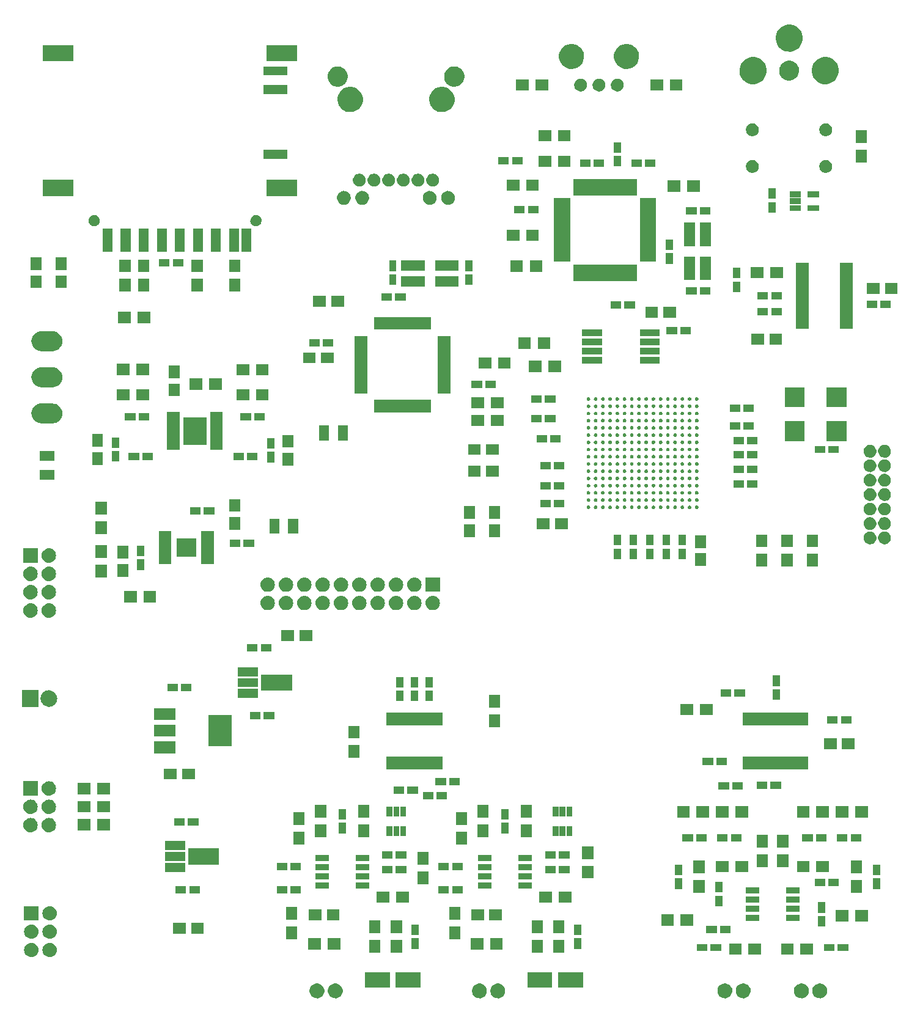
<source format=gts>
G04 #@! TF.FileFunction,Soldermask,Top*
%FSLAX46Y46*%
G04 Gerber Fmt 4.6, Leading zero omitted, Abs format (unit mm)*
G04 Created by KiCad (PCBNEW 4.0.2+dfsg1-stable) date sø. 02. april 2017 kl. 18.17 +0200*
%MOMM*%
G01*
G04 APERTURE LIST*
%ADD10C,0.100000*%
G04 APERTURE END LIST*
D10*
G36*
X82508185Y-160470684D02*
X82706055Y-160511301D01*
X82892263Y-160589575D01*
X83059727Y-160702531D01*
X83202056Y-160845857D01*
X83313841Y-161014106D01*
X83390811Y-161200852D01*
X83429979Y-161398660D01*
X83429979Y-161398674D01*
X83430044Y-161399003D01*
X83426823Y-161629718D01*
X83426747Y-161630052D01*
X83426747Y-161630064D01*
X83382075Y-161826691D01*
X83299916Y-162011223D01*
X83183481Y-162176280D01*
X83037198Y-162315583D01*
X82866653Y-162423813D01*
X82678328Y-162496861D01*
X82479405Y-162531936D01*
X82277456Y-162527706D01*
X82080168Y-162484329D01*
X81895072Y-162403463D01*
X81729205Y-162288182D01*
X81588886Y-162142878D01*
X81479467Y-161973093D01*
X81405108Y-161785283D01*
X81368643Y-161586602D01*
X81371464Y-161384630D01*
X81413460Y-161187053D01*
X81493035Y-161001391D01*
X81607155Y-160834724D01*
X81751475Y-160693394D01*
X81920495Y-160582791D01*
X82107781Y-160507123D01*
X82306193Y-160469273D01*
X82508185Y-160470684D01*
X82508185Y-160470684D01*
G37*
G36*
X85048185Y-160470684D02*
X85246055Y-160511301D01*
X85432263Y-160589575D01*
X85599727Y-160702531D01*
X85742056Y-160845857D01*
X85853841Y-161014106D01*
X85930811Y-161200852D01*
X85969979Y-161398660D01*
X85969979Y-161398674D01*
X85970044Y-161399003D01*
X85966823Y-161629718D01*
X85966747Y-161630052D01*
X85966747Y-161630064D01*
X85922075Y-161826691D01*
X85839916Y-162011223D01*
X85723481Y-162176280D01*
X85577198Y-162315583D01*
X85406653Y-162423813D01*
X85218328Y-162496861D01*
X85019405Y-162531936D01*
X84817456Y-162527706D01*
X84620168Y-162484329D01*
X84435072Y-162403463D01*
X84269205Y-162288182D01*
X84128886Y-162142878D01*
X84019467Y-161973093D01*
X83945108Y-161785283D01*
X83908643Y-161586602D01*
X83911464Y-161384630D01*
X83953460Y-161187053D01*
X84033035Y-161001391D01*
X84147155Y-160834724D01*
X84291475Y-160693394D01*
X84460495Y-160582791D01*
X84647781Y-160507123D01*
X84846193Y-160469273D01*
X85048185Y-160470684D01*
X85048185Y-160470684D01*
G37*
G36*
X139008185Y-160470684D02*
X139206055Y-160511301D01*
X139392263Y-160589575D01*
X139559727Y-160702531D01*
X139702056Y-160845857D01*
X139813841Y-161014106D01*
X139890811Y-161200852D01*
X139929979Y-161398660D01*
X139929979Y-161398674D01*
X139930044Y-161399003D01*
X139926823Y-161629718D01*
X139926747Y-161630052D01*
X139926747Y-161630064D01*
X139882075Y-161826691D01*
X139799916Y-162011223D01*
X139683481Y-162176280D01*
X139537198Y-162315583D01*
X139366653Y-162423813D01*
X139178328Y-162496861D01*
X138979405Y-162531936D01*
X138777456Y-162527706D01*
X138580168Y-162484329D01*
X138395072Y-162403463D01*
X138229205Y-162288182D01*
X138088886Y-162142878D01*
X137979467Y-161973093D01*
X137905108Y-161785283D01*
X137868643Y-161586602D01*
X137871464Y-161384630D01*
X137913460Y-161187053D01*
X137993035Y-161001391D01*
X138107155Y-160834724D01*
X138251475Y-160693394D01*
X138420495Y-160582791D01*
X138607781Y-160507123D01*
X138806193Y-160469273D01*
X139008185Y-160470684D01*
X139008185Y-160470684D01*
G37*
G36*
X105008185Y-160470684D02*
X105206055Y-160511301D01*
X105392263Y-160589575D01*
X105559727Y-160702531D01*
X105702056Y-160845857D01*
X105813841Y-161014106D01*
X105890811Y-161200852D01*
X105929979Y-161398660D01*
X105929979Y-161398674D01*
X105930044Y-161399003D01*
X105926823Y-161629718D01*
X105926747Y-161630052D01*
X105926747Y-161630064D01*
X105882075Y-161826691D01*
X105799916Y-162011223D01*
X105683481Y-162176280D01*
X105537198Y-162315583D01*
X105366653Y-162423813D01*
X105178328Y-162496861D01*
X104979405Y-162531936D01*
X104777456Y-162527706D01*
X104580168Y-162484329D01*
X104395072Y-162403463D01*
X104229205Y-162288182D01*
X104088886Y-162142878D01*
X103979467Y-161973093D01*
X103905108Y-161785283D01*
X103868643Y-161586602D01*
X103871464Y-161384630D01*
X103913460Y-161187053D01*
X103993035Y-161001391D01*
X104107155Y-160834724D01*
X104251475Y-160693394D01*
X104420495Y-160582791D01*
X104607781Y-160507123D01*
X104806193Y-160469273D01*
X105008185Y-160470684D01*
X105008185Y-160470684D01*
G37*
G36*
X107548185Y-160470684D02*
X107746055Y-160511301D01*
X107932263Y-160589575D01*
X108099727Y-160702531D01*
X108242056Y-160845857D01*
X108353841Y-161014106D01*
X108430811Y-161200852D01*
X108469979Y-161398660D01*
X108469979Y-161398674D01*
X108470044Y-161399003D01*
X108466823Y-161629718D01*
X108466747Y-161630052D01*
X108466747Y-161630064D01*
X108422075Y-161826691D01*
X108339916Y-162011223D01*
X108223481Y-162176280D01*
X108077198Y-162315583D01*
X107906653Y-162423813D01*
X107718328Y-162496861D01*
X107519405Y-162531936D01*
X107317456Y-162527706D01*
X107120168Y-162484329D01*
X106935072Y-162403463D01*
X106769205Y-162288182D01*
X106628886Y-162142878D01*
X106519467Y-161973093D01*
X106445108Y-161785283D01*
X106408643Y-161586602D01*
X106411464Y-161384630D01*
X106453460Y-161187053D01*
X106533035Y-161001391D01*
X106647155Y-160834724D01*
X106791475Y-160693394D01*
X106960495Y-160582791D01*
X107147781Y-160507123D01*
X107346193Y-160469273D01*
X107548185Y-160470684D01*
X107548185Y-160470684D01*
G37*
G36*
X149608185Y-160470684D02*
X149806055Y-160511301D01*
X149992263Y-160589575D01*
X150159727Y-160702531D01*
X150302056Y-160845857D01*
X150413841Y-161014106D01*
X150490811Y-161200852D01*
X150529979Y-161398660D01*
X150529979Y-161398674D01*
X150530044Y-161399003D01*
X150526823Y-161629718D01*
X150526747Y-161630052D01*
X150526747Y-161630064D01*
X150482075Y-161826691D01*
X150399916Y-162011223D01*
X150283481Y-162176280D01*
X150137198Y-162315583D01*
X149966653Y-162423813D01*
X149778328Y-162496861D01*
X149579405Y-162531936D01*
X149377456Y-162527706D01*
X149180168Y-162484329D01*
X148995072Y-162403463D01*
X148829205Y-162288182D01*
X148688886Y-162142878D01*
X148579467Y-161973093D01*
X148505108Y-161785283D01*
X148468643Y-161586602D01*
X148471464Y-161384630D01*
X148513460Y-161187053D01*
X148593035Y-161001391D01*
X148707155Y-160834724D01*
X148851475Y-160693394D01*
X149020495Y-160582791D01*
X149207781Y-160507123D01*
X149406193Y-160469273D01*
X149608185Y-160470684D01*
X149608185Y-160470684D01*
G37*
G36*
X141548185Y-160470684D02*
X141746055Y-160511301D01*
X141932263Y-160589575D01*
X142099727Y-160702531D01*
X142242056Y-160845857D01*
X142353841Y-161014106D01*
X142430811Y-161200852D01*
X142469979Y-161398660D01*
X142469979Y-161398674D01*
X142470044Y-161399003D01*
X142466823Y-161629718D01*
X142466747Y-161630052D01*
X142466747Y-161630064D01*
X142422075Y-161826691D01*
X142339916Y-162011223D01*
X142223481Y-162176280D01*
X142077198Y-162315583D01*
X141906653Y-162423813D01*
X141718328Y-162496861D01*
X141519405Y-162531936D01*
X141317456Y-162527706D01*
X141120168Y-162484329D01*
X140935072Y-162403463D01*
X140769205Y-162288182D01*
X140628886Y-162142878D01*
X140519467Y-161973093D01*
X140445108Y-161785283D01*
X140408643Y-161586602D01*
X140411464Y-161384630D01*
X140453460Y-161187053D01*
X140533035Y-161001391D01*
X140647155Y-160834724D01*
X140791475Y-160693394D01*
X140960495Y-160582791D01*
X141147781Y-160507123D01*
X141346193Y-160469273D01*
X141548185Y-160470684D01*
X141548185Y-160470684D01*
G37*
G36*
X152148185Y-160470684D02*
X152346055Y-160511301D01*
X152532263Y-160589575D01*
X152699727Y-160702531D01*
X152842056Y-160845857D01*
X152953841Y-161014106D01*
X153030811Y-161200852D01*
X153069979Y-161398660D01*
X153069979Y-161398674D01*
X153070044Y-161399003D01*
X153066823Y-161629718D01*
X153066747Y-161630052D01*
X153066747Y-161630064D01*
X153022075Y-161826691D01*
X152939916Y-162011223D01*
X152823481Y-162176280D01*
X152677198Y-162315583D01*
X152506653Y-162423813D01*
X152318328Y-162496861D01*
X152119405Y-162531936D01*
X151917456Y-162527706D01*
X151720168Y-162484329D01*
X151535072Y-162403463D01*
X151369205Y-162288182D01*
X151228886Y-162142878D01*
X151119467Y-161973093D01*
X151045108Y-161785283D01*
X151008643Y-161586602D01*
X151011464Y-161384630D01*
X151053460Y-161187053D01*
X151133035Y-161001391D01*
X151247155Y-160834724D01*
X151391475Y-160693394D01*
X151560495Y-160582791D01*
X151747781Y-160507123D01*
X151946193Y-160469273D01*
X152148185Y-160470684D01*
X152148185Y-160470684D01*
G37*
G36*
X92478820Y-161030430D02*
X89069220Y-161030430D01*
X89069220Y-158969570D01*
X92478820Y-158969570D01*
X92478820Y-161030430D01*
X92478820Y-161030430D01*
G37*
G36*
X119230780Y-161030430D02*
X115821180Y-161030430D01*
X115821180Y-158969570D01*
X119230780Y-158969570D01*
X119230780Y-161030430D01*
X119230780Y-161030430D01*
G37*
G36*
X96730780Y-161030430D02*
X93321180Y-161030430D01*
X93321180Y-158969570D01*
X96730780Y-158969570D01*
X96730780Y-161030430D01*
X96730780Y-161030430D01*
G37*
G36*
X114978820Y-161030430D02*
X111569220Y-161030430D01*
X111569220Y-158969570D01*
X114978820Y-158969570D01*
X114978820Y-161030430D01*
X114978820Y-161030430D01*
G37*
G36*
X43029741Y-154861878D02*
X43029754Y-154861882D01*
X43029791Y-154861886D01*
X43215035Y-154919229D01*
X43385614Y-155011460D01*
X43535029Y-155135067D01*
X43657591Y-155285342D01*
X43748629Y-155456560D01*
X43804677Y-155642201D01*
X43823600Y-155835192D01*
X43823600Y-155844808D01*
X43823503Y-155858681D01*
X43801887Y-156051389D01*
X43743253Y-156236229D01*
X43649833Y-156406159D01*
X43525185Y-156554708D01*
X43374059Y-156676217D01*
X43202209Y-156766058D01*
X43016182Y-156820809D01*
X43016148Y-156820812D01*
X43016135Y-156820816D01*
X42823065Y-156838387D01*
X42630259Y-156818122D01*
X42630246Y-156818118D01*
X42630209Y-156818114D01*
X42444965Y-156760771D01*
X42274386Y-156668540D01*
X42124971Y-156544933D01*
X42002409Y-156394658D01*
X41911371Y-156223440D01*
X41855323Y-156037799D01*
X41836400Y-155844808D01*
X41836400Y-155835192D01*
X41836497Y-155821319D01*
X41858113Y-155628611D01*
X41916747Y-155443771D01*
X42010167Y-155273841D01*
X42134815Y-155125292D01*
X42285941Y-155003783D01*
X42457791Y-154913942D01*
X42643818Y-154859191D01*
X42643852Y-154859188D01*
X42643865Y-154859184D01*
X42836935Y-154841613D01*
X43029741Y-154861878D01*
X43029741Y-154861878D01*
G37*
G36*
X45569741Y-154861878D02*
X45569754Y-154861882D01*
X45569791Y-154861886D01*
X45755035Y-154919229D01*
X45925614Y-155011460D01*
X46075029Y-155135067D01*
X46197591Y-155285342D01*
X46288629Y-155456560D01*
X46344677Y-155642201D01*
X46363600Y-155835192D01*
X46363600Y-155844808D01*
X46363503Y-155858681D01*
X46341887Y-156051389D01*
X46283253Y-156236229D01*
X46189833Y-156406159D01*
X46065185Y-156554708D01*
X45914059Y-156676217D01*
X45742209Y-156766058D01*
X45556182Y-156820809D01*
X45556148Y-156820812D01*
X45556135Y-156820816D01*
X45363065Y-156838387D01*
X45170259Y-156818122D01*
X45170246Y-156818118D01*
X45170209Y-156818114D01*
X44984965Y-156760771D01*
X44814386Y-156668540D01*
X44664971Y-156544933D01*
X44542409Y-156394658D01*
X44451371Y-156223440D01*
X44395323Y-156037799D01*
X44376400Y-155844808D01*
X44376400Y-155835192D01*
X44376497Y-155821319D01*
X44398113Y-155628611D01*
X44456747Y-155443771D01*
X44550167Y-155273841D01*
X44674815Y-155125292D01*
X44825941Y-155003783D01*
X44997791Y-154913942D01*
X45183818Y-154859191D01*
X45183852Y-154859188D01*
X45183865Y-154859184D01*
X45376935Y-154841613D01*
X45569741Y-154861878D01*
X45569741Y-154861878D01*
G37*
G36*
X151130000Y-156480000D02*
X149370000Y-156480000D01*
X149370000Y-154920000D01*
X151130000Y-154920000D01*
X151130000Y-156480000D01*
X151130000Y-156480000D01*
G37*
G36*
X148430000Y-156480000D02*
X146670000Y-156480000D01*
X146670000Y-154920000D01*
X148430000Y-154920000D01*
X148430000Y-156480000D01*
X148430000Y-156480000D01*
G37*
G36*
X143930000Y-156480000D02*
X142170000Y-156480000D01*
X142170000Y-154920000D01*
X143930000Y-154920000D01*
X143930000Y-156480000D01*
X143930000Y-156480000D01*
G37*
G36*
X141230000Y-156480000D02*
X139470000Y-156480000D01*
X139470000Y-154920000D01*
X141230000Y-154920000D01*
X141230000Y-156480000D01*
X141230000Y-156480000D01*
G37*
G36*
X113680000Y-156230000D02*
X112120000Y-156230000D01*
X112120000Y-154470000D01*
X113680000Y-154470000D01*
X113680000Y-156230000D01*
X113680000Y-156230000D01*
G37*
G36*
X116680000Y-156230000D02*
X115120000Y-156230000D01*
X115120000Y-154470000D01*
X116680000Y-154470000D01*
X116680000Y-156230000D01*
X116680000Y-156230000D01*
G37*
G36*
X91180000Y-156230000D02*
X89620000Y-156230000D01*
X89620000Y-154470000D01*
X91180000Y-154470000D01*
X91180000Y-156230000D01*
X91180000Y-156230000D01*
G37*
G36*
X94180000Y-156230000D02*
X92620000Y-156230000D01*
X92620000Y-154470000D01*
X94180000Y-154470000D01*
X94180000Y-156230000D01*
X94180000Y-156230000D01*
G37*
G36*
X154080000Y-156005000D02*
X152620000Y-156005000D01*
X152620000Y-154995000D01*
X154080000Y-154995000D01*
X154080000Y-156005000D01*
X154080000Y-156005000D01*
G37*
G36*
X136480000Y-156005000D02*
X135020000Y-156005000D01*
X135020000Y-154995000D01*
X136480000Y-154995000D01*
X136480000Y-156005000D01*
X136480000Y-156005000D01*
G37*
G36*
X138380000Y-156005000D02*
X136920000Y-156005000D01*
X136920000Y-154995000D01*
X138380000Y-154995000D01*
X138380000Y-156005000D01*
X138380000Y-156005000D01*
G37*
G36*
X155980000Y-156005000D02*
X154520000Y-156005000D01*
X154520000Y-154995000D01*
X155980000Y-154995000D01*
X155980000Y-156005000D01*
X155980000Y-156005000D01*
G37*
G36*
X85630000Y-155780000D02*
X83870000Y-155780000D01*
X83870000Y-154220000D01*
X85630000Y-154220000D01*
X85630000Y-155780000D01*
X85630000Y-155780000D01*
G37*
G36*
X105430000Y-155780000D02*
X103670000Y-155780000D01*
X103670000Y-154220000D01*
X105430000Y-154220000D01*
X105430000Y-155780000D01*
X105430000Y-155780000D01*
G37*
G36*
X108130000Y-155780000D02*
X106370000Y-155780000D01*
X106370000Y-154220000D01*
X108130000Y-154220000D01*
X108130000Y-155780000D01*
X108130000Y-155780000D01*
G37*
G36*
X82930000Y-155780000D02*
X81170000Y-155780000D01*
X81170000Y-154220000D01*
X82930000Y-154220000D01*
X82930000Y-155780000D01*
X82930000Y-155780000D01*
G37*
G36*
X96505000Y-155680000D02*
X95495000Y-155680000D01*
X95495000Y-154220000D01*
X96505000Y-154220000D01*
X96505000Y-155680000D01*
X96505000Y-155680000D01*
G37*
G36*
X119005000Y-155680000D02*
X117995000Y-155680000D01*
X117995000Y-154220000D01*
X119005000Y-154220000D01*
X119005000Y-155680000D01*
X119005000Y-155680000D01*
G37*
G36*
X102280000Y-154330000D02*
X100720000Y-154330000D01*
X100720000Y-152570000D01*
X102280000Y-152570000D01*
X102280000Y-154330000D01*
X102280000Y-154330000D01*
G37*
G36*
X79680000Y-154330000D02*
X78120000Y-154330000D01*
X78120000Y-152570000D01*
X79680000Y-152570000D01*
X79680000Y-154330000D01*
X79680000Y-154330000D01*
G37*
G36*
X45569741Y-152321878D02*
X45569754Y-152321882D01*
X45569791Y-152321886D01*
X45755035Y-152379229D01*
X45925614Y-152471460D01*
X46075029Y-152595067D01*
X46197591Y-152745342D01*
X46288629Y-152916560D01*
X46344677Y-153102201D01*
X46363600Y-153295192D01*
X46363600Y-153304808D01*
X46363503Y-153318681D01*
X46341887Y-153511389D01*
X46283253Y-153696229D01*
X46189833Y-153866159D01*
X46065185Y-154014708D01*
X45914059Y-154136217D01*
X45742209Y-154226058D01*
X45556182Y-154280809D01*
X45556148Y-154280812D01*
X45556135Y-154280816D01*
X45363065Y-154298387D01*
X45170259Y-154278122D01*
X45170246Y-154278118D01*
X45170209Y-154278114D01*
X44984965Y-154220771D01*
X44814386Y-154128540D01*
X44664971Y-154004933D01*
X44542409Y-153854658D01*
X44451371Y-153683440D01*
X44395323Y-153497799D01*
X44376400Y-153304808D01*
X44376400Y-153295192D01*
X44376497Y-153281319D01*
X44398113Y-153088611D01*
X44456747Y-152903771D01*
X44550167Y-152733841D01*
X44674815Y-152585292D01*
X44825941Y-152463783D01*
X44997791Y-152373942D01*
X45183818Y-152319191D01*
X45183852Y-152319188D01*
X45183865Y-152319184D01*
X45376935Y-152301613D01*
X45569741Y-152321878D01*
X45569741Y-152321878D01*
G37*
G36*
X43029741Y-152321878D02*
X43029754Y-152321882D01*
X43029791Y-152321886D01*
X43215035Y-152379229D01*
X43385614Y-152471460D01*
X43535029Y-152595067D01*
X43657591Y-152745342D01*
X43748629Y-152916560D01*
X43804677Y-153102201D01*
X43823600Y-153295192D01*
X43823600Y-153304808D01*
X43823503Y-153318681D01*
X43801887Y-153511389D01*
X43743253Y-153696229D01*
X43649833Y-153866159D01*
X43525185Y-154014708D01*
X43374059Y-154136217D01*
X43202209Y-154226058D01*
X43016182Y-154280809D01*
X43016148Y-154280812D01*
X43016135Y-154280816D01*
X42823065Y-154298387D01*
X42630259Y-154278122D01*
X42630246Y-154278118D01*
X42630209Y-154278114D01*
X42444965Y-154220771D01*
X42274386Y-154128540D01*
X42124971Y-154004933D01*
X42002409Y-153854658D01*
X41911371Y-153683440D01*
X41855323Y-153497799D01*
X41836400Y-153304808D01*
X41836400Y-153295192D01*
X41836497Y-153281319D01*
X41858113Y-153088611D01*
X41916747Y-152903771D01*
X42010167Y-152733841D01*
X42134815Y-152585292D01*
X42285941Y-152463783D01*
X42457791Y-152373942D01*
X42643818Y-152319191D01*
X42643852Y-152319188D01*
X42643865Y-152319184D01*
X42836935Y-152301613D01*
X43029741Y-152321878D01*
X43029741Y-152321878D01*
G37*
G36*
X96505000Y-153780000D02*
X95495000Y-153780000D01*
X95495000Y-152320000D01*
X96505000Y-152320000D01*
X96505000Y-153780000D01*
X96505000Y-153780000D01*
G37*
G36*
X119005000Y-153780000D02*
X117995000Y-153780000D01*
X117995000Y-152320000D01*
X119005000Y-152320000D01*
X119005000Y-153780000D01*
X119005000Y-153780000D01*
G37*
G36*
X64230000Y-153555000D02*
X62470000Y-153555000D01*
X62470000Y-152045000D01*
X64230000Y-152045000D01*
X64230000Y-153555000D01*
X64230000Y-153555000D01*
G37*
G36*
X66730000Y-153555000D02*
X64970000Y-153555000D01*
X64970000Y-152045000D01*
X66730000Y-152045000D01*
X66730000Y-153555000D01*
X66730000Y-153555000D01*
G37*
G36*
X91180000Y-153530000D02*
X89620000Y-153530000D01*
X89620000Y-151770000D01*
X91180000Y-151770000D01*
X91180000Y-153530000D01*
X91180000Y-153530000D01*
G37*
G36*
X94180000Y-153530000D02*
X92620000Y-153530000D01*
X92620000Y-151770000D01*
X94180000Y-151770000D01*
X94180000Y-153530000D01*
X94180000Y-153530000D01*
G37*
G36*
X113680000Y-153530000D02*
X112120000Y-153530000D01*
X112120000Y-151770000D01*
X113680000Y-151770000D01*
X113680000Y-153530000D01*
X113680000Y-153530000D01*
G37*
G36*
X116680000Y-153530000D02*
X115120000Y-153530000D01*
X115120000Y-151770000D01*
X116680000Y-151770000D01*
X116680000Y-153530000D01*
X116680000Y-153530000D01*
G37*
G36*
X139680000Y-153505000D02*
X138220000Y-153505000D01*
X138220000Y-152495000D01*
X139680000Y-152495000D01*
X139680000Y-153505000D01*
X139680000Y-153505000D01*
G37*
G36*
X137780000Y-153505000D02*
X136320000Y-153505000D01*
X136320000Y-152495000D01*
X137780000Y-152495000D01*
X137780000Y-153505000D01*
X137780000Y-153505000D01*
G37*
G36*
X152805000Y-152580000D02*
X151795000Y-152580000D01*
X151795000Y-151120000D01*
X152805000Y-151120000D01*
X152805000Y-152580000D01*
X152805000Y-152580000D01*
G37*
G36*
X134530000Y-152480000D02*
X132770000Y-152480000D01*
X132770000Y-150920000D01*
X134530000Y-150920000D01*
X134530000Y-152480000D01*
X134530000Y-152480000D01*
G37*
G36*
X131830000Y-152480000D02*
X130070000Y-152480000D01*
X130070000Y-150920000D01*
X131830000Y-150920000D01*
X131830000Y-152480000D01*
X131830000Y-152480000D01*
G37*
G36*
X156030000Y-151880000D02*
X154270000Y-151880000D01*
X154270000Y-150320000D01*
X156030000Y-150320000D01*
X156030000Y-151880000D01*
X156030000Y-151880000D01*
G37*
G36*
X158730000Y-151880000D02*
X156970000Y-151880000D01*
X156970000Y-150320000D01*
X158730000Y-150320000D01*
X158730000Y-151880000D01*
X158730000Y-151880000D01*
G37*
G36*
X143630000Y-151834720D02*
X141770000Y-151834720D01*
X141770000Y-150975280D01*
X143630000Y-150975280D01*
X143630000Y-151834720D01*
X143630000Y-151834720D01*
G37*
G36*
X149230000Y-151834720D02*
X147370000Y-151834720D01*
X147370000Y-150975280D01*
X149230000Y-150975280D01*
X149230000Y-151834720D01*
X149230000Y-151834720D01*
G37*
G36*
X45569741Y-149781878D02*
X45569754Y-149781882D01*
X45569791Y-149781886D01*
X45755035Y-149839229D01*
X45925614Y-149931460D01*
X46075029Y-150055067D01*
X46197591Y-150205342D01*
X46288629Y-150376560D01*
X46344677Y-150562201D01*
X46363600Y-150755192D01*
X46363600Y-150764808D01*
X46363503Y-150778681D01*
X46341887Y-150971389D01*
X46283253Y-151156229D01*
X46189833Y-151326159D01*
X46065185Y-151474708D01*
X45914059Y-151596217D01*
X45742209Y-151686058D01*
X45556182Y-151740809D01*
X45556148Y-151740812D01*
X45556135Y-151740816D01*
X45363065Y-151758387D01*
X45170259Y-151738122D01*
X45170246Y-151738118D01*
X45170209Y-151738114D01*
X44984965Y-151680771D01*
X44814386Y-151588540D01*
X44664971Y-151464933D01*
X44542409Y-151314658D01*
X44451371Y-151143440D01*
X44395323Y-150957799D01*
X44376400Y-150764808D01*
X44376400Y-150755192D01*
X44376497Y-150741319D01*
X44398113Y-150548611D01*
X44456747Y-150363771D01*
X44550167Y-150193841D01*
X44674815Y-150045292D01*
X44825941Y-149923783D01*
X44997791Y-149833942D01*
X45183818Y-149779191D01*
X45183852Y-149779188D01*
X45183865Y-149779184D01*
X45376935Y-149761613D01*
X45569741Y-149781878D01*
X45569741Y-149781878D01*
G37*
G36*
X85530000Y-151755000D02*
X83770000Y-151755000D01*
X83770000Y-150245000D01*
X85530000Y-150245000D01*
X85530000Y-151755000D01*
X85530000Y-151755000D01*
G37*
G36*
X83030000Y-151755000D02*
X81270000Y-151755000D01*
X81270000Y-150245000D01*
X83030000Y-150245000D01*
X83030000Y-151755000D01*
X83030000Y-151755000D01*
G37*
G36*
X108030000Y-151755000D02*
X106270000Y-151755000D01*
X106270000Y-150245000D01*
X108030000Y-150245000D01*
X108030000Y-151755000D01*
X108030000Y-151755000D01*
G37*
G36*
X105530000Y-151755000D02*
X103770000Y-151755000D01*
X103770000Y-150245000D01*
X105530000Y-150245000D01*
X105530000Y-151755000D01*
X105530000Y-151755000D01*
G37*
G36*
X43823600Y-151753600D02*
X41836400Y-151753600D01*
X41836400Y-149766400D01*
X43823600Y-149766400D01*
X43823600Y-151753600D01*
X43823600Y-151753600D01*
G37*
G36*
X102280000Y-151630000D02*
X100720000Y-151630000D01*
X100720000Y-149870000D01*
X102280000Y-149870000D01*
X102280000Y-151630000D01*
X102280000Y-151630000D01*
G37*
G36*
X79680000Y-151630000D02*
X78120000Y-151630000D01*
X78120000Y-149870000D01*
X79680000Y-149870000D01*
X79680000Y-151630000D01*
X79680000Y-151630000D01*
G37*
G36*
X152805000Y-150680000D02*
X151795000Y-150680000D01*
X151795000Y-149220000D01*
X152805000Y-149220000D01*
X152805000Y-150680000D01*
X152805000Y-150680000D01*
G37*
G36*
X149230000Y-150564720D02*
X147370000Y-150564720D01*
X147370000Y-149705280D01*
X149230000Y-149705280D01*
X149230000Y-150564720D01*
X149230000Y-150564720D01*
G37*
G36*
X143630000Y-150564720D02*
X141770000Y-150564720D01*
X141770000Y-149705280D01*
X143630000Y-149705280D01*
X143630000Y-150564720D01*
X143630000Y-150564720D01*
G37*
G36*
X138605000Y-149780000D02*
X137595000Y-149780000D01*
X137595000Y-148320000D01*
X138605000Y-148320000D01*
X138605000Y-149780000D01*
X138605000Y-149780000D01*
G37*
G36*
X143630000Y-149294720D02*
X141770000Y-149294720D01*
X141770000Y-148435280D01*
X143630000Y-148435280D01*
X143630000Y-149294720D01*
X143630000Y-149294720D01*
G37*
G36*
X149230000Y-149294720D02*
X147370000Y-149294720D01*
X147370000Y-148435280D01*
X149230000Y-148435280D01*
X149230000Y-149294720D01*
X149230000Y-149294720D01*
G37*
G36*
X117630000Y-149280000D02*
X115870000Y-149280000D01*
X115870000Y-147720000D01*
X117630000Y-147720000D01*
X117630000Y-149280000D01*
X117630000Y-149280000D01*
G37*
G36*
X95130000Y-149280000D02*
X93370000Y-149280000D01*
X93370000Y-147720000D01*
X95130000Y-147720000D01*
X95130000Y-149280000D01*
X95130000Y-149280000D01*
G37*
G36*
X92430000Y-149280000D02*
X90670000Y-149280000D01*
X90670000Y-147720000D01*
X92430000Y-147720000D01*
X92430000Y-149280000D01*
X92430000Y-149280000D01*
G37*
G36*
X114930000Y-149280000D02*
X113170000Y-149280000D01*
X113170000Y-147720000D01*
X114930000Y-147720000D01*
X114930000Y-149280000D01*
X114930000Y-149280000D01*
G37*
G36*
X143630000Y-148024720D02*
X141770000Y-148024720D01*
X141770000Y-147165280D01*
X143630000Y-147165280D01*
X143630000Y-148024720D01*
X143630000Y-148024720D01*
G37*
G36*
X149230000Y-148024720D02*
X147370000Y-148024720D01*
X147370000Y-147165280D01*
X149230000Y-147165280D01*
X149230000Y-148024720D01*
X149230000Y-148024720D01*
G37*
G36*
X102580000Y-148005000D02*
X101120000Y-148005000D01*
X101120000Y-146995000D01*
X102580000Y-146995000D01*
X102580000Y-148005000D01*
X102580000Y-148005000D01*
G37*
G36*
X66180000Y-148005000D02*
X64720000Y-148005000D01*
X64720000Y-146995000D01*
X66180000Y-146995000D01*
X66180000Y-148005000D01*
X66180000Y-148005000D01*
G37*
G36*
X78280000Y-148005000D02*
X76820000Y-148005000D01*
X76820000Y-146995000D01*
X78280000Y-146995000D01*
X78280000Y-148005000D01*
X78280000Y-148005000D01*
G37*
G36*
X80180000Y-148005000D02*
X78720000Y-148005000D01*
X78720000Y-146995000D01*
X80180000Y-146995000D01*
X80180000Y-148005000D01*
X80180000Y-148005000D01*
G37*
G36*
X100680000Y-148005000D02*
X99220000Y-148005000D01*
X99220000Y-146995000D01*
X100680000Y-146995000D01*
X100680000Y-148005000D01*
X100680000Y-148005000D01*
G37*
G36*
X64280000Y-148005000D02*
X62820000Y-148005000D01*
X62820000Y-146995000D01*
X64280000Y-146995000D01*
X64280000Y-148005000D01*
X64280000Y-148005000D01*
G37*
G36*
X136080000Y-147930000D02*
X134520000Y-147930000D01*
X134520000Y-146170000D01*
X136080000Y-146170000D01*
X136080000Y-147930000D01*
X136080000Y-147930000D01*
G37*
G36*
X157880000Y-147930000D02*
X156320000Y-147930000D01*
X156320000Y-146170000D01*
X157880000Y-146170000D01*
X157880000Y-147930000D01*
X157880000Y-147930000D01*
G37*
G36*
X138605000Y-147880000D02*
X137595000Y-147880000D01*
X137595000Y-146420000D01*
X138605000Y-146420000D01*
X138605000Y-147880000D01*
X138605000Y-147880000D01*
G37*
G36*
X133005000Y-147380000D02*
X131995000Y-147380000D01*
X131995000Y-145920000D01*
X133005000Y-145920000D01*
X133005000Y-147380000D01*
X133005000Y-147380000D01*
G37*
G36*
X160405000Y-147380000D02*
X159395000Y-147380000D01*
X159395000Y-145920000D01*
X160405000Y-145920000D01*
X160405000Y-147380000D01*
X160405000Y-147380000D01*
G37*
G36*
X112130000Y-147334720D02*
X110270000Y-147334720D01*
X110270000Y-146475280D01*
X112130000Y-146475280D01*
X112130000Y-147334720D01*
X112130000Y-147334720D01*
G37*
G36*
X89630000Y-147334720D02*
X87770000Y-147334720D01*
X87770000Y-146475280D01*
X89630000Y-146475280D01*
X89630000Y-147334720D01*
X89630000Y-147334720D01*
G37*
G36*
X84030000Y-147334720D02*
X82170000Y-147334720D01*
X82170000Y-146475280D01*
X84030000Y-146475280D01*
X84030000Y-147334720D01*
X84030000Y-147334720D01*
G37*
G36*
X106530000Y-147334720D02*
X104670000Y-147334720D01*
X104670000Y-146475280D01*
X106530000Y-146475280D01*
X106530000Y-147334720D01*
X106530000Y-147334720D01*
G37*
G36*
X152780000Y-147005000D02*
X151320000Y-147005000D01*
X151320000Y-145995000D01*
X152780000Y-145995000D01*
X152780000Y-147005000D01*
X152780000Y-147005000D01*
G37*
G36*
X154680000Y-147005000D02*
X153220000Y-147005000D01*
X153220000Y-145995000D01*
X154680000Y-145995000D01*
X154680000Y-147005000D01*
X154680000Y-147005000D01*
G37*
G36*
X97880000Y-146730000D02*
X96320000Y-146730000D01*
X96320000Y-144970000D01*
X97880000Y-144970000D01*
X97880000Y-146730000D01*
X97880000Y-146730000D01*
G37*
G36*
X112130000Y-146064720D02*
X110270000Y-146064720D01*
X110270000Y-145205280D01*
X112130000Y-145205280D01*
X112130000Y-146064720D01*
X112130000Y-146064720D01*
G37*
G36*
X106530000Y-146064720D02*
X104670000Y-146064720D01*
X104670000Y-145205280D01*
X106530000Y-145205280D01*
X106530000Y-146064720D01*
X106530000Y-146064720D01*
G37*
G36*
X89630000Y-146064720D02*
X87770000Y-146064720D01*
X87770000Y-145205280D01*
X89630000Y-145205280D01*
X89630000Y-146064720D01*
X89630000Y-146064720D01*
G37*
G36*
X84030000Y-146064720D02*
X82170000Y-146064720D01*
X82170000Y-145205280D01*
X84030000Y-145205280D01*
X84030000Y-146064720D01*
X84030000Y-146064720D01*
G37*
G36*
X120680000Y-145930000D02*
X119120000Y-145930000D01*
X119120000Y-144170000D01*
X120680000Y-144170000D01*
X120680000Y-145930000D01*
X120680000Y-145930000D01*
G37*
G36*
X160405000Y-145480000D02*
X159395000Y-145480000D01*
X159395000Y-144020000D01*
X160405000Y-144020000D01*
X160405000Y-145480000D01*
X160405000Y-145480000D01*
G37*
G36*
X133005000Y-145480000D02*
X131995000Y-145480000D01*
X131995000Y-144020000D01*
X133005000Y-144020000D01*
X133005000Y-145480000D01*
X133005000Y-145480000D01*
G37*
G36*
X157880000Y-145230000D02*
X156320000Y-145230000D01*
X156320000Y-143470000D01*
X157880000Y-143470000D01*
X157880000Y-145230000D01*
X157880000Y-145230000D01*
G37*
G36*
X136080000Y-145230000D02*
X134520000Y-145230000D01*
X134520000Y-143470000D01*
X136080000Y-143470000D01*
X136080000Y-145230000D01*
X136080000Y-145230000D01*
G37*
G36*
X115480000Y-145205000D02*
X114020000Y-145205000D01*
X114020000Y-144195000D01*
X115480000Y-144195000D01*
X115480000Y-145205000D01*
X115480000Y-145205000D01*
G37*
G36*
X94780000Y-145205000D02*
X93320000Y-145205000D01*
X93320000Y-144195000D01*
X94780000Y-144195000D01*
X94780000Y-145205000D01*
X94780000Y-145205000D01*
G37*
G36*
X117380000Y-145205000D02*
X115920000Y-145205000D01*
X115920000Y-144195000D01*
X117380000Y-144195000D01*
X117380000Y-145205000D01*
X117380000Y-145205000D01*
G37*
G36*
X92880000Y-145205000D02*
X91420000Y-145205000D01*
X91420000Y-144195000D01*
X92880000Y-144195000D01*
X92880000Y-145205000D01*
X92880000Y-145205000D01*
G37*
G36*
X139430000Y-145080000D02*
X137670000Y-145080000D01*
X137670000Y-143520000D01*
X139430000Y-143520000D01*
X139430000Y-145080000D01*
X139430000Y-145080000D01*
G37*
G36*
X153330000Y-145080000D02*
X151570000Y-145080000D01*
X151570000Y-143520000D01*
X153330000Y-143520000D01*
X153330000Y-145080000D01*
X153330000Y-145080000D01*
G37*
G36*
X150630000Y-145080000D02*
X148870000Y-145080000D01*
X148870000Y-143520000D01*
X150630000Y-143520000D01*
X150630000Y-145080000D01*
X150630000Y-145080000D01*
G37*
G36*
X142130000Y-145080000D02*
X140370000Y-145080000D01*
X140370000Y-143520000D01*
X142130000Y-143520000D01*
X142130000Y-145080000D01*
X142130000Y-145080000D01*
G37*
G36*
X64128910Y-145031520D02*
X61367010Y-145031520D01*
X61367010Y-143770760D01*
X64128910Y-143770760D01*
X64128910Y-145031520D01*
X64128910Y-145031520D01*
G37*
G36*
X80180000Y-144805000D02*
X78720000Y-144805000D01*
X78720000Y-143795000D01*
X80180000Y-143795000D01*
X80180000Y-144805000D01*
X80180000Y-144805000D01*
G37*
G36*
X102580000Y-144805000D02*
X101120000Y-144805000D01*
X101120000Y-143795000D01*
X102580000Y-143795000D01*
X102580000Y-144805000D01*
X102580000Y-144805000D01*
G37*
G36*
X78280000Y-144805000D02*
X76820000Y-144805000D01*
X76820000Y-143795000D01*
X78280000Y-143795000D01*
X78280000Y-144805000D01*
X78280000Y-144805000D01*
G37*
G36*
X100680000Y-144805000D02*
X99220000Y-144805000D01*
X99220000Y-143795000D01*
X100680000Y-143795000D01*
X100680000Y-144805000D01*
X100680000Y-144805000D01*
G37*
G36*
X106530000Y-144794720D02*
X104670000Y-144794720D01*
X104670000Y-143935280D01*
X106530000Y-143935280D01*
X106530000Y-144794720D01*
X106530000Y-144794720D01*
G37*
G36*
X89630000Y-144794720D02*
X87770000Y-144794720D01*
X87770000Y-143935280D01*
X89630000Y-143935280D01*
X89630000Y-144794720D01*
X89630000Y-144794720D01*
G37*
G36*
X84030000Y-144794720D02*
X82170000Y-144794720D01*
X82170000Y-143935280D01*
X84030000Y-143935280D01*
X84030000Y-144794720D01*
X84030000Y-144794720D01*
G37*
G36*
X112130000Y-144794720D02*
X110270000Y-144794720D01*
X110270000Y-143935280D01*
X112130000Y-143935280D01*
X112130000Y-144794720D01*
X112130000Y-144794720D01*
G37*
G36*
X144880000Y-144330000D02*
X143320000Y-144330000D01*
X143320000Y-142570000D01*
X144880000Y-142570000D01*
X144880000Y-144330000D01*
X144880000Y-144330000D01*
G37*
G36*
X147680000Y-144330000D02*
X146120000Y-144330000D01*
X146120000Y-142570000D01*
X147680000Y-142570000D01*
X147680000Y-144330000D01*
X147680000Y-144330000D01*
G37*
G36*
X97880000Y-144030000D02*
X96320000Y-144030000D01*
X96320000Y-142270000D01*
X97880000Y-142270000D01*
X97880000Y-144030000D01*
X97880000Y-144030000D01*
G37*
G36*
X68830450Y-144029490D02*
X64569950Y-144029490D01*
X64569950Y-141770510D01*
X68830450Y-141770510D01*
X68830450Y-144029490D01*
X68830450Y-144029490D01*
G37*
G36*
X64128910Y-143530380D02*
X61367010Y-143530380D01*
X61367010Y-142269620D01*
X64128910Y-142269620D01*
X64128910Y-143530380D01*
X64128910Y-143530380D01*
G37*
G36*
X112130000Y-143524720D02*
X110270000Y-143524720D01*
X110270000Y-142665280D01*
X112130000Y-142665280D01*
X112130000Y-143524720D01*
X112130000Y-143524720D01*
G37*
G36*
X106530000Y-143524720D02*
X104670000Y-143524720D01*
X104670000Y-142665280D01*
X106530000Y-142665280D01*
X106530000Y-143524720D01*
X106530000Y-143524720D01*
G37*
G36*
X89630000Y-143524720D02*
X87770000Y-143524720D01*
X87770000Y-142665280D01*
X89630000Y-142665280D01*
X89630000Y-143524720D01*
X89630000Y-143524720D01*
G37*
G36*
X84030000Y-143524720D02*
X82170000Y-143524720D01*
X82170000Y-142665280D01*
X84030000Y-142665280D01*
X84030000Y-143524720D01*
X84030000Y-143524720D01*
G37*
G36*
X120680000Y-143230000D02*
X119120000Y-143230000D01*
X119120000Y-141470000D01*
X120680000Y-141470000D01*
X120680000Y-143230000D01*
X120680000Y-143230000D01*
G37*
G36*
X115480000Y-143205000D02*
X114020000Y-143205000D01*
X114020000Y-142195000D01*
X115480000Y-142195000D01*
X115480000Y-143205000D01*
X115480000Y-143205000D01*
G37*
G36*
X117380000Y-143205000D02*
X115920000Y-143205000D01*
X115920000Y-142195000D01*
X117380000Y-142195000D01*
X117380000Y-143205000D01*
X117380000Y-143205000D01*
G37*
G36*
X94780000Y-143205000D02*
X93320000Y-143205000D01*
X93320000Y-142195000D01*
X94780000Y-142195000D01*
X94780000Y-143205000D01*
X94780000Y-143205000D01*
G37*
G36*
X92880000Y-143205000D02*
X91420000Y-143205000D01*
X91420000Y-142195000D01*
X92880000Y-142195000D01*
X92880000Y-143205000D01*
X92880000Y-143205000D01*
G37*
G36*
X64128910Y-142029240D02*
X61367010Y-142029240D01*
X61367010Y-140768480D01*
X64128910Y-140768480D01*
X64128910Y-142029240D01*
X64128910Y-142029240D01*
G37*
G36*
X144880000Y-141630000D02*
X143320000Y-141630000D01*
X143320000Y-139870000D01*
X144880000Y-139870000D01*
X144880000Y-141630000D01*
X144880000Y-141630000D01*
G37*
G36*
X147680000Y-141630000D02*
X146120000Y-141630000D01*
X146120000Y-139870000D01*
X147680000Y-139870000D01*
X147680000Y-141630000D01*
X147680000Y-141630000D01*
G37*
G36*
X80680000Y-141230000D02*
X79120000Y-141230000D01*
X79120000Y-139470000D01*
X80680000Y-139470000D01*
X80680000Y-141230000D01*
X80680000Y-141230000D01*
G37*
G36*
X103180000Y-141230000D02*
X101620000Y-141230000D01*
X101620000Y-139470000D01*
X103180000Y-139470000D01*
X103180000Y-141230000D01*
X103180000Y-141230000D01*
G37*
G36*
X155880000Y-140805000D02*
X154420000Y-140805000D01*
X154420000Y-139795000D01*
X155880000Y-139795000D01*
X155880000Y-140805000D01*
X155880000Y-140805000D01*
G37*
G36*
X141180000Y-140805000D02*
X139720000Y-140805000D01*
X139720000Y-139795000D01*
X141180000Y-139795000D01*
X141180000Y-140805000D01*
X141180000Y-140805000D01*
G37*
G36*
X157780000Y-140805000D02*
X156320000Y-140805000D01*
X156320000Y-139795000D01*
X157780000Y-139795000D01*
X157780000Y-140805000D01*
X157780000Y-140805000D01*
G37*
G36*
X152980000Y-140805000D02*
X151520000Y-140805000D01*
X151520000Y-139795000D01*
X152980000Y-139795000D01*
X152980000Y-140805000D01*
X152980000Y-140805000D01*
G37*
G36*
X134480000Y-140805000D02*
X133020000Y-140805000D01*
X133020000Y-139795000D01*
X134480000Y-139795000D01*
X134480000Y-140805000D01*
X134480000Y-140805000D01*
G37*
G36*
X136380000Y-140805000D02*
X134920000Y-140805000D01*
X134920000Y-139795000D01*
X136380000Y-139795000D01*
X136380000Y-140805000D01*
X136380000Y-140805000D01*
G37*
G36*
X139280000Y-140805000D02*
X137820000Y-140805000D01*
X137820000Y-139795000D01*
X139280000Y-139795000D01*
X139280000Y-140805000D01*
X139280000Y-140805000D01*
G37*
G36*
X151080000Y-140805000D02*
X149620000Y-140805000D01*
X149620000Y-139795000D01*
X151080000Y-139795000D01*
X151080000Y-140805000D01*
X151080000Y-140805000D01*
G37*
G36*
X83680000Y-140230000D02*
X82120000Y-140230000D01*
X82120000Y-138470000D01*
X83680000Y-138470000D01*
X83680000Y-140230000D01*
X83680000Y-140230000D01*
G37*
G36*
X106180000Y-140230000D02*
X104620000Y-140230000D01*
X104620000Y-138470000D01*
X106180000Y-138470000D01*
X106180000Y-140230000D01*
X106180000Y-140230000D01*
G37*
G36*
X112180000Y-140230000D02*
X110620000Y-140230000D01*
X110620000Y-138470000D01*
X112180000Y-138470000D01*
X112180000Y-140230000D01*
X112180000Y-140230000D01*
G37*
G36*
X89680000Y-140230000D02*
X88120000Y-140230000D01*
X88120000Y-138470000D01*
X89680000Y-138470000D01*
X89680000Y-140230000D01*
X89680000Y-140230000D01*
G37*
G36*
X115855000Y-140030000D02*
X115045000Y-140030000D01*
X115045000Y-138670000D01*
X115855000Y-138670000D01*
X115855000Y-140030000D01*
X115855000Y-140030000D01*
G37*
G36*
X93805000Y-140030000D02*
X92995000Y-140030000D01*
X92995000Y-138670000D01*
X93805000Y-138670000D01*
X93805000Y-140030000D01*
X93805000Y-140030000D01*
G37*
G36*
X94755000Y-140030000D02*
X93945000Y-140030000D01*
X93945000Y-138670000D01*
X94755000Y-138670000D01*
X94755000Y-140030000D01*
X94755000Y-140030000D01*
G37*
G36*
X92855000Y-140030000D02*
X92045000Y-140030000D01*
X92045000Y-138670000D01*
X92855000Y-138670000D01*
X92855000Y-140030000D01*
X92855000Y-140030000D01*
G37*
G36*
X116805000Y-140030000D02*
X115995000Y-140030000D01*
X115995000Y-138670000D01*
X116805000Y-138670000D01*
X116805000Y-140030000D01*
X116805000Y-140030000D01*
G37*
G36*
X117755000Y-140030000D02*
X116945000Y-140030000D01*
X116945000Y-138670000D01*
X117755000Y-138670000D01*
X117755000Y-140030000D01*
X117755000Y-140030000D01*
G37*
G36*
X108905000Y-139680000D02*
X107895000Y-139680000D01*
X107895000Y-138220000D01*
X108905000Y-138220000D01*
X108905000Y-139680000D01*
X108905000Y-139680000D01*
G37*
G36*
X86405000Y-139680000D02*
X85395000Y-139680000D01*
X85395000Y-138220000D01*
X86405000Y-138220000D01*
X86405000Y-139680000D01*
X86405000Y-139680000D01*
G37*
G36*
X45469741Y-137561878D02*
X45469754Y-137561882D01*
X45469791Y-137561886D01*
X45655035Y-137619229D01*
X45825614Y-137711460D01*
X45975029Y-137835067D01*
X46097591Y-137985342D01*
X46188629Y-138156560D01*
X46244677Y-138342201D01*
X46263600Y-138535192D01*
X46263600Y-138544808D01*
X46263503Y-138558681D01*
X46241887Y-138751389D01*
X46183253Y-138936229D01*
X46089833Y-139106159D01*
X45965185Y-139254708D01*
X45814059Y-139376217D01*
X45642209Y-139466058D01*
X45456182Y-139520809D01*
X45456148Y-139520812D01*
X45456135Y-139520816D01*
X45263065Y-139538387D01*
X45070259Y-139518122D01*
X45070246Y-139518118D01*
X45070209Y-139518114D01*
X44884965Y-139460771D01*
X44714386Y-139368540D01*
X44564971Y-139244933D01*
X44442409Y-139094658D01*
X44351371Y-138923440D01*
X44295323Y-138737799D01*
X44276400Y-138544808D01*
X44276400Y-138535192D01*
X44276497Y-138521319D01*
X44298113Y-138328611D01*
X44356747Y-138143771D01*
X44450167Y-137973841D01*
X44574815Y-137825292D01*
X44725941Y-137703783D01*
X44897791Y-137613942D01*
X45083818Y-137559191D01*
X45083852Y-137559188D01*
X45083865Y-137559184D01*
X45276935Y-137541613D01*
X45469741Y-137561878D01*
X45469741Y-137561878D01*
G37*
G36*
X42929741Y-137561878D02*
X42929754Y-137561882D01*
X42929791Y-137561886D01*
X43115035Y-137619229D01*
X43285614Y-137711460D01*
X43435029Y-137835067D01*
X43557591Y-137985342D01*
X43648629Y-138156560D01*
X43704677Y-138342201D01*
X43723600Y-138535192D01*
X43723600Y-138544808D01*
X43723503Y-138558681D01*
X43701887Y-138751389D01*
X43643253Y-138936229D01*
X43549833Y-139106159D01*
X43425185Y-139254708D01*
X43274059Y-139376217D01*
X43102209Y-139466058D01*
X42916182Y-139520809D01*
X42916148Y-139520812D01*
X42916135Y-139520816D01*
X42723065Y-139538387D01*
X42530259Y-139518122D01*
X42530246Y-139518118D01*
X42530209Y-139518114D01*
X42344965Y-139460771D01*
X42174386Y-139368540D01*
X42024971Y-139244933D01*
X41902409Y-139094658D01*
X41811371Y-138923440D01*
X41755323Y-138737799D01*
X41736400Y-138544808D01*
X41736400Y-138535192D01*
X41736497Y-138521319D01*
X41758113Y-138328611D01*
X41816747Y-138143771D01*
X41910167Y-137973841D01*
X42034815Y-137825292D01*
X42185941Y-137703783D01*
X42357791Y-137613942D01*
X42543818Y-137559191D01*
X42543852Y-137559188D01*
X42543865Y-137559184D01*
X42736935Y-137541613D01*
X42929741Y-137561878D01*
X42929741Y-137561878D01*
G37*
G36*
X53730000Y-139280000D02*
X51970000Y-139280000D01*
X51970000Y-137720000D01*
X53730000Y-137720000D01*
X53730000Y-139280000D01*
X53730000Y-139280000D01*
G37*
G36*
X51030000Y-139280000D02*
X49270000Y-139280000D01*
X49270000Y-137720000D01*
X51030000Y-137720000D01*
X51030000Y-139280000D01*
X51030000Y-139280000D01*
G37*
G36*
X65980000Y-138605000D02*
X64520000Y-138605000D01*
X64520000Y-137595000D01*
X65980000Y-137595000D01*
X65980000Y-138605000D01*
X65980000Y-138605000D01*
G37*
G36*
X64080000Y-138605000D02*
X62620000Y-138605000D01*
X62620000Y-137595000D01*
X64080000Y-137595000D01*
X64080000Y-138605000D01*
X64080000Y-138605000D01*
G37*
G36*
X103180000Y-138530000D02*
X101620000Y-138530000D01*
X101620000Y-136770000D01*
X103180000Y-136770000D01*
X103180000Y-138530000D01*
X103180000Y-138530000D01*
G37*
G36*
X80680000Y-138530000D02*
X79120000Y-138530000D01*
X79120000Y-136770000D01*
X80680000Y-136770000D01*
X80680000Y-138530000D01*
X80680000Y-138530000D01*
G37*
G36*
X86405000Y-137780000D02*
X85395000Y-137780000D01*
X85395000Y-136320000D01*
X86405000Y-136320000D01*
X86405000Y-137780000D01*
X86405000Y-137780000D01*
G37*
G36*
X108905000Y-137780000D02*
X107895000Y-137780000D01*
X107895000Y-136320000D01*
X108905000Y-136320000D01*
X108905000Y-137780000D01*
X108905000Y-137780000D01*
G37*
G36*
X83680000Y-137530000D02*
X82120000Y-137530000D01*
X82120000Y-135770000D01*
X83680000Y-135770000D01*
X83680000Y-137530000D01*
X83680000Y-137530000D01*
G37*
G36*
X112180000Y-137530000D02*
X110620000Y-137530000D01*
X110620000Y-135770000D01*
X112180000Y-135770000D01*
X112180000Y-137530000D01*
X112180000Y-137530000D01*
G37*
G36*
X106180000Y-137530000D02*
X104620000Y-137530000D01*
X104620000Y-135770000D01*
X106180000Y-135770000D01*
X106180000Y-137530000D01*
X106180000Y-137530000D01*
G37*
G36*
X89680000Y-137530000D02*
X88120000Y-137530000D01*
X88120000Y-135770000D01*
X89680000Y-135770000D01*
X89680000Y-137530000D01*
X89680000Y-137530000D01*
G37*
G36*
X142130000Y-137480000D02*
X140370000Y-137480000D01*
X140370000Y-135920000D01*
X142130000Y-135920000D01*
X142130000Y-137480000D01*
X142130000Y-137480000D01*
G37*
G36*
X153330000Y-137480000D02*
X151570000Y-137480000D01*
X151570000Y-135920000D01*
X153330000Y-135920000D01*
X153330000Y-137480000D01*
X153330000Y-137480000D01*
G37*
G36*
X150630000Y-137480000D02*
X148870000Y-137480000D01*
X148870000Y-135920000D01*
X150630000Y-135920000D01*
X150630000Y-137480000D01*
X150630000Y-137480000D01*
G37*
G36*
X139430000Y-137480000D02*
X137670000Y-137480000D01*
X137670000Y-135920000D01*
X139430000Y-135920000D01*
X139430000Y-137480000D01*
X139430000Y-137480000D01*
G37*
G36*
X136730000Y-137480000D02*
X134970000Y-137480000D01*
X134970000Y-135920000D01*
X136730000Y-135920000D01*
X136730000Y-137480000D01*
X136730000Y-137480000D01*
G37*
G36*
X134030000Y-137480000D02*
X132270000Y-137480000D01*
X132270000Y-135920000D01*
X134030000Y-135920000D01*
X134030000Y-137480000D01*
X134030000Y-137480000D01*
G37*
G36*
X156030000Y-137480000D02*
X154270000Y-137480000D01*
X154270000Y-135920000D01*
X156030000Y-135920000D01*
X156030000Y-137480000D01*
X156030000Y-137480000D01*
G37*
G36*
X158730000Y-137480000D02*
X156970000Y-137480000D01*
X156970000Y-135920000D01*
X158730000Y-135920000D01*
X158730000Y-137480000D01*
X158730000Y-137480000D01*
G37*
G36*
X93805000Y-137330000D02*
X92995000Y-137330000D01*
X92995000Y-135970000D01*
X93805000Y-135970000D01*
X93805000Y-137330000D01*
X93805000Y-137330000D01*
G37*
G36*
X116805000Y-137330000D02*
X115995000Y-137330000D01*
X115995000Y-135970000D01*
X116805000Y-135970000D01*
X116805000Y-137330000D01*
X116805000Y-137330000D01*
G37*
G36*
X115855000Y-137330000D02*
X115045000Y-137330000D01*
X115045000Y-135970000D01*
X115855000Y-135970000D01*
X115855000Y-137330000D01*
X115855000Y-137330000D01*
G37*
G36*
X94755000Y-137330000D02*
X93945000Y-137330000D01*
X93945000Y-135970000D01*
X94755000Y-135970000D01*
X94755000Y-137330000D01*
X94755000Y-137330000D01*
G37*
G36*
X92855000Y-137330000D02*
X92045000Y-137330000D01*
X92045000Y-135970000D01*
X92855000Y-135970000D01*
X92855000Y-137330000D01*
X92855000Y-137330000D01*
G37*
G36*
X117755000Y-137330000D02*
X116945000Y-137330000D01*
X116945000Y-135970000D01*
X117755000Y-135970000D01*
X117755000Y-137330000D01*
X117755000Y-137330000D01*
G37*
G36*
X45469741Y-135021878D02*
X45469754Y-135021882D01*
X45469791Y-135021886D01*
X45655035Y-135079229D01*
X45825614Y-135171460D01*
X45975029Y-135295067D01*
X46097591Y-135445342D01*
X46188629Y-135616560D01*
X46244677Y-135802201D01*
X46263600Y-135995192D01*
X46263600Y-136004808D01*
X46263503Y-136018681D01*
X46241887Y-136211389D01*
X46183253Y-136396229D01*
X46089833Y-136566159D01*
X45965185Y-136714708D01*
X45814059Y-136836217D01*
X45642209Y-136926058D01*
X45456182Y-136980809D01*
X45456148Y-136980812D01*
X45456135Y-136980816D01*
X45263065Y-136998387D01*
X45070259Y-136978122D01*
X45070246Y-136978118D01*
X45070209Y-136978114D01*
X44884965Y-136920771D01*
X44714386Y-136828540D01*
X44564971Y-136704933D01*
X44442409Y-136554658D01*
X44351371Y-136383440D01*
X44295323Y-136197799D01*
X44276400Y-136004808D01*
X44276400Y-135995192D01*
X44276497Y-135981319D01*
X44298113Y-135788611D01*
X44356747Y-135603771D01*
X44450167Y-135433841D01*
X44574815Y-135285292D01*
X44725941Y-135163783D01*
X44897791Y-135073942D01*
X45083818Y-135019191D01*
X45083852Y-135019188D01*
X45083865Y-135019184D01*
X45276935Y-135001613D01*
X45469741Y-135021878D01*
X45469741Y-135021878D01*
G37*
G36*
X42929741Y-135021878D02*
X42929754Y-135021882D01*
X42929791Y-135021886D01*
X43115035Y-135079229D01*
X43285614Y-135171460D01*
X43435029Y-135295067D01*
X43557591Y-135445342D01*
X43648629Y-135616560D01*
X43704677Y-135802201D01*
X43723600Y-135995192D01*
X43723600Y-136004808D01*
X43723503Y-136018681D01*
X43701887Y-136211389D01*
X43643253Y-136396229D01*
X43549833Y-136566159D01*
X43425185Y-136714708D01*
X43274059Y-136836217D01*
X43102209Y-136926058D01*
X42916182Y-136980809D01*
X42916148Y-136980812D01*
X42916135Y-136980816D01*
X42723065Y-136998387D01*
X42530259Y-136978122D01*
X42530246Y-136978118D01*
X42530209Y-136978114D01*
X42344965Y-136920771D01*
X42174386Y-136828540D01*
X42024971Y-136704933D01*
X41902409Y-136554658D01*
X41811371Y-136383440D01*
X41755323Y-136197799D01*
X41736400Y-136004808D01*
X41736400Y-135995192D01*
X41736497Y-135981319D01*
X41758113Y-135788611D01*
X41816747Y-135603771D01*
X41910167Y-135433841D01*
X42034815Y-135285292D01*
X42185941Y-135163783D01*
X42357791Y-135073942D01*
X42543818Y-135019191D01*
X42543852Y-135019188D01*
X42543865Y-135019184D01*
X42736935Y-135001613D01*
X42929741Y-135021878D01*
X42929741Y-135021878D01*
G37*
G36*
X51030000Y-136780000D02*
X49270000Y-136780000D01*
X49270000Y-135220000D01*
X51030000Y-135220000D01*
X51030000Y-136780000D01*
X51030000Y-136780000D01*
G37*
G36*
X53730000Y-136780000D02*
X51970000Y-136780000D01*
X51970000Y-135220000D01*
X53730000Y-135220000D01*
X53730000Y-136780000D01*
X53730000Y-136780000D01*
G37*
G36*
X100430000Y-135005000D02*
X98970000Y-135005000D01*
X98970000Y-133995000D01*
X100430000Y-133995000D01*
X100430000Y-135005000D01*
X100430000Y-135005000D01*
G37*
G36*
X98530000Y-135005000D02*
X97070000Y-135005000D01*
X97070000Y-133995000D01*
X98530000Y-133995000D01*
X98530000Y-135005000D01*
X98530000Y-135005000D01*
G37*
G36*
X45469741Y-132481878D02*
X45469754Y-132481882D01*
X45469791Y-132481886D01*
X45655035Y-132539229D01*
X45825614Y-132631460D01*
X45975029Y-132755067D01*
X46097591Y-132905342D01*
X46188629Y-133076560D01*
X46244677Y-133262201D01*
X46263600Y-133455192D01*
X46263600Y-133464808D01*
X46263503Y-133478681D01*
X46241887Y-133671389D01*
X46183253Y-133856229D01*
X46089833Y-134026159D01*
X45965185Y-134174708D01*
X45814059Y-134296217D01*
X45642209Y-134386058D01*
X45456182Y-134440809D01*
X45456148Y-134440812D01*
X45456135Y-134440816D01*
X45263065Y-134458387D01*
X45070259Y-134438122D01*
X45070246Y-134438118D01*
X45070209Y-134438114D01*
X44884965Y-134380771D01*
X44714386Y-134288540D01*
X44564971Y-134164933D01*
X44442409Y-134014658D01*
X44351371Y-133843440D01*
X44295323Y-133657799D01*
X44276400Y-133464808D01*
X44276400Y-133455192D01*
X44276497Y-133441319D01*
X44298113Y-133248611D01*
X44356747Y-133063771D01*
X44450167Y-132893841D01*
X44574815Y-132745292D01*
X44725941Y-132623783D01*
X44897791Y-132533942D01*
X45083818Y-132479191D01*
X45083852Y-132479188D01*
X45083865Y-132479184D01*
X45276935Y-132461613D01*
X45469741Y-132481878D01*
X45469741Y-132481878D01*
G37*
G36*
X43723600Y-134453600D02*
X41736400Y-134453600D01*
X41736400Y-132466400D01*
X43723600Y-132466400D01*
X43723600Y-134453600D01*
X43723600Y-134453600D01*
G37*
G36*
X53730000Y-134280000D02*
X51970000Y-134280000D01*
X51970000Y-132720000D01*
X53730000Y-132720000D01*
X53730000Y-134280000D01*
X53730000Y-134280000D01*
G37*
G36*
X51030000Y-134280000D02*
X49270000Y-134280000D01*
X49270000Y-132720000D01*
X51030000Y-132720000D01*
X51030000Y-134280000D01*
X51030000Y-134280000D01*
G37*
G36*
X96380000Y-134205000D02*
X94920000Y-134205000D01*
X94920000Y-133195000D01*
X96380000Y-133195000D01*
X96380000Y-134205000D01*
X96380000Y-134205000D01*
G37*
G36*
X94480000Y-134205000D02*
X93020000Y-134205000D01*
X93020000Y-133195000D01*
X94480000Y-133195000D01*
X94480000Y-134205000D01*
X94480000Y-134205000D01*
G37*
G36*
X141380000Y-133605000D02*
X139920000Y-133605000D01*
X139920000Y-132595000D01*
X141380000Y-132595000D01*
X141380000Y-133605000D01*
X141380000Y-133605000D01*
G37*
G36*
X139480000Y-133605000D02*
X138020000Y-133605000D01*
X138020000Y-132595000D01*
X139480000Y-132595000D01*
X139480000Y-133605000D01*
X139480000Y-133605000D01*
G37*
G36*
X144780000Y-133505000D02*
X143320000Y-133505000D01*
X143320000Y-132495000D01*
X144780000Y-132495000D01*
X144780000Y-133505000D01*
X144780000Y-133505000D01*
G37*
G36*
X146680000Y-133505000D02*
X145220000Y-133505000D01*
X145220000Y-132495000D01*
X146680000Y-132495000D01*
X146680000Y-133505000D01*
X146680000Y-133505000D01*
G37*
G36*
X100280000Y-133005000D02*
X98820000Y-133005000D01*
X98820000Y-131995000D01*
X100280000Y-131995000D01*
X100280000Y-133005000D01*
X100280000Y-133005000D01*
G37*
G36*
X102180000Y-133005000D02*
X100720000Y-133005000D01*
X100720000Y-131995000D01*
X102180000Y-131995000D01*
X102180000Y-133005000D01*
X102180000Y-133005000D01*
G37*
G36*
X65480000Y-132205000D02*
X63720000Y-132205000D01*
X63720000Y-130695000D01*
X65480000Y-130695000D01*
X65480000Y-132205000D01*
X65480000Y-132205000D01*
G37*
G36*
X62980000Y-132205000D02*
X61220000Y-132205000D01*
X61220000Y-130695000D01*
X62980000Y-130695000D01*
X62980000Y-132205000D01*
X62980000Y-132205000D01*
G37*
G36*
X150455000Y-130830000D02*
X141345000Y-130830000D01*
X141345000Y-129070000D01*
X150455000Y-129070000D01*
X150455000Y-130830000D01*
X150455000Y-130830000D01*
G37*
G36*
X99805000Y-130830000D02*
X91995000Y-130830000D01*
X91995000Y-129070000D01*
X99805000Y-129070000D01*
X99805000Y-130830000D01*
X99805000Y-130830000D01*
G37*
G36*
X139180000Y-130255000D02*
X137720000Y-130255000D01*
X137720000Y-129245000D01*
X139180000Y-129245000D01*
X139180000Y-130255000D01*
X139180000Y-130255000D01*
G37*
G36*
X137280000Y-130255000D02*
X135820000Y-130255000D01*
X135820000Y-129245000D01*
X137280000Y-129245000D01*
X137280000Y-130255000D01*
X137280000Y-130255000D01*
G37*
G36*
X88280000Y-129230000D02*
X86720000Y-129230000D01*
X86720000Y-127470000D01*
X88280000Y-127470000D01*
X88280000Y-129230000D01*
X88280000Y-129230000D01*
G37*
G36*
X62830000Y-128580000D02*
X59870000Y-128580000D01*
X59870000Y-126920000D01*
X62830000Y-126920000D01*
X62830000Y-128580000D01*
X62830000Y-128580000D01*
G37*
G36*
X154380000Y-128005000D02*
X152620000Y-128005000D01*
X152620000Y-126495000D01*
X154380000Y-126495000D01*
X154380000Y-128005000D01*
X154380000Y-128005000D01*
G37*
G36*
X156880000Y-128005000D02*
X155120000Y-128005000D01*
X155120000Y-126495000D01*
X156880000Y-126495000D01*
X156880000Y-128005000D01*
X156880000Y-128005000D01*
G37*
G36*
X70630000Y-127580000D02*
X67370000Y-127580000D01*
X67370000Y-123320000D01*
X70630000Y-123320000D01*
X70630000Y-127580000D01*
X70630000Y-127580000D01*
G37*
G36*
X88280000Y-126530000D02*
X86720000Y-126530000D01*
X86720000Y-124770000D01*
X88280000Y-124770000D01*
X88280000Y-126530000D01*
X88280000Y-126530000D01*
G37*
G36*
X62830000Y-126280000D02*
X59870000Y-126280000D01*
X59870000Y-124620000D01*
X62830000Y-124620000D01*
X62830000Y-126280000D01*
X62830000Y-126280000D01*
G37*
G36*
X107780000Y-124980000D02*
X106220000Y-124980000D01*
X106220000Y-123220000D01*
X107780000Y-123220000D01*
X107780000Y-124980000D01*
X107780000Y-124980000D01*
G37*
G36*
X99805000Y-124730000D02*
X91995000Y-124730000D01*
X91995000Y-122970000D01*
X99805000Y-122970000D01*
X99805000Y-124730000D01*
X99805000Y-124730000D01*
G37*
G36*
X150455000Y-124730000D02*
X141345000Y-124730000D01*
X141345000Y-122970000D01*
X150455000Y-122970000D01*
X150455000Y-124730000D01*
X150455000Y-124730000D01*
G37*
G36*
X156430000Y-124505000D02*
X154970000Y-124505000D01*
X154970000Y-123495000D01*
X156430000Y-123495000D01*
X156430000Y-124505000D01*
X156430000Y-124505000D01*
G37*
G36*
X154530000Y-124505000D02*
X153070000Y-124505000D01*
X153070000Y-123495000D01*
X154530000Y-123495000D01*
X154530000Y-124505000D01*
X154530000Y-124505000D01*
G37*
G36*
X62830000Y-123980000D02*
X59870000Y-123980000D01*
X59870000Y-122320000D01*
X62830000Y-122320000D01*
X62830000Y-123980000D01*
X62830000Y-123980000D01*
G37*
G36*
X76480000Y-123905000D02*
X75020000Y-123905000D01*
X75020000Y-122895000D01*
X76480000Y-122895000D01*
X76480000Y-123905000D01*
X76480000Y-123905000D01*
G37*
G36*
X74580000Y-123905000D02*
X73120000Y-123905000D01*
X73120000Y-122895000D01*
X74580000Y-122895000D01*
X74580000Y-123905000D01*
X74580000Y-123905000D01*
G37*
G36*
X134530000Y-123280000D02*
X132770000Y-123280000D01*
X132770000Y-121720000D01*
X134530000Y-121720000D01*
X134530000Y-123280000D01*
X134530000Y-123280000D01*
G37*
G36*
X137230000Y-123280000D02*
X135470000Y-123280000D01*
X135470000Y-121720000D01*
X137230000Y-121720000D01*
X137230000Y-123280000D01*
X137230000Y-123280000D01*
G37*
G36*
X107780000Y-122280000D02*
X106220000Y-122280000D01*
X106220000Y-120520000D01*
X107780000Y-120520000D01*
X107780000Y-122280000D01*
X107780000Y-122280000D01*
G37*
G36*
X45283868Y-119854058D02*
X45291546Y-119854112D01*
X45513812Y-119879043D01*
X45727002Y-119946671D01*
X45922997Y-120054420D01*
X46094331Y-120198186D01*
X46234477Y-120372493D01*
X46338098Y-120570701D01*
X46401246Y-120785261D01*
X46401249Y-120785295D01*
X46401253Y-120785308D01*
X46421520Y-121007999D01*
X46398146Y-121230386D01*
X46398142Y-121230400D01*
X46398138Y-121230435D01*
X46332000Y-121444093D01*
X46225622Y-121640835D01*
X46083056Y-121813168D01*
X45909732Y-121954528D01*
X45712252Y-122059530D01*
X45498138Y-122124175D01*
X45275545Y-122146000D01*
X45264420Y-122146000D01*
X45256132Y-122145942D01*
X45248454Y-122145888D01*
X45026188Y-122120957D01*
X44812998Y-122053329D01*
X44617003Y-121945580D01*
X44445669Y-121801814D01*
X44305523Y-121627507D01*
X44201902Y-121429299D01*
X44138754Y-121214739D01*
X44138751Y-121214705D01*
X44138747Y-121214692D01*
X44118480Y-120992001D01*
X44141854Y-120769614D01*
X44141858Y-120769600D01*
X44141862Y-120769565D01*
X44208000Y-120555907D01*
X44314378Y-120359165D01*
X44456944Y-120186832D01*
X44630268Y-120045472D01*
X44827748Y-119940470D01*
X45041862Y-119875825D01*
X45264455Y-119854000D01*
X45275580Y-119854000D01*
X45283868Y-119854058D01*
X45283868Y-119854058D01*
G37*
G36*
X43876000Y-122146000D02*
X41584000Y-122146000D01*
X41584000Y-119854000D01*
X43876000Y-119854000D01*
X43876000Y-122146000D01*
X43876000Y-122146000D01*
G37*
G36*
X98405000Y-121380000D02*
X97395000Y-121380000D01*
X97395000Y-119920000D01*
X98405000Y-119920000D01*
X98405000Y-121380000D01*
X98405000Y-121380000D01*
G37*
G36*
X94405000Y-121380000D02*
X93395000Y-121380000D01*
X93395000Y-119920000D01*
X94405000Y-119920000D01*
X94405000Y-121380000D01*
X94405000Y-121380000D01*
G37*
G36*
X96405000Y-121380000D02*
X95395000Y-121380000D01*
X95395000Y-119920000D01*
X96405000Y-119920000D01*
X96405000Y-121380000D01*
X96405000Y-121380000D01*
G37*
G36*
X146505000Y-121180000D02*
X145495000Y-121180000D01*
X145495000Y-119720000D01*
X146505000Y-119720000D01*
X146505000Y-121180000D01*
X146505000Y-121180000D01*
G37*
G36*
X74228910Y-120931520D02*
X71467010Y-120931520D01*
X71467010Y-119670760D01*
X74228910Y-119670760D01*
X74228910Y-120931520D01*
X74228910Y-120931520D01*
G37*
G36*
X139780000Y-120755000D02*
X138320000Y-120755000D01*
X138320000Y-119745000D01*
X139780000Y-119745000D01*
X139780000Y-120755000D01*
X139780000Y-120755000D01*
G37*
G36*
X141680000Y-120755000D02*
X140220000Y-120755000D01*
X140220000Y-119745000D01*
X141680000Y-119745000D01*
X141680000Y-120755000D01*
X141680000Y-120755000D01*
G37*
G36*
X63130000Y-119955000D02*
X61670000Y-119955000D01*
X61670000Y-118945000D01*
X63130000Y-118945000D01*
X63130000Y-119955000D01*
X63130000Y-119955000D01*
G37*
G36*
X65030000Y-119955000D02*
X63570000Y-119955000D01*
X63570000Y-118945000D01*
X65030000Y-118945000D01*
X65030000Y-119955000D01*
X65030000Y-119955000D01*
G37*
G36*
X78930450Y-119929490D02*
X74669950Y-119929490D01*
X74669950Y-117670510D01*
X78930450Y-117670510D01*
X78930450Y-119929490D01*
X78930450Y-119929490D01*
G37*
G36*
X98405000Y-119480000D02*
X97395000Y-119480000D01*
X97395000Y-118020000D01*
X98405000Y-118020000D01*
X98405000Y-119480000D01*
X98405000Y-119480000D01*
G37*
G36*
X96405000Y-119480000D02*
X95395000Y-119480000D01*
X95395000Y-118020000D01*
X96405000Y-118020000D01*
X96405000Y-119480000D01*
X96405000Y-119480000D01*
G37*
G36*
X94405000Y-119480000D02*
X93395000Y-119480000D01*
X93395000Y-118020000D01*
X94405000Y-118020000D01*
X94405000Y-119480000D01*
X94405000Y-119480000D01*
G37*
G36*
X74228910Y-119430380D02*
X71467010Y-119430380D01*
X71467010Y-118169620D01*
X74228910Y-118169620D01*
X74228910Y-119430380D01*
X74228910Y-119430380D01*
G37*
G36*
X146505000Y-119280000D02*
X145495000Y-119280000D01*
X145495000Y-117820000D01*
X146505000Y-117820000D01*
X146505000Y-119280000D01*
X146505000Y-119280000D01*
G37*
G36*
X74228910Y-117929240D02*
X71467010Y-117929240D01*
X71467010Y-116668480D01*
X74228910Y-116668480D01*
X74228910Y-117929240D01*
X74228910Y-117929240D01*
G37*
G36*
X74180000Y-114505000D02*
X72720000Y-114505000D01*
X72720000Y-113495000D01*
X74180000Y-113495000D01*
X74180000Y-114505000D01*
X74180000Y-114505000D01*
G37*
G36*
X76080000Y-114505000D02*
X74620000Y-114505000D01*
X74620000Y-113495000D01*
X76080000Y-113495000D01*
X76080000Y-114505000D01*
X76080000Y-114505000D01*
G37*
G36*
X79230000Y-113055000D02*
X77470000Y-113055000D01*
X77470000Y-111545000D01*
X79230000Y-111545000D01*
X79230000Y-113055000D01*
X79230000Y-113055000D01*
G37*
G36*
X81730000Y-113055000D02*
X79970000Y-113055000D01*
X79970000Y-111545000D01*
X81730000Y-111545000D01*
X81730000Y-113055000D01*
X81730000Y-113055000D01*
G37*
G36*
X42929741Y-107831878D02*
X42929754Y-107831882D01*
X42929791Y-107831886D01*
X43115035Y-107889229D01*
X43285614Y-107981460D01*
X43435029Y-108105067D01*
X43557591Y-108255342D01*
X43648629Y-108426560D01*
X43704677Y-108612201D01*
X43723600Y-108805192D01*
X43723600Y-108814808D01*
X43723503Y-108828681D01*
X43701887Y-109021389D01*
X43643253Y-109206229D01*
X43549833Y-109376159D01*
X43425185Y-109524708D01*
X43274059Y-109646217D01*
X43102209Y-109736058D01*
X42916182Y-109790809D01*
X42916148Y-109790812D01*
X42916135Y-109790816D01*
X42723065Y-109808387D01*
X42530259Y-109788122D01*
X42530246Y-109788118D01*
X42530209Y-109788114D01*
X42344965Y-109730771D01*
X42174386Y-109638540D01*
X42024971Y-109514933D01*
X41902409Y-109364658D01*
X41811371Y-109193440D01*
X41755323Y-109007799D01*
X41736400Y-108814808D01*
X41736400Y-108805192D01*
X41736497Y-108791319D01*
X41758113Y-108598611D01*
X41816747Y-108413771D01*
X41910167Y-108243841D01*
X42034815Y-108095292D01*
X42185941Y-107973783D01*
X42357791Y-107883942D01*
X42543818Y-107829191D01*
X42543852Y-107829188D01*
X42543865Y-107829184D01*
X42736935Y-107811613D01*
X42929741Y-107831878D01*
X42929741Y-107831878D01*
G37*
G36*
X45469741Y-107831878D02*
X45469754Y-107831882D01*
X45469791Y-107831886D01*
X45655035Y-107889229D01*
X45825614Y-107981460D01*
X45975029Y-108105067D01*
X46097591Y-108255342D01*
X46188629Y-108426560D01*
X46244677Y-108612201D01*
X46263600Y-108805192D01*
X46263600Y-108814808D01*
X46263503Y-108828681D01*
X46241887Y-109021389D01*
X46183253Y-109206229D01*
X46089833Y-109376159D01*
X45965185Y-109524708D01*
X45814059Y-109646217D01*
X45642209Y-109736058D01*
X45456182Y-109790809D01*
X45456148Y-109790812D01*
X45456135Y-109790816D01*
X45263065Y-109808387D01*
X45070259Y-109788122D01*
X45070246Y-109788118D01*
X45070209Y-109788114D01*
X44884965Y-109730771D01*
X44714386Y-109638540D01*
X44564971Y-109514933D01*
X44442409Y-109364658D01*
X44351371Y-109193440D01*
X44295323Y-109007799D01*
X44276400Y-108814808D01*
X44276400Y-108805192D01*
X44276497Y-108791319D01*
X44298113Y-108598611D01*
X44356747Y-108413771D01*
X44450167Y-108243841D01*
X44574815Y-108095292D01*
X44725941Y-107973783D01*
X44897791Y-107883942D01*
X45083818Y-107829191D01*
X45083852Y-107829188D01*
X45083865Y-107829184D01*
X45276935Y-107811613D01*
X45469741Y-107831878D01*
X45469741Y-107831878D01*
G37*
G36*
X83202266Y-106776452D02*
X83208681Y-106776497D01*
X83401389Y-106798113D01*
X83586229Y-106856747D01*
X83756159Y-106950167D01*
X83904708Y-107074815D01*
X84026217Y-107225941D01*
X84116058Y-107397791D01*
X84170809Y-107583818D01*
X84170812Y-107583852D01*
X84170816Y-107583865D01*
X84188387Y-107776935D01*
X84168122Y-107969741D01*
X84168118Y-107969754D01*
X84168114Y-107969791D01*
X84110771Y-108155035D01*
X84018540Y-108325614D01*
X83894933Y-108475029D01*
X83744658Y-108597591D01*
X83573440Y-108688629D01*
X83387799Y-108744677D01*
X83194808Y-108763600D01*
X83185157Y-108763600D01*
X83177734Y-108763548D01*
X83171319Y-108763503D01*
X82978611Y-108741887D01*
X82793771Y-108683253D01*
X82623841Y-108589833D01*
X82475292Y-108465185D01*
X82353783Y-108314059D01*
X82263942Y-108142209D01*
X82209191Y-107956182D01*
X82209188Y-107956148D01*
X82209184Y-107956135D01*
X82191613Y-107763065D01*
X82211878Y-107570259D01*
X82211882Y-107570246D01*
X82211886Y-107570209D01*
X82269229Y-107384965D01*
X82361460Y-107214386D01*
X82485067Y-107064971D01*
X82635342Y-106942409D01*
X82806560Y-106851371D01*
X82992201Y-106795323D01*
X83185192Y-106776400D01*
X83194843Y-106776400D01*
X83202266Y-106776452D01*
X83202266Y-106776452D01*
G37*
G36*
X95902266Y-106776452D02*
X95908681Y-106776497D01*
X96101389Y-106798113D01*
X96286229Y-106856747D01*
X96456159Y-106950167D01*
X96604708Y-107074815D01*
X96726217Y-107225941D01*
X96816058Y-107397791D01*
X96870809Y-107583818D01*
X96870812Y-107583852D01*
X96870816Y-107583865D01*
X96888387Y-107776935D01*
X96868122Y-107969741D01*
X96868118Y-107969754D01*
X96868114Y-107969791D01*
X96810771Y-108155035D01*
X96718540Y-108325614D01*
X96594933Y-108475029D01*
X96444658Y-108597591D01*
X96273440Y-108688629D01*
X96087799Y-108744677D01*
X95894808Y-108763600D01*
X95885157Y-108763600D01*
X95877734Y-108763548D01*
X95871319Y-108763503D01*
X95678611Y-108741887D01*
X95493771Y-108683253D01*
X95323841Y-108589833D01*
X95175292Y-108465185D01*
X95053783Y-108314059D01*
X94963942Y-108142209D01*
X94909191Y-107956182D01*
X94909188Y-107956148D01*
X94909184Y-107956135D01*
X94891613Y-107763065D01*
X94911878Y-107570259D01*
X94911882Y-107570246D01*
X94911886Y-107570209D01*
X94969229Y-107384965D01*
X95061460Y-107214386D01*
X95185067Y-107064971D01*
X95335342Y-106942409D01*
X95506560Y-106851371D01*
X95692201Y-106795323D01*
X95885192Y-106776400D01*
X95894843Y-106776400D01*
X95902266Y-106776452D01*
X95902266Y-106776452D01*
G37*
G36*
X90822266Y-106776452D02*
X90828681Y-106776497D01*
X91021389Y-106798113D01*
X91206229Y-106856747D01*
X91376159Y-106950167D01*
X91524708Y-107074815D01*
X91646217Y-107225941D01*
X91736058Y-107397791D01*
X91790809Y-107583818D01*
X91790812Y-107583852D01*
X91790816Y-107583865D01*
X91808387Y-107776935D01*
X91788122Y-107969741D01*
X91788118Y-107969754D01*
X91788114Y-107969791D01*
X91730771Y-108155035D01*
X91638540Y-108325614D01*
X91514933Y-108475029D01*
X91364658Y-108597591D01*
X91193440Y-108688629D01*
X91007799Y-108744677D01*
X90814808Y-108763600D01*
X90805157Y-108763600D01*
X90797734Y-108763548D01*
X90791319Y-108763503D01*
X90598611Y-108741887D01*
X90413771Y-108683253D01*
X90243841Y-108589833D01*
X90095292Y-108465185D01*
X89973783Y-108314059D01*
X89883942Y-108142209D01*
X89829191Y-107956182D01*
X89829188Y-107956148D01*
X89829184Y-107956135D01*
X89811613Y-107763065D01*
X89831878Y-107570259D01*
X89831882Y-107570246D01*
X89831886Y-107570209D01*
X89889229Y-107384965D01*
X89981460Y-107214386D01*
X90105067Y-107064971D01*
X90255342Y-106942409D01*
X90426560Y-106851371D01*
X90612201Y-106795323D01*
X90805192Y-106776400D01*
X90814843Y-106776400D01*
X90822266Y-106776452D01*
X90822266Y-106776452D01*
G37*
G36*
X88282266Y-106776452D02*
X88288681Y-106776497D01*
X88481389Y-106798113D01*
X88666229Y-106856747D01*
X88836159Y-106950167D01*
X88984708Y-107074815D01*
X89106217Y-107225941D01*
X89196058Y-107397791D01*
X89250809Y-107583818D01*
X89250812Y-107583852D01*
X89250816Y-107583865D01*
X89268387Y-107776935D01*
X89248122Y-107969741D01*
X89248118Y-107969754D01*
X89248114Y-107969791D01*
X89190771Y-108155035D01*
X89098540Y-108325614D01*
X88974933Y-108475029D01*
X88824658Y-108597591D01*
X88653440Y-108688629D01*
X88467799Y-108744677D01*
X88274808Y-108763600D01*
X88265157Y-108763600D01*
X88257734Y-108763548D01*
X88251319Y-108763503D01*
X88058611Y-108741887D01*
X87873771Y-108683253D01*
X87703841Y-108589833D01*
X87555292Y-108465185D01*
X87433783Y-108314059D01*
X87343942Y-108142209D01*
X87289191Y-107956182D01*
X87289188Y-107956148D01*
X87289184Y-107956135D01*
X87271613Y-107763065D01*
X87291878Y-107570259D01*
X87291882Y-107570246D01*
X87291886Y-107570209D01*
X87349229Y-107384965D01*
X87441460Y-107214386D01*
X87565067Y-107064971D01*
X87715342Y-106942409D01*
X87886560Y-106851371D01*
X88072201Y-106795323D01*
X88265192Y-106776400D01*
X88274843Y-106776400D01*
X88282266Y-106776452D01*
X88282266Y-106776452D01*
G37*
G36*
X85742266Y-106776452D02*
X85748681Y-106776497D01*
X85941389Y-106798113D01*
X86126229Y-106856747D01*
X86296159Y-106950167D01*
X86444708Y-107074815D01*
X86566217Y-107225941D01*
X86656058Y-107397791D01*
X86710809Y-107583818D01*
X86710812Y-107583852D01*
X86710816Y-107583865D01*
X86728387Y-107776935D01*
X86708122Y-107969741D01*
X86708118Y-107969754D01*
X86708114Y-107969791D01*
X86650771Y-108155035D01*
X86558540Y-108325614D01*
X86434933Y-108475029D01*
X86284658Y-108597591D01*
X86113440Y-108688629D01*
X85927799Y-108744677D01*
X85734808Y-108763600D01*
X85725157Y-108763600D01*
X85717734Y-108763548D01*
X85711319Y-108763503D01*
X85518611Y-108741887D01*
X85333771Y-108683253D01*
X85163841Y-108589833D01*
X85015292Y-108465185D01*
X84893783Y-108314059D01*
X84803942Y-108142209D01*
X84749191Y-107956182D01*
X84749188Y-107956148D01*
X84749184Y-107956135D01*
X84731613Y-107763065D01*
X84751878Y-107570259D01*
X84751882Y-107570246D01*
X84751886Y-107570209D01*
X84809229Y-107384965D01*
X84901460Y-107214386D01*
X85025067Y-107064971D01*
X85175342Y-106942409D01*
X85346560Y-106851371D01*
X85532201Y-106795323D01*
X85725192Y-106776400D01*
X85734843Y-106776400D01*
X85742266Y-106776452D01*
X85742266Y-106776452D01*
G37*
G36*
X80662266Y-106776452D02*
X80668681Y-106776497D01*
X80861389Y-106798113D01*
X81046229Y-106856747D01*
X81216159Y-106950167D01*
X81364708Y-107074815D01*
X81486217Y-107225941D01*
X81576058Y-107397791D01*
X81630809Y-107583818D01*
X81630812Y-107583852D01*
X81630816Y-107583865D01*
X81648387Y-107776935D01*
X81628122Y-107969741D01*
X81628118Y-107969754D01*
X81628114Y-107969791D01*
X81570771Y-108155035D01*
X81478540Y-108325614D01*
X81354933Y-108475029D01*
X81204658Y-108597591D01*
X81033440Y-108688629D01*
X80847799Y-108744677D01*
X80654808Y-108763600D01*
X80645157Y-108763600D01*
X80637734Y-108763548D01*
X80631319Y-108763503D01*
X80438611Y-108741887D01*
X80253771Y-108683253D01*
X80083841Y-108589833D01*
X79935292Y-108465185D01*
X79813783Y-108314059D01*
X79723942Y-108142209D01*
X79669191Y-107956182D01*
X79669188Y-107956148D01*
X79669184Y-107956135D01*
X79651613Y-107763065D01*
X79671878Y-107570259D01*
X79671882Y-107570246D01*
X79671886Y-107570209D01*
X79729229Y-107384965D01*
X79821460Y-107214386D01*
X79945067Y-107064971D01*
X80095342Y-106942409D01*
X80266560Y-106851371D01*
X80452201Y-106795323D01*
X80645192Y-106776400D01*
X80654843Y-106776400D01*
X80662266Y-106776452D01*
X80662266Y-106776452D01*
G37*
G36*
X78122266Y-106776452D02*
X78128681Y-106776497D01*
X78321389Y-106798113D01*
X78506229Y-106856747D01*
X78676159Y-106950167D01*
X78824708Y-107074815D01*
X78946217Y-107225941D01*
X79036058Y-107397791D01*
X79090809Y-107583818D01*
X79090812Y-107583852D01*
X79090816Y-107583865D01*
X79108387Y-107776935D01*
X79088122Y-107969741D01*
X79088118Y-107969754D01*
X79088114Y-107969791D01*
X79030771Y-108155035D01*
X78938540Y-108325614D01*
X78814933Y-108475029D01*
X78664658Y-108597591D01*
X78493440Y-108688629D01*
X78307799Y-108744677D01*
X78114808Y-108763600D01*
X78105157Y-108763600D01*
X78097734Y-108763548D01*
X78091319Y-108763503D01*
X77898611Y-108741887D01*
X77713771Y-108683253D01*
X77543841Y-108589833D01*
X77395292Y-108465185D01*
X77273783Y-108314059D01*
X77183942Y-108142209D01*
X77129191Y-107956182D01*
X77129188Y-107956148D01*
X77129184Y-107956135D01*
X77111613Y-107763065D01*
X77131878Y-107570259D01*
X77131882Y-107570246D01*
X77131886Y-107570209D01*
X77189229Y-107384965D01*
X77281460Y-107214386D01*
X77405067Y-107064971D01*
X77555342Y-106942409D01*
X77726560Y-106851371D01*
X77912201Y-106795323D01*
X78105192Y-106776400D01*
X78114843Y-106776400D01*
X78122266Y-106776452D01*
X78122266Y-106776452D01*
G37*
G36*
X75582266Y-106776452D02*
X75588681Y-106776497D01*
X75781389Y-106798113D01*
X75966229Y-106856747D01*
X76136159Y-106950167D01*
X76284708Y-107074815D01*
X76406217Y-107225941D01*
X76496058Y-107397791D01*
X76550809Y-107583818D01*
X76550812Y-107583852D01*
X76550816Y-107583865D01*
X76568387Y-107776935D01*
X76548122Y-107969741D01*
X76548118Y-107969754D01*
X76548114Y-107969791D01*
X76490771Y-108155035D01*
X76398540Y-108325614D01*
X76274933Y-108475029D01*
X76124658Y-108597591D01*
X75953440Y-108688629D01*
X75767799Y-108744677D01*
X75574808Y-108763600D01*
X75565157Y-108763600D01*
X75557734Y-108763548D01*
X75551319Y-108763503D01*
X75358611Y-108741887D01*
X75173771Y-108683253D01*
X75003841Y-108589833D01*
X74855292Y-108465185D01*
X74733783Y-108314059D01*
X74643942Y-108142209D01*
X74589191Y-107956182D01*
X74589188Y-107956148D01*
X74589184Y-107956135D01*
X74571613Y-107763065D01*
X74591878Y-107570259D01*
X74591882Y-107570246D01*
X74591886Y-107570209D01*
X74649229Y-107384965D01*
X74741460Y-107214386D01*
X74865067Y-107064971D01*
X75015342Y-106942409D01*
X75186560Y-106851371D01*
X75372201Y-106795323D01*
X75565192Y-106776400D01*
X75574843Y-106776400D01*
X75582266Y-106776452D01*
X75582266Y-106776452D01*
G37*
G36*
X98442266Y-106776452D02*
X98448681Y-106776497D01*
X98641389Y-106798113D01*
X98826229Y-106856747D01*
X98996159Y-106950167D01*
X99144708Y-107074815D01*
X99266217Y-107225941D01*
X99356058Y-107397791D01*
X99410809Y-107583818D01*
X99410812Y-107583852D01*
X99410816Y-107583865D01*
X99428387Y-107776935D01*
X99408122Y-107969741D01*
X99408118Y-107969754D01*
X99408114Y-107969791D01*
X99350771Y-108155035D01*
X99258540Y-108325614D01*
X99134933Y-108475029D01*
X98984658Y-108597591D01*
X98813440Y-108688629D01*
X98627799Y-108744677D01*
X98434808Y-108763600D01*
X98425157Y-108763600D01*
X98417734Y-108763548D01*
X98411319Y-108763503D01*
X98218611Y-108741887D01*
X98033771Y-108683253D01*
X97863841Y-108589833D01*
X97715292Y-108465185D01*
X97593783Y-108314059D01*
X97503942Y-108142209D01*
X97449191Y-107956182D01*
X97449188Y-107956148D01*
X97449184Y-107956135D01*
X97431613Y-107763065D01*
X97451878Y-107570259D01*
X97451882Y-107570246D01*
X97451886Y-107570209D01*
X97509229Y-107384965D01*
X97601460Y-107214386D01*
X97725067Y-107064971D01*
X97875342Y-106942409D01*
X98046560Y-106851371D01*
X98232201Y-106795323D01*
X98425192Y-106776400D01*
X98434843Y-106776400D01*
X98442266Y-106776452D01*
X98442266Y-106776452D01*
G37*
G36*
X93362266Y-106776452D02*
X93368681Y-106776497D01*
X93561389Y-106798113D01*
X93746229Y-106856747D01*
X93916159Y-106950167D01*
X94064708Y-107074815D01*
X94186217Y-107225941D01*
X94276058Y-107397791D01*
X94330809Y-107583818D01*
X94330812Y-107583852D01*
X94330816Y-107583865D01*
X94348387Y-107776935D01*
X94328122Y-107969741D01*
X94328118Y-107969754D01*
X94328114Y-107969791D01*
X94270771Y-108155035D01*
X94178540Y-108325614D01*
X94054933Y-108475029D01*
X93904658Y-108597591D01*
X93733440Y-108688629D01*
X93547799Y-108744677D01*
X93354808Y-108763600D01*
X93345157Y-108763600D01*
X93337734Y-108763548D01*
X93331319Y-108763503D01*
X93138611Y-108741887D01*
X92953771Y-108683253D01*
X92783841Y-108589833D01*
X92635292Y-108465185D01*
X92513783Y-108314059D01*
X92423942Y-108142209D01*
X92369191Y-107956182D01*
X92369188Y-107956148D01*
X92369184Y-107956135D01*
X92351613Y-107763065D01*
X92371878Y-107570259D01*
X92371882Y-107570246D01*
X92371886Y-107570209D01*
X92429229Y-107384965D01*
X92521460Y-107214386D01*
X92645067Y-107064971D01*
X92795342Y-106942409D01*
X92966560Y-106851371D01*
X93152201Y-106795323D01*
X93345192Y-106776400D01*
X93354843Y-106776400D01*
X93362266Y-106776452D01*
X93362266Y-106776452D01*
G37*
G36*
X57430000Y-107680000D02*
X55670000Y-107680000D01*
X55670000Y-106120000D01*
X57430000Y-106120000D01*
X57430000Y-107680000D01*
X57430000Y-107680000D01*
G37*
G36*
X60130000Y-107680000D02*
X58370000Y-107680000D01*
X58370000Y-106120000D01*
X60130000Y-106120000D01*
X60130000Y-107680000D01*
X60130000Y-107680000D01*
G37*
G36*
X42929741Y-105291878D02*
X42929754Y-105291882D01*
X42929791Y-105291886D01*
X43115035Y-105349229D01*
X43285614Y-105441460D01*
X43435029Y-105565067D01*
X43557591Y-105715342D01*
X43648629Y-105886560D01*
X43704677Y-106072201D01*
X43723600Y-106265192D01*
X43723600Y-106274808D01*
X43723503Y-106288681D01*
X43701887Y-106481389D01*
X43643253Y-106666229D01*
X43549833Y-106836159D01*
X43425185Y-106984708D01*
X43274059Y-107106217D01*
X43102209Y-107196058D01*
X42916182Y-107250809D01*
X42916148Y-107250812D01*
X42916135Y-107250816D01*
X42723065Y-107268387D01*
X42530259Y-107248122D01*
X42530246Y-107248118D01*
X42530209Y-107248114D01*
X42344965Y-107190771D01*
X42174386Y-107098540D01*
X42024971Y-106974933D01*
X41902409Y-106824658D01*
X41811371Y-106653440D01*
X41755323Y-106467799D01*
X41736400Y-106274808D01*
X41736400Y-106265192D01*
X41736497Y-106251319D01*
X41758113Y-106058611D01*
X41816747Y-105873771D01*
X41910167Y-105703841D01*
X42034815Y-105555292D01*
X42185941Y-105433783D01*
X42357791Y-105343942D01*
X42543818Y-105289191D01*
X42543852Y-105289188D01*
X42543865Y-105289184D01*
X42736935Y-105271613D01*
X42929741Y-105291878D01*
X42929741Y-105291878D01*
G37*
G36*
X45469741Y-105291878D02*
X45469754Y-105291882D01*
X45469791Y-105291886D01*
X45655035Y-105349229D01*
X45825614Y-105441460D01*
X45975029Y-105565067D01*
X46097591Y-105715342D01*
X46188629Y-105886560D01*
X46244677Y-106072201D01*
X46263600Y-106265192D01*
X46263600Y-106274808D01*
X46263503Y-106288681D01*
X46241887Y-106481389D01*
X46183253Y-106666229D01*
X46089833Y-106836159D01*
X45965185Y-106984708D01*
X45814059Y-107106217D01*
X45642209Y-107196058D01*
X45456182Y-107250809D01*
X45456148Y-107250812D01*
X45456135Y-107250816D01*
X45263065Y-107268387D01*
X45070259Y-107248122D01*
X45070246Y-107248118D01*
X45070209Y-107248114D01*
X44884965Y-107190771D01*
X44714386Y-107098540D01*
X44564971Y-106974933D01*
X44442409Y-106824658D01*
X44351371Y-106653440D01*
X44295323Y-106467799D01*
X44276400Y-106274808D01*
X44276400Y-106265192D01*
X44276497Y-106251319D01*
X44298113Y-106058611D01*
X44356747Y-105873771D01*
X44450167Y-105703841D01*
X44574815Y-105555292D01*
X44725941Y-105433783D01*
X44897791Y-105343942D01*
X45083818Y-105289191D01*
X45083852Y-105289188D01*
X45083865Y-105289184D01*
X45276935Y-105271613D01*
X45469741Y-105291878D01*
X45469741Y-105291878D01*
G37*
G36*
X99423600Y-106223600D02*
X97436400Y-106223600D01*
X97436400Y-104236400D01*
X99423600Y-104236400D01*
X99423600Y-106223600D01*
X99423600Y-106223600D01*
G37*
G36*
X90822266Y-104236452D02*
X90828681Y-104236497D01*
X91021389Y-104258113D01*
X91206229Y-104316747D01*
X91376159Y-104410167D01*
X91524708Y-104534815D01*
X91646217Y-104685941D01*
X91736058Y-104857791D01*
X91790809Y-105043818D01*
X91790812Y-105043852D01*
X91790816Y-105043865D01*
X91808387Y-105236935D01*
X91788122Y-105429741D01*
X91788118Y-105429754D01*
X91788114Y-105429791D01*
X91730771Y-105615035D01*
X91638540Y-105785614D01*
X91514933Y-105935029D01*
X91364658Y-106057591D01*
X91193440Y-106148629D01*
X91007799Y-106204677D01*
X90814808Y-106223600D01*
X90805157Y-106223600D01*
X90797734Y-106223548D01*
X90791319Y-106223503D01*
X90598611Y-106201887D01*
X90413771Y-106143253D01*
X90243841Y-106049833D01*
X90095292Y-105925185D01*
X89973783Y-105774059D01*
X89883942Y-105602209D01*
X89829191Y-105416182D01*
X89829188Y-105416148D01*
X89829184Y-105416135D01*
X89811613Y-105223065D01*
X89831878Y-105030259D01*
X89831882Y-105030246D01*
X89831886Y-105030209D01*
X89889229Y-104844965D01*
X89981460Y-104674386D01*
X90105067Y-104524971D01*
X90255342Y-104402409D01*
X90426560Y-104311371D01*
X90612201Y-104255323D01*
X90805192Y-104236400D01*
X90814843Y-104236400D01*
X90822266Y-104236452D01*
X90822266Y-104236452D01*
G37*
G36*
X93362266Y-104236452D02*
X93368681Y-104236497D01*
X93561389Y-104258113D01*
X93746229Y-104316747D01*
X93916159Y-104410167D01*
X94064708Y-104534815D01*
X94186217Y-104685941D01*
X94276058Y-104857791D01*
X94330809Y-105043818D01*
X94330812Y-105043852D01*
X94330816Y-105043865D01*
X94348387Y-105236935D01*
X94328122Y-105429741D01*
X94328118Y-105429754D01*
X94328114Y-105429791D01*
X94270771Y-105615035D01*
X94178540Y-105785614D01*
X94054933Y-105935029D01*
X93904658Y-106057591D01*
X93733440Y-106148629D01*
X93547799Y-106204677D01*
X93354808Y-106223600D01*
X93345157Y-106223600D01*
X93337734Y-106223548D01*
X93331319Y-106223503D01*
X93138611Y-106201887D01*
X92953771Y-106143253D01*
X92783841Y-106049833D01*
X92635292Y-105925185D01*
X92513783Y-105774059D01*
X92423942Y-105602209D01*
X92369191Y-105416182D01*
X92369188Y-105416148D01*
X92369184Y-105416135D01*
X92351613Y-105223065D01*
X92371878Y-105030259D01*
X92371882Y-105030246D01*
X92371886Y-105030209D01*
X92429229Y-104844965D01*
X92521460Y-104674386D01*
X92645067Y-104524971D01*
X92795342Y-104402409D01*
X92966560Y-104311371D01*
X93152201Y-104255323D01*
X93345192Y-104236400D01*
X93354843Y-104236400D01*
X93362266Y-104236452D01*
X93362266Y-104236452D01*
G37*
G36*
X88282266Y-104236452D02*
X88288681Y-104236497D01*
X88481389Y-104258113D01*
X88666229Y-104316747D01*
X88836159Y-104410167D01*
X88984708Y-104534815D01*
X89106217Y-104685941D01*
X89196058Y-104857791D01*
X89250809Y-105043818D01*
X89250812Y-105043852D01*
X89250816Y-105043865D01*
X89268387Y-105236935D01*
X89248122Y-105429741D01*
X89248118Y-105429754D01*
X89248114Y-105429791D01*
X89190771Y-105615035D01*
X89098540Y-105785614D01*
X88974933Y-105935029D01*
X88824658Y-106057591D01*
X88653440Y-106148629D01*
X88467799Y-106204677D01*
X88274808Y-106223600D01*
X88265157Y-106223600D01*
X88257734Y-106223548D01*
X88251319Y-106223503D01*
X88058611Y-106201887D01*
X87873771Y-106143253D01*
X87703841Y-106049833D01*
X87555292Y-105925185D01*
X87433783Y-105774059D01*
X87343942Y-105602209D01*
X87289191Y-105416182D01*
X87289188Y-105416148D01*
X87289184Y-105416135D01*
X87271613Y-105223065D01*
X87291878Y-105030259D01*
X87291882Y-105030246D01*
X87291886Y-105030209D01*
X87349229Y-104844965D01*
X87441460Y-104674386D01*
X87565067Y-104524971D01*
X87715342Y-104402409D01*
X87886560Y-104311371D01*
X88072201Y-104255323D01*
X88265192Y-104236400D01*
X88274843Y-104236400D01*
X88282266Y-104236452D01*
X88282266Y-104236452D01*
G37*
G36*
X85742266Y-104236452D02*
X85748681Y-104236497D01*
X85941389Y-104258113D01*
X86126229Y-104316747D01*
X86296159Y-104410167D01*
X86444708Y-104534815D01*
X86566217Y-104685941D01*
X86656058Y-104857791D01*
X86710809Y-105043818D01*
X86710812Y-105043852D01*
X86710816Y-105043865D01*
X86728387Y-105236935D01*
X86708122Y-105429741D01*
X86708118Y-105429754D01*
X86708114Y-105429791D01*
X86650771Y-105615035D01*
X86558540Y-105785614D01*
X86434933Y-105935029D01*
X86284658Y-106057591D01*
X86113440Y-106148629D01*
X85927799Y-106204677D01*
X85734808Y-106223600D01*
X85725157Y-106223600D01*
X85717734Y-106223548D01*
X85711319Y-106223503D01*
X85518611Y-106201887D01*
X85333771Y-106143253D01*
X85163841Y-106049833D01*
X85015292Y-105925185D01*
X84893783Y-105774059D01*
X84803942Y-105602209D01*
X84749191Y-105416182D01*
X84749188Y-105416148D01*
X84749184Y-105416135D01*
X84731613Y-105223065D01*
X84751878Y-105030259D01*
X84751882Y-105030246D01*
X84751886Y-105030209D01*
X84809229Y-104844965D01*
X84901460Y-104674386D01*
X85025067Y-104524971D01*
X85175342Y-104402409D01*
X85346560Y-104311371D01*
X85532201Y-104255323D01*
X85725192Y-104236400D01*
X85734843Y-104236400D01*
X85742266Y-104236452D01*
X85742266Y-104236452D01*
G37*
G36*
X83202266Y-104236452D02*
X83208681Y-104236497D01*
X83401389Y-104258113D01*
X83586229Y-104316747D01*
X83756159Y-104410167D01*
X83904708Y-104534815D01*
X84026217Y-104685941D01*
X84116058Y-104857791D01*
X84170809Y-105043818D01*
X84170812Y-105043852D01*
X84170816Y-105043865D01*
X84188387Y-105236935D01*
X84168122Y-105429741D01*
X84168118Y-105429754D01*
X84168114Y-105429791D01*
X84110771Y-105615035D01*
X84018540Y-105785614D01*
X83894933Y-105935029D01*
X83744658Y-106057591D01*
X83573440Y-106148629D01*
X83387799Y-106204677D01*
X83194808Y-106223600D01*
X83185157Y-106223600D01*
X83177734Y-106223548D01*
X83171319Y-106223503D01*
X82978611Y-106201887D01*
X82793771Y-106143253D01*
X82623841Y-106049833D01*
X82475292Y-105925185D01*
X82353783Y-105774059D01*
X82263942Y-105602209D01*
X82209191Y-105416182D01*
X82209188Y-105416148D01*
X82209184Y-105416135D01*
X82191613Y-105223065D01*
X82211878Y-105030259D01*
X82211882Y-105030246D01*
X82211886Y-105030209D01*
X82269229Y-104844965D01*
X82361460Y-104674386D01*
X82485067Y-104524971D01*
X82635342Y-104402409D01*
X82806560Y-104311371D01*
X82992201Y-104255323D01*
X83185192Y-104236400D01*
X83194843Y-104236400D01*
X83202266Y-104236452D01*
X83202266Y-104236452D01*
G37*
G36*
X95902266Y-104236452D02*
X95908681Y-104236497D01*
X96101389Y-104258113D01*
X96286229Y-104316747D01*
X96456159Y-104410167D01*
X96604708Y-104534815D01*
X96726217Y-104685941D01*
X96816058Y-104857791D01*
X96870809Y-105043818D01*
X96870812Y-105043852D01*
X96870816Y-105043865D01*
X96888387Y-105236935D01*
X96868122Y-105429741D01*
X96868118Y-105429754D01*
X96868114Y-105429791D01*
X96810771Y-105615035D01*
X96718540Y-105785614D01*
X96594933Y-105935029D01*
X96444658Y-106057591D01*
X96273440Y-106148629D01*
X96087799Y-106204677D01*
X95894808Y-106223600D01*
X95885157Y-106223600D01*
X95877734Y-106223548D01*
X95871319Y-106223503D01*
X95678611Y-106201887D01*
X95493771Y-106143253D01*
X95323841Y-106049833D01*
X95175292Y-105925185D01*
X95053783Y-105774059D01*
X94963942Y-105602209D01*
X94909191Y-105416182D01*
X94909188Y-105416148D01*
X94909184Y-105416135D01*
X94891613Y-105223065D01*
X94911878Y-105030259D01*
X94911882Y-105030246D01*
X94911886Y-105030209D01*
X94969229Y-104844965D01*
X95061460Y-104674386D01*
X95185067Y-104524971D01*
X95335342Y-104402409D01*
X95506560Y-104311371D01*
X95692201Y-104255323D01*
X95885192Y-104236400D01*
X95894843Y-104236400D01*
X95902266Y-104236452D01*
X95902266Y-104236452D01*
G37*
G36*
X75582266Y-104236452D02*
X75588681Y-104236497D01*
X75781389Y-104258113D01*
X75966229Y-104316747D01*
X76136159Y-104410167D01*
X76284708Y-104534815D01*
X76406217Y-104685941D01*
X76496058Y-104857791D01*
X76550809Y-105043818D01*
X76550812Y-105043852D01*
X76550816Y-105043865D01*
X76568387Y-105236935D01*
X76548122Y-105429741D01*
X76548118Y-105429754D01*
X76548114Y-105429791D01*
X76490771Y-105615035D01*
X76398540Y-105785614D01*
X76274933Y-105935029D01*
X76124658Y-106057591D01*
X75953440Y-106148629D01*
X75767799Y-106204677D01*
X75574808Y-106223600D01*
X75565157Y-106223600D01*
X75557734Y-106223548D01*
X75551319Y-106223503D01*
X75358611Y-106201887D01*
X75173771Y-106143253D01*
X75003841Y-106049833D01*
X74855292Y-105925185D01*
X74733783Y-105774059D01*
X74643942Y-105602209D01*
X74589191Y-105416182D01*
X74589188Y-105416148D01*
X74589184Y-105416135D01*
X74571613Y-105223065D01*
X74591878Y-105030259D01*
X74591882Y-105030246D01*
X74591886Y-105030209D01*
X74649229Y-104844965D01*
X74741460Y-104674386D01*
X74865067Y-104524971D01*
X75015342Y-104402409D01*
X75186560Y-104311371D01*
X75372201Y-104255323D01*
X75565192Y-104236400D01*
X75574843Y-104236400D01*
X75582266Y-104236452D01*
X75582266Y-104236452D01*
G37*
G36*
X80662266Y-104236452D02*
X80668681Y-104236497D01*
X80861389Y-104258113D01*
X81046229Y-104316747D01*
X81216159Y-104410167D01*
X81364708Y-104534815D01*
X81486217Y-104685941D01*
X81576058Y-104857791D01*
X81630809Y-105043818D01*
X81630812Y-105043852D01*
X81630816Y-105043865D01*
X81648387Y-105236935D01*
X81628122Y-105429741D01*
X81628118Y-105429754D01*
X81628114Y-105429791D01*
X81570771Y-105615035D01*
X81478540Y-105785614D01*
X81354933Y-105935029D01*
X81204658Y-106057591D01*
X81033440Y-106148629D01*
X80847799Y-106204677D01*
X80654808Y-106223600D01*
X80645157Y-106223600D01*
X80637734Y-106223548D01*
X80631319Y-106223503D01*
X80438611Y-106201887D01*
X80253771Y-106143253D01*
X80083841Y-106049833D01*
X79935292Y-105925185D01*
X79813783Y-105774059D01*
X79723942Y-105602209D01*
X79669191Y-105416182D01*
X79669188Y-105416148D01*
X79669184Y-105416135D01*
X79651613Y-105223065D01*
X79671878Y-105030259D01*
X79671882Y-105030246D01*
X79671886Y-105030209D01*
X79729229Y-104844965D01*
X79821460Y-104674386D01*
X79945067Y-104524971D01*
X80095342Y-104402409D01*
X80266560Y-104311371D01*
X80452201Y-104255323D01*
X80645192Y-104236400D01*
X80654843Y-104236400D01*
X80662266Y-104236452D01*
X80662266Y-104236452D01*
G37*
G36*
X78122266Y-104236452D02*
X78128681Y-104236497D01*
X78321389Y-104258113D01*
X78506229Y-104316747D01*
X78676159Y-104410167D01*
X78824708Y-104534815D01*
X78946217Y-104685941D01*
X79036058Y-104857791D01*
X79090809Y-105043818D01*
X79090812Y-105043852D01*
X79090816Y-105043865D01*
X79108387Y-105236935D01*
X79088122Y-105429741D01*
X79088118Y-105429754D01*
X79088114Y-105429791D01*
X79030771Y-105615035D01*
X78938540Y-105785614D01*
X78814933Y-105935029D01*
X78664658Y-106057591D01*
X78493440Y-106148629D01*
X78307799Y-106204677D01*
X78114808Y-106223600D01*
X78105157Y-106223600D01*
X78097734Y-106223548D01*
X78091319Y-106223503D01*
X77898611Y-106201887D01*
X77713771Y-106143253D01*
X77543841Y-106049833D01*
X77395292Y-105925185D01*
X77273783Y-105774059D01*
X77183942Y-105602209D01*
X77129191Y-105416182D01*
X77129188Y-105416148D01*
X77129184Y-105416135D01*
X77111613Y-105223065D01*
X77131878Y-105030259D01*
X77131882Y-105030246D01*
X77131886Y-105030209D01*
X77189229Y-104844965D01*
X77281460Y-104674386D01*
X77405067Y-104524971D01*
X77555342Y-104402409D01*
X77726560Y-104311371D01*
X77912201Y-104255323D01*
X78105192Y-104236400D01*
X78114843Y-104236400D01*
X78122266Y-104236452D01*
X78122266Y-104236452D01*
G37*
G36*
X42929741Y-102751878D02*
X42929754Y-102751882D01*
X42929791Y-102751886D01*
X43115035Y-102809229D01*
X43285614Y-102901460D01*
X43435029Y-103025067D01*
X43557591Y-103175342D01*
X43648629Y-103346560D01*
X43704677Y-103532201D01*
X43723600Y-103725192D01*
X43723600Y-103734808D01*
X43723503Y-103748681D01*
X43701887Y-103941389D01*
X43643253Y-104126229D01*
X43549833Y-104296159D01*
X43425185Y-104444708D01*
X43274059Y-104566217D01*
X43102209Y-104656058D01*
X42916182Y-104710809D01*
X42916148Y-104710812D01*
X42916135Y-104710816D01*
X42723065Y-104728387D01*
X42530259Y-104708122D01*
X42530246Y-104708118D01*
X42530209Y-104708114D01*
X42344965Y-104650771D01*
X42174386Y-104558540D01*
X42024971Y-104434933D01*
X41902409Y-104284658D01*
X41811371Y-104113440D01*
X41755323Y-103927799D01*
X41736400Y-103734808D01*
X41736400Y-103725192D01*
X41736497Y-103711319D01*
X41758113Y-103518611D01*
X41816747Y-103333771D01*
X41910167Y-103163841D01*
X42034815Y-103015292D01*
X42185941Y-102893783D01*
X42357791Y-102803942D01*
X42543818Y-102749191D01*
X42543852Y-102749188D01*
X42543865Y-102749184D01*
X42736935Y-102731613D01*
X42929741Y-102751878D01*
X42929741Y-102751878D01*
G37*
G36*
X45469741Y-102751878D02*
X45469754Y-102751882D01*
X45469791Y-102751886D01*
X45655035Y-102809229D01*
X45825614Y-102901460D01*
X45975029Y-103025067D01*
X46097591Y-103175342D01*
X46188629Y-103346560D01*
X46244677Y-103532201D01*
X46263600Y-103725192D01*
X46263600Y-103734808D01*
X46263503Y-103748681D01*
X46241887Y-103941389D01*
X46183253Y-104126229D01*
X46089833Y-104296159D01*
X45965185Y-104444708D01*
X45814059Y-104566217D01*
X45642209Y-104656058D01*
X45456182Y-104710809D01*
X45456148Y-104710812D01*
X45456135Y-104710816D01*
X45263065Y-104728387D01*
X45070259Y-104708122D01*
X45070246Y-104708118D01*
X45070209Y-104708114D01*
X44884965Y-104650771D01*
X44714386Y-104558540D01*
X44564971Y-104434933D01*
X44442409Y-104284658D01*
X44351371Y-104113440D01*
X44295323Y-103927799D01*
X44276400Y-103734808D01*
X44276400Y-103725192D01*
X44276497Y-103711319D01*
X44298113Y-103518611D01*
X44356747Y-103333771D01*
X44450167Y-103163841D01*
X44574815Y-103015292D01*
X44725941Y-102893783D01*
X44897791Y-102803942D01*
X45083818Y-102749191D01*
X45083852Y-102749188D01*
X45083865Y-102749184D01*
X45276935Y-102731613D01*
X45469741Y-102751878D01*
X45469741Y-102751878D01*
G37*
G36*
X53280000Y-104230000D02*
X51720000Y-104230000D01*
X51720000Y-102470000D01*
X53280000Y-102470000D01*
X53280000Y-104230000D01*
X53280000Y-104230000D01*
G37*
G36*
X56255000Y-104130000D02*
X54745000Y-104130000D01*
X54745000Y-102370000D01*
X56255000Y-102370000D01*
X56255000Y-104130000D01*
X56255000Y-104130000D01*
G37*
G36*
X58505000Y-103180000D02*
X57495000Y-103180000D01*
X57495000Y-101720000D01*
X58505000Y-101720000D01*
X58505000Y-103180000D01*
X58505000Y-103180000D01*
G37*
G36*
X151780000Y-102730000D02*
X150220000Y-102730000D01*
X150220000Y-100970000D01*
X151780000Y-100970000D01*
X151780000Y-102730000D01*
X151780000Y-102730000D01*
G37*
G36*
X148280000Y-102730000D02*
X146720000Y-102730000D01*
X146720000Y-100970000D01*
X148280000Y-100970000D01*
X148280000Y-102730000D01*
X148280000Y-102730000D01*
G37*
G36*
X144780000Y-102730000D02*
X143220000Y-102730000D01*
X143220000Y-100970000D01*
X144780000Y-100970000D01*
X144780000Y-102730000D01*
X144780000Y-102730000D01*
G37*
G36*
X136255000Y-102630000D02*
X134745000Y-102630000D01*
X134745000Y-100870000D01*
X136255000Y-100870000D01*
X136255000Y-102630000D01*
X136255000Y-102630000D01*
G37*
G36*
X62205000Y-102405000D02*
X60495000Y-102405000D01*
X60495000Y-97795000D01*
X62205000Y-97795000D01*
X62205000Y-102405000D01*
X62205000Y-102405000D01*
G37*
G36*
X68105000Y-102405000D02*
X66395000Y-102405000D01*
X66395000Y-97795000D01*
X68105000Y-97795000D01*
X68105000Y-102405000D01*
X68105000Y-102405000D01*
G37*
G36*
X45469741Y-100211878D02*
X45469754Y-100211882D01*
X45469791Y-100211886D01*
X45655035Y-100269229D01*
X45825614Y-100361460D01*
X45975029Y-100485067D01*
X46097591Y-100635342D01*
X46188629Y-100806560D01*
X46244677Y-100992201D01*
X46263600Y-101185192D01*
X46263600Y-101194808D01*
X46263503Y-101208681D01*
X46241887Y-101401389D01*
X46183253Y-101586229D01*
X46089833Y-101756159D01*
X45965185Y-101904708D01*
X45814059Y-102026217D01*
X45642209Y-102116058D01*
X45456182Y-102170809D01*
X45456148Y-102170812D01*
X45456135Y-102170816D01*
X45263065Y-102188387D01*
X45070259Y-102168122D01*
X45070246Y-102168118D01*
X45070209Y-102168114D01*
X44884965Y-102110771D01*
X44714386Y-102018540D01*
X44564971Y-101894933D01*
X44442409Y-101744658D01*
X44351371Y-101573440D01*
X44295323Y-101387799D01*
X44276400Y-101194808D01*
X44276400Y-101185192D01*
X44276497Y-101171319D01*
X44298113Y-100978611D01*
X44356747Y-100793771D01*
X44450167Y-100623841D01*
X44574815Y-100475292D01*
X44725941Y-100353783D01*
X44897791Y-100263942D01*
X45083818Y-100209191D01*
X45083852Y-100209188D01*
X45083865Y-100209184D01*
X45276935Y-100191613D01*
X45469741Y-100211878D01*
X45469741Y-100211878D01*
G37*
G36*
X43723600Y-102183600D02*
X41736400Y-102183600D01*
X41736400Y-100196400D01*
X43723600Y-100196400D01*
X43723600Y-102183600D01*
X43723600Y-102183600D01*
G37*
G36*
X124505000Y-101680000D02*
X123495000Y-101680000D01*
X123495000Y-100220000D01*
X124505000Y-100220000D01*
X124505000Y-101680000D01*
X124505000Y-101680000D01*
G37*
G36*
X126755000Y-101680000D02*
X125745000Y-101680000D01*
X125745000Y-100220000D01*
X126755000Y-100220000D01*
X126755000Y-101680000D01*
X126755000Y-101680000D01*
G37*
G36*
X129005000Y-101680000D02*
X127995000Y-101680000D01*
X127995000Y-100220000D01*
X129005000Y-100220000D01*
X129005000Y-101680000D01*
X129005000Y-101680000D01*
G37*
G36*
X131255000Y-101680000D02*
X130245000Y-101680000D01*
X130245000Y-100220000D01*
X131255000Y-100220000D01*
X131255000Y-101680000D01*
X131255000Y-101680000D01*
G37*
G36*
X133505000Y-101680000D02*
X132495000Y-101680000D01*
X132495000Y-100220000D01*
X133505000Y-100220000D01*
X133505000Y-101680000D01*
X133505000Y-101680000D01*
G37*
G36*
X56255000Y-101630000D02*
X54745000Y-101630000D01*
X54745000Y-99870000D01*
X56255000Y-99870000D01*
X56255000Y-101630000D01*
X56255000Y-101630000D01*
G37*
G36*
X53280000Y-101530000D02*
X51720000Y-101530000D01*
X51720000Y-99770000D01*
X53280000Y-99770000D01*
X53280000Y-101530000D01*
X53280000Y-101530000D01*
G37*
G36*
X65660000Y-101385000D02*
X62940000Y-101385000D01*
X62940000Y-98815000D01*
X65660000Y-98815000D01*
X65660000Y-101385000D01*
X65660000Y-101385000D01*
G37*
G36*
X58505000Y-101280000D02*
X57495000Y-101280000D01*
X57495000Y-99820000D01*
X58505000Y-99820000D01*
X58505000Y-101280000D01*
X58505000Y-101280000D01*
G37*
G36*
X136255000Y-100130000D02*
X134745000Y-100130000D01*
X134745000Y-98370000D01*
X136255000Y-98370000D01*
X136255000Y-100130000D01*
X136255000Y-100130000D01*
G37*
G36*
X144780000Y-100030000D02*
X143220000Y-100030000D01*
X143220000Y-98270000D01*
X144780000Y-98270000D01*
X144780000Y-100030000D01*
X144780000Y-100030000D01*
G37*
G36*
X148280000Y-100030000D02*
X146720000Y-100030000D01*
X146720000Y-98270000D01*
X148280000Y-98270000D01*
X148280000Y-100030000D01*
X148280000Y-100030000D01*
G37*
G36*
X151780000Y-100030000D02*
X150220000Y-100030000D01*
X150220000Y-98270000D01*
X151780000Y-98270000D01*
X151780000Y-100030000D01*
X151780000Y-100030000D01*
G37*
G36*
X71780000Y-100005000D02*
X70320000Y-100005000D01*
X70320000Y-98995000D01*
X71780000Y-98995000D01*
X71780000Y-100005000D01*
X71780000Y-100005000D01*
G37*
G36*
X73680000Y-100005000D02*
X72220000Y-100005000D01*
X72220000Y-98995000D01*
X73680000Y-98995000D01*
X73680000Y-100005000D01*
X73680000Y-100005000D01*
G37*
G36*
X129005000Y-99780000D02*
X127995000Y-99780000D01*
X127995000Y-98320000D01*
X129005000Y-98320000D01*
X129005000Y-99780000D01*
X129005000Y-99780000D01*
G37*
G36*
X133505000Y-99780000D02*
X132495000Y-99780000D01*
X132495000Y-98320000D01*
X133505000Y-98320000D01*
X133505000Y-99780000D01*
X133505000Y-99780000D01*
G37*
G36*
X131255000Y-99780000D02*
X130245000Y-99780000D01*
X130245000Y-98320000D01*
X131255000Y-98320000D01*
X131255000Y-99780000D01*
X131255000Y-99780000D01*
G37*
G36*
X124505000Y-99780000D02*
X123495000Y-99780000D01*
X123495000Y-98320000D01*
X124505000Y-98320000D01*
X124505000Y-99780000D01*
X124505000Y-99780000D01*
G37*
G36*
X126755000Y-99780000D02*
X125745000Y-99780000D01*
X125745000Y-98320000D01*
X126755000Y-98320000D01*
X126755000Y-99780000D01*
X126755000Y-99780000D01*
G37*
G36*
X159092430Y-97870584D02*
X159261484Y-97905286D01*
X159420574Y-97972161D01*
X159563648Y-98068665D01*
X159685254Y-98191124D01*
X159780758Y-98334868D01*
X159846518Y-98494417D01*
X159879972Y-98663368D01*
X159879972Y-98663378D01*
X159880038Y-98663712D01*
X159877285Y-98860827D01*
X159877209Y-98861161D01*
X159877209Y-98861173D01*
X159839055Y-99029114D01*
X159768860Y-99186773D01*
X159669382Y-99327793D01*
X159544402Y-99446809D01*
X159398694Y-99539277D01*
X159237795Y-99601686D01*
X159067841Y-99631654D01*
X158895302Y-99628040D01*
X158726745Y-99590980D01*
X158568605Y-99521891D01*
X158426894Y-99423399D01*
X158307009Y-99299255D01*
X158213525Y-99154196D01*
X158149995Y-98993737D01*
X158118841Y-98823990D01*
X158121251Y-98651430D01*
X158157130Y-98482629D01*
X158225117Y-98324004D01*
X158322617Y-98181609D01*
X158445921Y-98060861D01*
X158590326Y-97966365D01*
X158750337Y-97901716D01*
X158919854Y-97869379D01*
X159092430Y-97870584D01*
X159092430Y-97870584D01*
G37*
G36*
X161092430Y-97870584D02*
X161261484Y-97905286D01*
X161420574Y-97972161D01*
X161563648Y-98068665D01*
X161685254Y-98191124D01*
X161780758Y-98334868D01*
X161846518Y-98494417D01*
X161879972Y-98663368D01*
X161879972Y-98663378D01*
X161880038Y-98663712D01*
X161877285Y-98860827D01*
X161877209Y-98861161D01*
X161877209Y-98861173D01*
X161839055Y-99029114D01*
X161768860Y-99186773D01*
X161669382Y-99327793D01*
X161544402Y-99446809D01*
X161398694Y-99539277D01*
X161237795Y-99601686D01*
X161067841Y-99631654D01*
X160895302Y-99628040D01*
X160726745Y-99590980D01*
X160568605Y-99521891D01*
X160426894Y-99423399D01*
X160307009Y-99299255D01*
X160213525Y-99154196D01*
X160149995Y-98993737D01*
X160118841Y-98823990D01*
X160121251Y-98651430D01*
X160157130Y-98482629D01*
X160225117Y-98324004D01*
X160322617Y-98181609D01*
X160445921Y-98060861D01*
X160590326Y-97966365D01*
X160750337Y-97901716D01*
X160919854Y-97869379D01*
X161092430Y-97870584D01*
X161092430Y-97870584D01*
G37*
G36*
X107755000Y-98630000D02*
X106245000Y-98630000D01*
X106245000Y-96870000D01*
X107755000Y-96870000D01*
X107755000Y-98630000D01*
X107755000Y-98630000D01*
G37*
G36*
X104255000Y-98630000D02*
X102745000Y-98630000D01*
X102745000Y-96870000D01*
X104255000Y-96870000D01*
X104255000Y-98630000D01*
X104255000Y-98630000D01*
G37*
G36*
X53280000Y-98230000D02*
X51720000Y-98230000D01*
X51720000Y-96470000D01*
X53280000Y-96470000D01*
X53280000Y-98230000D01*
X53280000Y-98230000D01*
G37*
G36*
X79780000Y-98130000D02*
X78420000Y-98130000D01*
X78420000Y-96070000D01*
X79780000Y-96070000D01*
X79780000Y-98130000D01*
X79780000Y-98130000D01*
G37*
G36*
X77180000Y-98130000D02*
X75820000Y-98130000D01*
X75820000Y-96070000D01*
X77180000Y-96070000D01*
X77180000Y-98130000D01*
X77180000Y-98130000D01*
G37*
G36*
X161092430Y-95870584D02*
X161261484Y-95905286D01*
X161420574Y-95972161D01*
X161563648Y-96068665D01*
X161685254Y-96191124D01*
X161780758Y-96334868D01*
X161846518Y-96494417D01*
X161879972Y-96663368D01*
X161879972Y-96663378D01*
X161880038Y-96663712D01*
X161877285Y-96860827D01*
X161877209Y-96861161D01*
X161877209Y-96861173D01*
X161839055Y-97029114D01*
X161768860Y-97186773D01*
X161669382Y-97327793D01*
X161544402Y-97446809D01*
X161398694Y-97539277D01*
X161237795Y-97601686D01*
X161067841Y-97631654D01*
X160895302Y-97628040D01*
X160726745Y-97590980D01*
X160568605Y-97521891D01*
X160426894Y-97423399D01*
X160307009Y-97299255D01*
X160213525Y-97154196D01*
X160149995Y-96993737D01*
X160118841Y-96823990D01*
X160121251Y-96651430D01*
X160157130Y-96482629D01*
X160225117Y-96324004D01*
X160322617Y-96181609D01*
X160445921Y-96060861D01*
X160590326Y-95966365D01*
X160750337Y-95901716D01*
X160919854Y-95869379D01*
X161092430Y-95870584D01*
X161092430Y-95870584D01*
G37*
G36*
X159092430Y-95870584D02*
X159261484Y-95905286D01*
X159420574Y-95972161D01*
X159563648Y-96068665D01*
X159685254Y-96191124D01*
X159780758Y-96334868D01*
X159846518Y-96494417D01*
X159879972Y-96663368D01*
X159879972Y-96663378D01*
X159880038Y-96663712D01*
X159877285Y-96860827D01*
X159877209Y-96861161D01*
X159877209Y-96861173D01*
X159839055Y-97029114D01*
X159768860Y-97186773D01*
X159669382Y-97327793D01*
X159544402Y-97446809D01*
X159398694Y-97539277D01*
X159237795Y-97601686D01*
X159067841Y-97631654D01*
X158895302Y-97628040D01*
X158726745Y-97590980D01*
X158568605Y-97521891D01*
X158426894Y-97423399D01*
X158307009Y-97299255D01*
X158213525Y-97154196D01*
X158149995Y-96993737D01*
X158118841Y-96823990D01*
X158121251Y-96651430D01*
X158157130Y-96482629D01*
X158225117Y-96324004D01*
X158322617Y-96181609D01*
X158445921Y-96060861D01*
X158590326Y-95966365D01*
X158750337Y-95901716D01*
X158919854Y-95869379D01*
X159092430Y-95870584D01*
X159092430Y-95870584D01*
G37*
G36*
X71755000Y-97630000D02*
X70245000Y-97630000D01*
X70245000Y-95870000D01*
X71755000Y-95870000D01*
X71755000Y-97630000D01*
X71755000Y-97630000D01*
G37*
G36*
X114630000Y-97505000D02*
X112870000Y-97505000D01*
X112870000Y-95995000D01*
X114630000Y-95995000D01*
X114630000Y-97505000D01*
X114630000Y-97505000D01*
G37*
G36*
X117130000Y-97505000D02*
X115370000Y-97505000D01*
X115370000Y-95995000D01*
X117130000Y-95995000D01*
X117130000Y-97505000D01*
X117130000Y-97505000D01*
G37*
G36*
X107755000Y-96130000D02*
X106245000Y-96130000D01*
X106245000Y-94370000D01*
X107755000Y-94370000D01*
X107755000Y-96130000D01*
X107755000Y-96130000D01*
G37*
G36*
X104255000Y-96130000D02*
X102745000Y-96130000D01*
X102745000Y-94370000D01*
X104255000Y-94370000D01*
X104255000Y-96130000D01*
X104255000Y-96130000D01*
G37*
G36*
X159092430Y-93870584D02*
X159261484Y-93905286D01*
X159420574Y-93972161D01*
X159563648Y-94068665D01*
X159685254Y-94191124D01*
X159780758Y-94334868D01*
X159846518Y-94494417D01*
X159879972Y-94663368D01*
X159879972Y-94663378D01*
X159880038Y-94663712D01*
X159877285Y-94860827D01*
X159877209Y-94861161D01*
X159877209Y-94861173D01*
X159839055Y-95029114D01*
X159768860Y-95186773D01*
X159669382Y-95327793D01*
X159544402Y-95446809D01*
X159398694Y-95539277D01*
X159237795Y-95601686D01*
X159067841Y-95631654D01*
X158895302Y-95628040D01*
X158726745Y-95590980D01*
X158568605Y-95521891D01*
X158426894Y-95423399D01*
X158307009Y-95299255D01*
X158213525Y-95154196D01*
X158149995Y-94993737D01*
X158118841Y-94823990D01*
X158121251Y-94651430D01*
X158157130Y-94482629D01*
X158225117Y-94324004D01*
X158322617Y-94181609D01*
X158445921Y-94060861D01*
X158590326Y-93966365D01*
X158750337Y-93901716D01*
X158919854Y-93869379D01*
X159092430Y-93870584D01*
X159092430Y-93870584D01*
G37*
G36*
X161092430Y-93870584D02*
X161261484Y-93905286D01*
X161420574Y-93972161D01*
X161563648Y-94068665D01*
X161685254Y-94191124D01*
X161780758Y-94334868D01*
X161846518Y-94494417D01*
X161879972Y-94663368D01*
X161879972Y-94663378D01*
X161880038Y-94663712D01*
X161877285Y-94860827D01*
X161877209Y-94861161D01*
X161877209Y-94861173D01*
X161839055Y-95029114D01*
X161768860Y-95186773D01*
X161669382Y-95327793D01*
X161544402Y-95446809D01*
X161398694Y-95539277D01*
X161237795Y-95601686D01*
X161067841Y-95631654D01*
X160895302Y-95628040D01*
X160726745Y-95590980D01*
X160568605Y-95521891D01*
X160426894Y-95423399D01*
X160307009Y-95299255D01*
X160213525Y-95154196D01*
X160149995Y-94993737D01*
X160118841Y-94823990D01*
X160121251Y-94651430D01*
X160157130Y-94482629D01*
X160225117Y-94324004D01*
X160322617Y-94181609D01*
X160445921Y-94060861D01*
X160590326Y-93966365D01*
X160750337Y-93901716D01*
X160919854Y-93869379D01*
X161092430Y-93870584D01*
X161092430Y-93870584D01*
G37*
G36*
X53280000Y-95530000D02*
X51720000Y-95530000D01*
X51720000Y-93770000D01*
X53280000Y-93770000D01*
X53280000Y-95530000D01*
X53280000Y-95530000D01*
G37*
G36*
X66280000Y-95505000D02*
X64820000Y-95505000D01*
X64820000Y-94495000D01*
X66280000Y-94495000D01*
X66280000Y-95505000D01*
X66280000Y-95505000D01*
G37*
G36*
X68180000Y-95505000D02*
X66720000Y-95505000D01*
X66720000Y-94495000D01*
X68180000Y-94495000D01*
X68180000Y-95505000D01*
X68180000Y-95505000D01*
G37*
G36*
X71755000Y-95130000D02*
X70245000Y-95130000D01*
X70245000Y-93370000D01*
X71755000Y-93370000D01*
X71755000Y-95130000D01*
X71755000Y-95130000D01*
G37*
G36*
X128026259Y-94250164D02*
X128074287Y-94260023D01*
X128119481Y-94279021D01*
X128160131Y-94306439D01*
X128194677Y-94341227D01*
X128221806Y-94382062D01*
X128240490Y-94427391D01*
X128249945Y-94475141D01*
X128249945Y-94475152D01*
X128250011Y-94475486D01*
X128249229Y-94531485D01*
X128249153Y-94531819D01*
X128249153Y-94531827D01*
X128238369Y-94579298D01*
X128218428Y-94624084D01*
X128190166Y-94664149D01*
X128154663Y-94697956D01*
X128113265Y-94724229D01*
X128067555Y-94741958D01*
X128019274Y-94750472D01*
X127970257Y-94749445D01*
X127922370Y-94738917D01*
X127877443Y-94719288D01*
X127837185Y-94691308D01*
X127803125Y-94656038D01*
X127776569Y-94614831D01*
X127758518Y-94569240D01*
X127749668Y-94521023D01*
X127750354Y-94471997D01*
X127760546Y-94424043D01*
X127779862Y-94378977D01*
X127807560Y-94338524D01*
X127842591Y-94304219D01*
X127883614Y-94277374D01*
X127929073Y-94259008D01*
X127977230Y-94249822D01*
X128026259Y-94250164D01*
X128026259Y-94250164D01*
G37*
G36*
X127026259Y-94250164D02*
X127074287Y-94260023D01*
X127119481Y-94279021D01*
X127160131Y-94306439D01*
X127194677Y-94341227D01*
X127221806Y-94382062D01*
X127240490Y-94427391D01*
X127249945Y-94475141D01*
X127249945Y-94475152D01*
X127250011Y-94475486D01*
X127249229Y-94531485D01*
X127249153Y-94531819D01*
X127249153Y-94531827D01*
X127238369Y-94579298D01*
X127218428Y-94624084D01*
X127190166Y-94664149D01*
X127154663Y-94697956D01*
X127113265Y-94724229D01*
X127067555Y-94741958D01*
X127019274Y-94750472D01*
X126970257Y-94749445D01*
X126922370Y-94738917D01*
X126877443Y-94719288D01*
X126837185Y-94691308D01*
X126803125Y-94656038D01*
X126776569Y-94614831D01*
X126758518Y-94569240D01*
X126749668Y-94521023D01*
X126750354Y-94471997D01*
X126760546Y-94424043D01*
X126779862Y-94378977D01*
X126807560Y-94338524D01*
X126842591Y-94304219D01*
X126883614Y-94277374D01*
X126929073Y-94259008D01*
X126977230Y-94249822D01*
X127026259Y-94250164D01*
X127026259Y-94250164D01*
G37*
G36*
X126026259Y-94250164D02*
X126074287Y-94260023D01*
X126119481Y-94279021D01*
X126160131Y-94306439D01*
X126194677Y-94341227D01*
X126221806Y-94382062D01*
X126240490Y-94427391D01*
X126249945Y-94475141D01*
X126249945Y-94475152D01*
X126250011Y-94475486D01*
X126249229Y-94531485D01*
X126249153Y-94531819D01*
X126249153Y-94531827D01*
X126238369Y-94579298D01*
X126218428Y-94624084D01*
X126190166Y-94664149D01*
X126154663Y-94697956D01*
X126113265Y-94724229D01*
X126067555Y-94741958D01*
X126019274Y-94750472D01*
X125970257Y-94749445D01*
X125922370Y-94738917D01*
X125877443Y-94719288D01*
X125837185Y-94691308D01*
X125803125Y-94656038D01*
X125776569Y-94614831D01*
X125758518Y-94569240D01*
X125749668Y-94521023D01*
X125750354Y-94471997D01*
X125760546Y-94424043D01*
X125779862Y-94378977D01*
X125807560Y-94338524D01*
X125842591Y-94304219D01*
X125883614Y-94277374D01*
X125929073Y-94259008D01*
X125977230Y-94249822D01*
X126026259Y-94250164D01*
X126026259Y-94250164D01*
G37*
G36*
X135026259Y-94250164D02*
X135074287Y-94260023D01*
X135119481Y-94279021D01*
X135160131Y-94306439D01*
X135194677Y-94341227D01*
X135221806Y-94382062D01*
X135240490Y-94427391D01*
X135249945Y-94475141D01*
X135249945Y-94475152D01*
X135250011Y-94475486D01*
X135249229Y-94531485D01*
X135249153Y-94531819D01*
X135249153Y-94531827D01*
X135238369Y-94579298D01*
X135218428Y-94624084D01*
X135190166Y-94664149D01*
X135154663Y-94697956D01*
X135113265Y-94724229D01*
X135067555Y-94741958D01*
X135019274Y-94750472D01*
X134970257Y-94749445D01*
X134922370Y-94738917D01*
X134877443Y-94719288D01*
X134837185Y-94691308D01*
X134803125Y-94656038D01*
X134776569Y-94614831D01*
X134758518Y-94569240D01*
X134749668Y-94521023D01*
X134750354Y-94471997D01*
X134760546Y-94424043D01*
X134779862Y-94378977D01*
X134807560Y-94338524D01*
X134842591Y-94304219D01*
X134883614Y-94277374D01*
X134929073Y-94259008D01*
X134977230Y-94249822D01*
X135026259Y-94250164D01*
X135026259Y-94250164D01*
G37*
G36*
X125026259Y-94250164D02*
X125074287Y-94260023D01*
X125119481Y-94279021D01*
X125160131Y-94306439D01*
X125194677Y-94341227D01*
X125221806Y-94382062D01*
X125240490Y-94427391D01*
X125249945Y-94475141D01*
X125249945Y-94475152D01*
X125250011Y-94475486D01*
X125249229Y-94531485D01*
X125249153Y-94531819D01*
X125249153Y-94531827D01*
X125238369Y-94579298D01*
X125218428Y-94624084D01*
X125190166Y-94664149D01*
X125154663Y-94697956D01*
X125113265Y-94724229D01*
X125067555Y-94741958D01*
X125019274Y-94750472D01*
X124970257Y-94749445D01*
X124922370Y-94738917D01*
X124877443Y-94719288D01*
X124837185Y-94691308D01*
X124803125Y-94656038D01*
X124776569Y-94614831D01*
X124758518Y-94569240D01*
X124749668Y-94521023D01*
X124750354Y-94471997D01*
X124760546Y-94424043D01*
X124779862Y-94378977D01*
X124807560Y-94338524D01*
X124842591Y-94304219D01*
X124883614Y-94277374D01*
X124929073Y-94259008D01*
X124977230Y-94249822D01*
X125026259Y-94250164D01*
X125026259Y-94250164D01*
G37*
G36*
X124026259Y-94250164D02*
X124074287Y-94260023D01*
X124119481Y-94279021D01*
X124160131Y-94306439D01*
X124194677Y-94341227D01*
X124221806Y-94382062D01*
X124240490Y-94427391D01*
X124249945Y-94475141D01*
X124249945Y-94475152D01*
X124250011Y-94475486D01*
X124249229Y-94531485D01*
X124249153Y-94531819D01*
X124249153Y-94531827D01*
X124238369Y-94579298D01*
X124218428Y-94624084D01*
X124190166Y-94664149D01*
X124154663Y-94697956D01*
X124113265Y-94724229D01*
X124067555Y-94741958D01*
X124019274Y-94750472D01*
X123970257Y-94749445D01*
X123922370Y-94738917D01*
X123877443Y-94719288D01*
X123837185Y-94691308D01*
X123803125Y-94656038D01*
X123776569Y-94614831D01*
X123758518Y-94569240D01*
X123749668Y-94521023D01*
X123750354Y-94471997D01*
X123760546Y-94424043D01*
X123779862Y-94378977D01*
X123807560Y-94338524D01*
X123842591Y-94304219D01*
X123883614Y-94277374D01*
X123929073Y-94259008D01*
X123977230Y-94249822D01*
X124026259Y-94250164D01*
X124026259Y-94250164D01*
G37*
G36*
X123026259Y-94250164D02*
X123074287Y-94260023D01*
X123119481Y-94279021D01*
X123160131Y-94306439D01*
X123194677Y-94341227D01*
X123221806Y-94382062D01*
X123240490Y-94427391D01*
X123249945Y-94475141D01*
X123249945Y-94475152D01*
X123250011Y-94475486D01*
X123249229Y-94531485D01*
X123249153Y-94531819D01*
X123249153Y-94531827D01*
X123238369Y-94579298D01*
X123218428Y-94624084D01*
X123190166Y-94664149D01*
X123154663Y-94697956D01*
X123113265Y-94724229D01*
X123067555Y-94741958D01*
X123019274Y-94750472D01*
X122970257Y-94749445D01*
X122922370Y-94738917D01*
X122877443Y-94719288D01*
X122837185Y-94691308D01*
X122803125Y-94656038D01*
X122776569Y-94614831D01*
X122758518Y-94569240D01*
X122749668Y-94521023D01*
X122750354Y-94471997D01*
X122760546Y-94424043D01*
X122779862Y-94378977D01*
X122807560Y-94338524D01*
X122842591Y-94304219D01*
X122883614Y-94277374D01*
X122929073Y-94259008D01*
X122977230Y-94249822D01*
X123026259Y-94250164D01*
X123026259Y-94250164D01*
G37*
G36*
X122026259Y-94250164D02*
X122074287Y-94260023D01*
X122119481Y-94279021D01*
X122160131Y-94306439D01*
X122194677Y-94341227D01*
X122221806Y-94382062D01*
X122240490Y-94427391D01*
X122249945Y-94475141D01*
X122249945Y-94475152D01*
X122250011Y-94475486D01*
X122249229Y-94531485D01*
X122249153Y-94531819D01*
X122249153Y-94531827D01*
X122238369Y-94579298D01*
X122218428Y-94624084D01*
X122190166Y-94664149D01*
X122154663Y-94697956D01*
X122113265Y-94724229D01*
X122067555Y-94741958D01*
X122019274Y-94750472D01*
X121970257Y-94749445D01*
X121922370Y-94738917D01*
X121877443Y-94719288D01*
X121837185Y-94691308D01*
X121803125Y-94656038D01*
X121776569Y-94614831D01*
X121758518Y-94569240D01*
X121749668Y-94521023D01*
X121750354Y-94471997D01*
X121760546Y-94424043D01*
X121779862Y-94378977D01*
X121807560Y-94338524D01*
X121842591Y-94304219D01*
X121883614Y-94277374D01*
X121929073Y-94259008D01*
X121977230Y-94249822D01*
X122026259Y-94250164D01*
X122026259Y-94250164D01*
G37*
G36*
X129026259Y-94250164D02*
X129074287Y-94260023D01*
X129119481Y-94279021D01*
X129160131Y-94306439D01*
X129194677Y-94341227D01*
X129221806Y-94382062D01*
X129240490Y-94427391D01*
X129249945Y-94475141D01*
X129249945Y-94475152D01*
X129250011Y-94475486D01*
X129249229Y-94531485D01*
X129249153Y-94531819D01*
X129249153Y-94531827D01*
X129238369Y-94579298D01*
X129218428Y-94624084D01*
X129190166Y-94664149D01*
X129154663Y-94697956D01*
X129113265Y-94724229D01*
X129067555Y-94741958D01*
X129019274Y-94750472D01*
X128970257Y-94749445D01*
X128922370Y-94738917D01*
X128877443Y-94719288D01*
X128837185Y-94691308D01*
X128803125Y-94656038D01*
X128776569Y-94614831D01*
X128758518Y-94569240D01*
X128749668Y-94521023D01*
X128750354Y-94471997D01*
X128760546Y-94424043D01*
X128779862Y-94378977D01*
X128807560Y-94338524D01*
X128842591Y-94304219D01*
X128883614Y-94277374D01*
X128929073Y-94259008D01*
X128977230Y-94249822D01*
X129026259Y-94250164D01*
X129026259Y-94250164D01*
G37*
G36*
X130026259Y-94250164D02*
X130074287Y-94260023D01*
X130119481Y-94279021D01*
X130160131Y-94306439D01*
X130194677Y-94341227D01*
X130221806Y-94382062D01*
X130240490Y-94427391D01*
X130249945Y-94475141D01*
X130249945Y-94475152D01*
X130250011Y-94475486D01*
X130249229Y-94531485D01*
X130249153Y-94531819D01*
X130249153Y-94531827D01*
X130238369Y-94579298D01*
X130218428Y-94624084D01*
X130190166Y-94664149D01*
X130154663Y-94697956D01*
X130113265Y-94724229D01*
X130067555Y-94741958D01*
X130019274Y-94750472D01*
X129970257Y-94749445D01*
X129922370Y-94738917D01*
X129877443Y-94719288D01*
X129837185Y-94691308D01*
X129803125Y-94656038D01*
X129776569Y-94614831D01*
X129758518Y-94569240D01*
X129749668Y-94521023D01*
X129750354Y-94471997D01*
X129760546Y-94424043D01*
X129779862Y-94378977D01*
X129807560Y-94338524D01*
X129842591Y-94304219D01*
X129883614Y-94277374D01*
X129929073Y-94259008D01*
X129977230Y-94249822D01*
X130026259Y-94250164D01*
X130026259Y-94250164D01*
G37*
G36*
X131026259Y-94250164D02*
X131074287Y-94260023D01*
X131119481Y-94279021D01*
X131160131Y-94306439D01*
X131194677Y-94341227D01*
X131221806Y-94382062D01*
X131240490Y-94427391D01*
X131249945Y-94475141D01*
X131249945Y-94475152D01*
X131250011Y-94475486D01*
X131249229Y-94531485D01*
X131249153Y-94531819D01*
X131249153Y-94531827D01*
X131238369Y-94579298D01*
X131218428Y-94624084D01*
X131190166Y-94664149D01*
X131154663Y-94697956D01*
X131113265Y-94724229D01*
X131067555Y-94741958D01*
X131019274Y-94750472D01*
X130970257Y-94749445D01*
X130922370Y-94738917D01*
X130877443Y-94719288D01*
X130837185Y-94691308D01*
X130803125Y-94656038D01*
X130776569Y-94614831D01*
X130758518Y-94569240D01*
X130749668Y-94521023D01*
X130750354Y-94471997D01*
X130760546Y-94424043D01*
X130779862Y-94378977D01*
X130807560Y-94338524D01*
X130842591Y-94304219D01*
X130883614Y-94277374D01*
X130929073Y-94259008D01*
X130977230Y-94249822D01*
X131026259Y-94250164D01*
X131026259Y-94250164D01*
G37*
G36*
X132026259Y-94250164D02*
X132074287Y-94260023D01*
X132119481Y-94279021D01*
X132160131Y-94306439D01*
X132194677Y-94341227D01*
X132221806Y-94382062D01*
X132240490Y-94427391D01*
X132249945Y-94475141D01*
X132249945Y-94475152D01*
X132250011Y-94475486D01*
X132249229Y-94531485D01*
X132249153Y-94531819D01*
X132249153Y-94531827D01*
X132238369Y-94579298D01*
X132218428Y-94624084D01*
X132190166Y-94664149D01*
X132154663Y-94697956D01*
X132113265Y-94724229D01*
X132067555Y-94741958D01*
X132019274Y-94750472D01*
X131970257Y-94749445D01*
X131922370Y-94738917D01*
X131877443Y-94719288D01*
X131837185Y-94691308D01*
X131803125Y-94656038D01*
X131776569Y-94614831D01*
X131758518Y-94569240D01*
X131749668Y-94521023D01*
X131750354Y-94471997D01*
X131760546Y-94424043D01*
X131779862Y-94378977D01*
X131807560Y-94338524D01*
X131842591Y-94304219D01*
X131883614Y-94277374D01*
X131929073Y-94259008D01*
X131977230Y-94249822D01*
X132026259Y-94250164D01*
X132026259Y-94250164D01*
G37*
G36*
X133026259Y-94250164D02*
X133074287Y-94260023D01*
X133119481Y-94279021D01*
X133160131Y-94306439D01*
X133194677Y-94341227D01*
X133221806Y-94382062D01*
X133240490Y-94427391D01*
X133249945Y-94475141D01*
X133249945Y-94475152D01*
X133250011Y-94475486D01*
X133249229Y-94531485D01*
X133249153Y-94531819D01*
X133249153Y-94531827D01*
X133238369Y-94579298D01*
X133218428Y-94624084D01*
X133190166Y-94664149D01*
X133154663Y-94697956D01*
X133113265Y-94724229D01*
X133067555Y-94741958D01*
X133019274Y-94750472D01*
X132970257Y-94749445D01*
X132922370Y-94738917D01*
X132877443Y-94719288D01*
X132837185Y-94691308D01*
X132803125Y-94656038D01*
X132776569Y-94614831D01*
X132758518Y-94569240D01*
X132749668Y-94521023D01*
X132750354Y-94471997D01*
X132760546Y-94424043D01*
X132779862Y-94378977D01*
X132807560Y-94338524D01*
X132842591Y-94304219D01*
X132883614Y-94277374D01*
X132929073Y-94259008D01*
X132977230Y-94249822D01*
X133026259Y-94250164D01*
X133026259Y-94250164D01*
G37*
G36*
X120026259Y-94250164D02*
X120074287Y-94260023D01*
X120119481Y-94279021D01*
X120160131Y-94306439D01*
X120194677Y-94341227D01*
X120221806Y-94382062D01*
X120240490Y-94427391D01*
X120249945Y-94475141D01*
X120249945Y-94475152D01*
X120250011Y-94475486D01*
X120249229Y-94531485D01*
X120249153Y-94531819D01*
X120249153Y-94531827D01*
X120238369Y-94579298D01*
X120218428Y-94624084D01*
X120190166Y-94664149D01*
X120154663Y-94697956D01*
X120113265Y-94724229D01*
X120067555Y-94741958D01*
X120019274Y-94750472D01*
X119970257Y-94749445D01*
X119922370Y-94738917D01*
X119877443Y-94719288D01*
X119837185Y-94691308D01*
X119803125Y-94656038D01*
X119776569Y-94614831D01*
X119758518Y-94569240D01*
X119749668Y-94521023D01*
X119750354Y-94471997D01*
X119760546Y-94424043D01*
X119779862Y-94378977D01*
X119807560Y-94338524D01*
X119842591Y-94304219D01*
X119883614Y-94277374D01*
X119929073Y-94259008D01*
X119977230Y-94249822D01*
X120026259Y-94250164D01*
X120026259Y-94250164D01*
G37*
G36*
X121026259Y-94250164D02*
X121074287Y-94260023D01*
X121119481Y-94279021D01*
X121160131Y-94306439D01*
X121194677Y-94341227D01*
X121221806Y-94382062D01*
X121240490Y-94427391D01*
X121249945Y-94475141D01*
X121249945Y-94475152D01*
X121250011Y-94475486D01*
X121249229Y-94531485D01*
X121249153Y-94531819D01*
X121249153Y-94531827D01*
X121238369Y-94579298D01*
X121218428Y-94624084D01*
X121190166Y-94664149D01*
X121154663Y-94697956D01*
X121113265Y-94724229D01*
X121067555Y-94741958D01*
X121019274Y-94750472D01*
X120970257Y-94749445D01*
X120922370Y-94738917D01*
X120877443Y-94719288D01*
X120837185Y-94691308D01*
X120803125Y-94656038D01*
X120776569Y-94614831D01*
X120758518Y-94569240D01*
X120749668Y-94521023D01*
X120750354Y-94471997D01*
X120760546Y-94424043D01*
X120779862Y-94378977D01*
X120807560Y-94338524D01*
X120842591Y-94304219D01*
X120883614Y-94277374D01*
X120929073Y-94259008D01*
X120977230Y-94249822D01*
X121026259Y-94250164D01*
X121026259Y-94250164D01*
G37*
G36*
X134026259Y-94250164D02*
X134074287Y-94260023D01*
X134119481Y-94279021D01*
X134160131Y-94306439D01*
X134194677Y-94341227D01*
X134221806Y-94382062D01*
X134240490Y-94427391D01*
X134249945Y-94475141D01*
X134249945Y-94475152D01*
X134250011Y-94475486D01*
X134249229Y-94531485D01*
X134249153Y-94531819D01*
X134249153Y-94531827D01*
X134238369Y-94579298D01*
X134218428Y-94624084D01*
X134190166Y-94664149D01*
X134154663Y-94697956D01*
X134113265Y-94724229D01*
X134067555Y-94741958D01*
X134019274Y-94750472D01*
X133970257Y-94749445D01*
X133922370Y-94738917D01*
X133877443Y-94719288D01*
X133837185Y-94691308D01*
X133803125Y-94656038D01*
X133776569Y-94614831D01*
X133758518Y-94569240D01*
X133749668Y-94521023D01*
X133750354Y-94471997D01*
X133760546Y-94424043D01*
X133779862Y-94378977D01*
X133807560Y-94338524D01*
X133842591Y-94304219D01*
X133883614Y-94277374D01*
X133929073Y-94259008D01*
X133977230Y-94249822D01*
X134026259Y-94250164D01*
X134026259Y-94250164D01*
G37*
G36*
X114780000Y-94505000D02*
X113320000Y-94505000D01*
X113320000Y-93495000D01*
X114780000Y-93495000D01*
X114780000Y-94505000D01*
X114780000Y-94505000D01*
G37*
G36*
X116680000Y-94505000D02*
X115220000Y-94505000D01*
X115220000Y-93495000D01*
X116680000Y-93495000D01*
X116680000Y-94505000D01*
X116680000Y-94505000D01*
G37*
G36*
X127026259Y-93250164D02*
X127074287Y-93260023D01*
X127119481Y-93279021D01*
X127160131Y-93306439D01*
X127194677Y-93341227D01*
X127221806Y-93382062D01*
X127240490Y-93427391D01*
X127249945Y-93475141D01*
X127249945Y-93475152D01*
X127250011Y-93475486D01*
X127249229Y-93531485D01*
X127249153Y-93531819D01*
X127249153Y-93531827D01*
X127238369Y-93579298D01*
X127218428Y-93624084D01*
X127190166Y-93664149D01*
X127154663Y-93697956D01*
X127113265Y-93724229D01*
X127067555Y-93741958D01*
X127019274Y-93750472D01*
X126970257Y-93749445D01*
X126922370Y-93738917D01*
X126877443Y-93719288D01*
X126837185Y-93691308D01*
X126803125Y-93656038D01*
X126776569Y-93614831D01*
X126758518Y-93569240D01*
X126749668Y-93521023D01*
X126750354Y-93471997D01*
X126760546Y-93424043D01*
X126779862Y-93378977D01*
X126807560Y-93338524D01*
X126842591Y-93304219D01*
X126883614Y-93277374D01*
X126929073Y-93259008D01*
X126977230Y-93249822D01*
X127026259Y-93250164D01*
X127026259Y-93250164D01*
G37*
G36*
X125026259Y-93250164D02*
X125074287Y-93260023D01*
X125119481Y-93279021D01*
X125160131Y-93306439D01*
X125194677Y-93341227D01*
X125221806Y-93382062D01*
X125240490Y-93427391D01*
X125249945Y-93475141D01*
X125249945Y-93475152D01*
X125250011Y-93475486D01*
X125249229Y-93531485D01*
X125249153Y-93531819D01*
X125249153Y-93531827D01*
X125238369Y-93579298D01*
X125218428Y-93624084D01*
X125190166Y-93664149D01*
X125154663Y-93697956D01*
X125113265Y-93724229D01*
X125067555Y-93741958D01*
X125019274Y-93750472D01*
X124970257Y-93749445D01*
X124922370Y-93738917D01*
X124877443Y-93719288D01*
X124837185Y-93691308D01*
X124803125Y-93656038D01*
X124776569Y-93614831D01*
X124758518Y-93569240D01*
X124749668Y-93521023D01*
X124750354Y-93471997D01*
X124760546Y-93424043D01*
X124779862Y-93378977D01*
X124807560Y-93338524D01*
X124842591Y-93304219D01*
X124883614Y-93277374D01*
X124929073Y-93259008D01*
X124977230Y-93249822D01*
X125026259Y-93250164D01*
X125026259Y-93250164D01*
G37*
G36*
X124026259Y-93250164D02*
X124074287Y-93260023D01*
X124119481Y-93279021D01*
X124160131Y-93306439D01*
X124194677Y-93341227D01*
X124221806Y-93382062D01*
X124240490Y-93427391D01*
X124249945Y-93475141D01*
X124249945Y-93475152D01*
X124250011Y-93475486D01*
X124249229Y-93531485D01*
X124249153Y-93531819D01*
X124249153Y-93531827D01*
X124238369Y-93579298D01*
X124218428Y-93624084D01*
X124190166Y-93664149D01*
X124154663Y-93697956D01*
X124113265Y-93724229D01*
X124067555Y-93741958D01*
X124019274Y-93750472D01*
X123970257Y-93749445D01*
X123922370Y-93738917D01*
X123877443Y-93719288D01*
X123837185Y-93691308D01*
X123803125Y-93656038D01*
X123776569Y-93614831D01*
X123758518Y-93569240D01*
X123749668Y-93521023D01*
X123750354Y-93471997D01*
X123760546Y-93424043D01*
X123779862Y-93378977D01*
X123807560Y-93338524D01*
X123842591Y-93304219D01*
X123883614Y-93277374D01*
X123929073Y-93259008D01*
X123977230Y-93249822D01*
X124026259Y-93250164D01*
X124026259Y-93250164D01*
G37*
G36*
X123026259Y-93250164D02*
X123074287Y-93260023D01*
X123119481Y-93279021D01*
X123160131Y-93306439D01*
X123194677Y-93341227D01*
X123221806Y-93382062D01*
X123240490Y-93427391D01*
X123249945Y-93475141D01*
X123249945Y-93475152D01*
X123250011Y-93475486D01*
X123249229Y-93531485D01*
X123249153Y-93531819D01*
X123249153Y-93531827D01*
X123238369Y-93579298D01*
X123218428Y-93624084D01*
X123190166Y-93664149D01*
X123154663Y-93697956D01*
X123113265Y-93724229D01*
X123067555Y-93741958D01*
X123019274Y-93750472D01*
X122970257Y-93749445D01*
X122922370Y-93738917D01*
X122877443Y-93719288D01*
X122837185Y-93691308D01*
X122803125Y-93656038D01*
X122776569Y-93614831D01*
X122758518Y-93569240D01*
X122749668Y-93521023D01*
X122750354Y-93471997D01*
X122760546Y-93424043D01*
X122779862Y-93378977D01*
X122807560Y-93338524D01*
X122842591Y-93304219D01*
X122883614Y-93277374D01*
X122929073Y-93259008D01*
X122977230Y-93249822D01*
X123026259Y-93250164D01*
X123026259Y-93250164D01*
G37*
G36*
X122026259Y-93250164D02*
X122074287Y-93260023D01*
X122119481Y-93279021D01*
X122160131Y-93306439D01*
X122194677Y-93341227D01*
X122221806Y-93382062D01*
X122240490Y-93427391D01*
X122249945Y-93475141D01*
X122249945Y-93475152D01*
X122250011Y-93475486D01*
X122249229Y-93531485D01*
X122249153Y-93531819D01*
X122249153Y-93531827D01*
X122238369Y-93579298D01*
X122218428Y-93624084D01*
X122190166Y-93664149D01*
X122154663Y-93697956D01*
X122113265Y-93724229D01*
X122067555Y-93741958D01*
X122019274Y-93750472D01*
X121970257Y-93749445D01*
X121922370Y-93738917D01*
X121877443Y-93719288D01*
X121837185Y-93691308D01*
X121803125Y-93656038D01*
X121776569Y-93614831D01*
X121758518Y-93569240D01*
X121749668Y-93521023D01*
X121750354Y-93471997D01*
X121760546Y-93424043D01*
X121779862Y-93378977D01*
X121807560Y-93338524D01*
X121842591Y-93304219D01*
X121883614Y-93277374D01*
X121929073Y-93259008D01*
X121977230Y-93249822D01*
X122026259Y-93250164D01*
X122026259Y-93250164D01*
G37*
G36*
X133026259Y-93250164D02*
X133074287Y-93260023D01*
X133119481Y-93279021D01*
X133160131Y-93306439D01*
X133194677Y-93341227D01*
X133221806Y-93382062D01*
X133240490Y-93427391D01*
X133249945Y-93475141D01*
X133249945Y-93475152D01*
X133250011Y-93475486D01*
X133249229Y-93531485D01*
X133249153Y-93531819D01*
X133249153Y-93531827D01*
X133238369Y-93579298D01*
X133218428Y-93624084D01*
X133190166Y-93664149D01*
X133154663Y-93697956D01*
X133113265Y-93724229D01*
X133067555Y-93741958D01*
X133019274Y-93750472D01*
X132970257Y-93749445D01*
X132922370Y-93738917D01*
X132877443Y-93719288D01*
X132837185Y-93691308D01*
X132803125Y-93656038D01*
X132776569Y-93614831D01*
X132758518Y-93569240D01*
X132749668Y-93521023D01*
X132750354Y-93471997D01*
X132760546Y-93424043D01*
X132779862Y-93378977D01*
X132807560Y-93338524D01*
X132842591Y-93304219D01*
X132883614Y-93277374D01*
X132929073Y-93259008D01*
X132977230Y-93249822D01*
X133026259Y-93250164D01*
X133026259Y-93250164D01*
G37*
G36*
X132026259Y-93250164D02*
X132074287Y-93260023D01*
X132119481Y-93279021D01*
X132160131Y-93306439D01*
X132194677Y-93341227D01*
X132221806Y-93382062D01*
X132240490Y-93427391D01*
X132249945Y-93475141D01*
X132249945Y-93475152D01*
X132250011Y-93475486D01*
X132249229Y-93531485D01*
X132249153Y-93531819D01*
X132249153Y-93531827D01*
X132238369Y-93579298D01*
X132218428Y-93624084D01*
X132190166Y-93664149D01*
X132154663Y-93697956D01*
X132113265Y-93724229D01*
X132067555Y-93741958D01*
X132019274Y-93750472D01*
X131970257Y-93749445D01*
X131922370Y-93738917D01*
X131877443Y-93719288D01*
X131837185Y-93691308D01*
X131803125Y-93656038D01*
X131776569Y-93614831D01*
X131758518Y-93569240D01*
X131749668Y-93521023D01*
X131750354Y-93471997D01*
X131760546Y-93424043D01*
X131779862Y-93378977D01*
X131807560Y-93338524D01*
X131842591Y-93304219D01*
X131883614Y-93277374D01*
X131929073Y-93259008D01*
X131977230Y-93249822D01*
X132026259Y-93250164D01*
X132026259Y-93250164D01*
G37*
G36*
X126026259Y-93250164D02*
X126074287Y-93260023D01*
X126119481Y-93279021D01*
X126160131Y-93306439D01*
X126194677Y-93341227D01*
X126221806Y-93382062D01*
X126240490Y-93427391D01*
X126249945Y-93475141D01*
X126249945Y-93475152D01*
X126250011Y-93475486D01*
X126249229Y-93531485D01*
X126249153Y-93531819D01*
X126249153Y-93531827D01*
X126238369Y-93579298D01*
X126218428Y-93624084D01*
X126190166Y-93664149D01*
X126154663Y-93697956D01*
X126113265Y-93724229D01*
X126067555Y-93741958D01*
X126019274Y-93750472D01*
X125970257Y-93749445D01*
X125922370Y-93738917D01*
X125877443Y-93719288D01*
X125837185Y-93691308D01*
X125803125Y-93656038D01*
X125776569Y-93614831D01*
X125758518Y-93569240D01*
X125749668Y-93521023D01*
X125750354Y-93471997D01*
X125760546Y-93424043D01*
X125779862Y-93378977D01*
X125807560Y-93338524D01*
X125842591Y-93304219D01*
X125883614Y-93277374D01*
X125929073Y-93259008D01*
X125977230Y-93249822D01*
X126026259Y-93250164D01*
X126026259Y-93250164D01*
G37*
G36*
X129026259Y-93250164D02*
X129074287Y-93260023D01*
X129119481Y-93279021D01*
X129160131Y-93306439D01*
X129194677Y-93341227D01*
X129221806Y-93382062D01*
X129240490Y-93427391D01*
X129249945Y-93475141D01*
X129249945Y-93475152D01*
X129250011Y-93475486D01*
X129249229Y-93531485D01*
X129249153Y-93531819D01*
X129249153Y-93531827D01*
X129238369Y-93579298D01*
X129218428Y-93624084D01*
X129190166Y-93664149D01*
X129154663Y-93697956D01*
X129113265Y-93724229D01*
X129067555Y-93741958D01*
X129019274Y-93750472D01*
X128970257Y-93749445D01*
X128922370Y-93738917D01*
X128877443Y-93719288D01*
X128837185Y-93691308D01*
X128803125Y-93656038D01*
X128776569Y-93614831D01*
X128758518Y-93569240D01*
X128749668Y-93521023D01*
X128750354Y-93471997D01*
X128760546Y-93424043D01*
X128779862Y-93378977D01*
X128807560Y-93338524D01*
X128842591Y-93304219D01*
X128883614Y-93277374D01*
X128929073Y-93259008D01*
X128977230Y-93249822D01*
X129026259Y-93250164D01*
X129026259Y-93250164D01*
G37*
G36*
X130026259Y-93250164D02*
X130074287Y-93260023D01*
X130119481Y-93279021D01*
X130160131Y-93306439D01*
X130194677Y-93341227D01*
X130221806Y-93382062D01*
X130240490Y-93427391D01*
X130249945Y-93475141D01*
X130249945Y-93475152D01*
X130250011Y-93475486D01*
X130249229Y-93531485D01*
X130249153Y-93531819D01*
X130249153Y-93531827D01*
X130238369Y-93579298D01*
X130218428Y-93624084D01*
X130190166Y-93664149D01*
X130154663Y-93697956D01*
X130113265Y-93724229D01*
X130067555Y-93741958D01*
X130019274Y-93750472D01*
X129970257Y-93749445D01*
X129922370Y-93738917D01*
X129877443Y-93719288D01*
X129837185Y-93691308D01*
X129803125Y-93656038D01*
X129776569Y-93614831D01*
X129758518Y-93569240D01*
X129749668Y-93521023D01*
X129750354Y-93471997D01*
X129760546Y-93424043D01*
X129779862Y-93378977D01*
X129807560Y-93338524D01*
X129842591Y-93304219D01*
X129883614Y-93277374D01*
X129929073Y-93259008D01*
X129977230Y-93249822D01*
X130026259Y-93250164D01*
X130026259Y-93250164D01*
G37*
G36*
X131026259Y-93250164D02*
X131074287Y-93260023D01*
X131119481Y-93279021D01*
X131160131Y-93306439D01*
X131194677Y-93341227D01*
X131221806Y-93382062D01*
X131240490Y-93427391D01*
X131249945Y-93475141D01*
X131249945Y-93475152D01*
X131250011Y-93475486D01*
X131249229Y-93531485D01*
X131249153Y-93531819D01*
X131249153Y-93531827D01*
X131238369Y-93579298D01*
X131218428Y-93624084D01*
X131190166Y-93664149D01*
X131154663Y-93697956D01*
X131113265Y-93724229D01*
X131067555Y-93741958D01*
X131019274Y-93750472D01*
X130970257Y-93749445D01*
X130922370Y-93738917D01*
X130877443Y-93719288D01*
X130837185Y-93691308D01*
X130803125Y-93656038D01*
X130776569Y-93614831D01*
X130758518Y-93569240D01*
X130749668Y-93521023D01*
X130750354Y-93471997D01*
X130760546Y-93424043D01*
X130779862Y-93378977D01*
X130807560Y-93338524D01*
X130842591Y-93304219D01*
X130883614Y-93277374D01*
X130929073Y-93259008D01*
X130977230Y-93249822D01*
X131026259Y-93250164D01*
X131026259Y-93250164D01*
G37*
G36*
X134026259Y-93250164D02*
X134074287Y-93260023D01*
X134119481Y-93279021D01*
X134160131Y-93306439D01*
X134194677Y-93341227D01*
X134221806Y-93382062D01*
X134240490Y-93427391D01*
X134249945Y-93475141D01*
X134249945Y-93475152D01*
X134250011Y-93475486D01*
X134249229Y-93531485D01*
X134249153Y-93531819D01*
X134249153Y-93531827D01*
X134238369Y-93579298D01*
X134218428Y-93624084D01*
X134190166Y-93664149D01*
X134154663Y-93697956D01*
X134113265Y-93724229D01*
X134067555Y-93741958D01*
X134019274Y-93750472D01*
X133970257Y-93749445D01*
X133922370Y-93738917D01*
X133877443Y-93719288D01*
X133837185Y-93691308D01*
X133803125Y-93656038D01*
X133776569Y-93614831D01*
X133758518Y-93569240D01*
X133749668Y-93521023D01*
X133750354Y-93471997D01*
X133760546Y-93424043D01*
X133779862Y-93378977D01*
X133807560Y-93338524D01*
X133842591Y-93304219D01*
X133883614Y-93277374D01*
X133929073Y-93259008D01*
X133977230Y-93249822D01*
X134026259Y-93250164D01*
X134026259Y-93250164D01*
G37*
G36*
X135026259Y-93250164D02*
X135074287Y-93260023D01*
X135119481Y-93279021D01*
X135160131Y-93306439D01*
X135194677Y-93341227D01*
X135221806Y-93382062D01*
X135240490Y-93427391D01*
X135249945Y-93475141D01*
X135249945Y-93475152D01*
X135250011Y-93475486D01*
X135249229Y-93531485D01*
X135249153Y-93531819D01*
X135249153Y-93531827D01*
X135238369Y-93579298D01*
X135218428Y-93624084D01*
X135190166Y-93664149D01*
X135154663Y-93697956D01*
X135113265Y-93724229D01*
X135067555Y-93741958D01*
X135019274Y-93750472D01*
X134970257Y-93749445D01*
X134922370Y-93738917D01*
X134877443Y-93719288D01*
X134837185Y-93691308D01*
X134803125Y-93656038D01*
X134776569Y-93614831D01*
X134758518Y-93569240D01*
X134749668Y-93521023D01*
X134750354Y-93471997D01*
X134760546Y-93424043D01*
X134779862Y-93378977D01*
X134807560Y-93338524D01*
X134842591Y-93304219D01*
X134883614Y-93277374D01*
X134929073Y-93259008D01*
X134977230Y-93249822D01*
X135026259Y-93250164D01*
X135026259Y-93250164D01*
G37*
G36*
X120026259Y-93250164D02*
X120074287Y-93260023D01*
X120119481Y-93279021D01*
X120160131Y-93306439D01*
X120194677Y-93341227D01*
X120221806Y-93382062D01*
X120240490Y-93427391D01*
X120249945Y-93475141D01*
X120249945Y-93475152D01*
X120250011Y-93475486D01*
X120249229Y-93531485D01*
X120249153Y-93531819D01*
X120249153Y-93531827D01*
X120238369Y-93579298D01*
X120218428Y-93624084D01*
X120190166Y-93664149D01*
X120154663Y-93697956D01*
X120113265Y-93724229D01*
X120067555Y-93741958D01*
X120019274Y-93750472D01*
X119970257Y-93749445D01*
X119922370Y-93738917D01*
X119877443Y-93719288D01*
X119837185Y-93691308D01*
X119803125Y-93656038D01*
X119776569Y-93614831D01*
X119758518Y-93569240D01*
X119749668Y-93521023D01*
X119750354Y-93471997D01*
X119760546Y-93424043D01*
X119779862Y-93378977D01*
X119807560Y-93338524D01*
X119842591Y-93304219D01*
X119883614Y-93277374D01*
X119929073Y-93259008D01*
X119977230Y-93249822D01*
X120026259Y-93250164D01*
X120026259Y-93250164D01*
G37*
G36*
X121026259Y-93250164D02*
X121074287Y-93260023D01*
X121119481Y-93279021D01*
X121160131Y-93306439D01*
X121194677Y-93341227D01*
X121221806Y-93382062D01*
X121240490Y-93427391D01*
X121249945Y-93475141D01*
X121249945Y-93475152D01*
X121250011Y-93475486D01*
X121249229Y-93531485D01*
X121249153Y-93531819D01*
X121249153Y-93531827D01*
X121238369Y-93579298D01*
X121218428Y-93624084D01*
X121190166Y-93664149D01*
X121154663Y-93697956D01*
X121113265Y-93724229D01*
X121067555Y-93741958D01*
X121019274Y-93750472D01*
X120970257Y-93749445D01*
X120922370Y-93738917D01*
X120877443Y-93719288D01*
X120837185Y-93691308D01*
X120803125Y-93656038D01*
X120776569Y-93614831D01*
X120758518Y-93569240D01*
X120749668Y-93521023D01*
X120750354Y-93471997D01*
X120760546Y-93424043D01*
X120779862Y-93378977D01*
X120807560Y-93338524D01*
X120842591Y-93304219D01*
X120883614Y-93277374D01*
X120929073Y-93259008D01*
X120977230Y-93249822D01*
X121026259Y-93250164D01*
X121026259Y-93250164D01*
G37*
G36*
X128026259Y-93250164D02*
X128074287Y-93260023D01*
X128119481Y-93279021D01*
X128160131Y-93306439D01*
X128194677Y-93341227D01*
X128221806Y-93382062D01*
X128240490Y-93427391D01*
X128249945Y-93475141D01*
X128249945Y-93475152D01*
X128250011Y-93475486D01*
X128249229Y-93531485D01*
X128249153Y-93531819D01*
X128249153Y-93531827D01*
X128238369Y-93579298D01*
X128218428Y-93624084D01*
X128190166Y-93664149D01*
X128154663Y-93697956D01*
X128113265Y-93724229D01*
X128067555Y-93741958D01*
X128019274Y-93750472D01*
X127970257Y-93749445D01*
X127922370Y-93738917D01*
X127877443Y-93719288D01*
X127837185Y-93691308D01*
X127803125Y-93656038D01*
X127776569Y-93614831D01*
X127758518Y-93569240D01*
X127749668Y-93521023D01*
X127750354Y-93471997D01*
X127760546Y-93424043D01*
X127779862Y-93378977D01*
X127807560Y-93338524D01*
X127842591Y-93304219D01*
X127883614Y-93277374D01*
X127929073Y-93259008D01*
X127977230Y-93249822D01*
X128026259Y-93250164D01*
X128026259Y-93250164D01*
G37*
G36*
X161092430Y-91870584D02*
X161261484Y-91905286D01*
X161420574Y-91972161D01*
X161563648Y-92068665D01*
X161685254Y-92191124D01*
X161780758Y-92334868D01*
X161846518Y-92494417D01*
X161879972Y-92663368D01*
X161879972Y-92663378D01*
X161880038Y-92663712D01*
X161877285Y-92860827D01*
X161877209Y-92861161D01*
X161877209Y-92861173D01*
X161839055Y-93029114D01*
X161768860Y-93186773D01*
X161669382Y-93327793D01*
X161544402Y-93446809D01*
X161398694Y-93539277D01*
X161237795Y-93601686D01*
X161067841Y-93631654D01*
X160895302Y-93628040D01*
X160726745Y-93590980D01*
X160568605Y-93521891D01*
X160426894Y-93423399D01*
X160307009Y-93299255D01*
X160213525Y-93154196D01*
X160149995Y-92993737D01*
X160118841Y-92823990D01*
X160121251Y-92651430D01*
X160157130Y-92482629D01*
X160225117Y-92324004D01*
X160322617Y-92181609D01*
X160445921Y-92060861D01*
X160590326Y-91966365D01*
X160750337Y-91901716D01*
X160919854Y-91869379D01*
X161092430Y-91870584D01*
X161092430Y-91870584D01*
G37*
G36*
X159092430Y-91870584D02*
X159261484Y-91905286D01*
X159420574Y-91972161D01*
X159563648Y-92068665D01*
X159685254Y-92191124D01*
X159780758Y-92334868D01*
X159846518Y-92494417D01*
X159879972Y-92663368D01*
X159879972Y-92663378D01*
X159880038Y-92663712D01*
X159877285Y-92860827D01*
X159877209Y-92861161D01*
X159877209Y-92861173D01*
X159839055Y-93029114D01*
X159768860Y-93186773D01*
X159669382Y-93327793D01*
X159544402Y-93446809D01*
X159398694Y-93539277D01*
X159237795Y-93601686D01*
X159067841Y-93631654D01*
X158895302Y-93628040D01*
X158726745Y-93590980D01*
X158568605Y-93521891D01*
X158426894Y-93423399D01*
X158307009Y-93299255D01*
X158213525Y-93154196D01*
X158149995Y-92993737D01*
X158118841Y-92823990D01*
X158121251Y-92651430D01*
X158157130Y-92482629D01*
X158225117Y-92324004D01*
X158322617Y-92181609D01*
X158445921Y-92060861D01*
X158590326Y-91966365D01*
X158750337Y-91901716D01*
X158919854Y-91869379D01*
X159092430Y-91870584D01*
X159092430Y-91870584D01*
G37*
G36*
X130026259Y-92250164D02*
X130074287Y-92260023D01*
X130119481Y-92279021D01*
X130160131Y-92306439D01*
X130194677Y-92341227D01*
X130221806Y-92382062D01*
X130240490Y-92427391D01*
X130249945Y-92475141D01*
X130249945Y-92475152D01*
X130250011Y-92475486D01*
X130249229Y-92531485D01*
X130249153Y-92531819D01*
X130249153Y-92531827D01*
X130238369Y-92579298D01*
X130218428Y-92624084D01*
X130190166Y-92664149D01*
X130154663Y-92697956D01*
X130113265Y-92724229D01*
X130067555Y-92741958D01*
X130019274Y-92750472D01*
X129970257Y-92749445D01*
X129922370Y-92738917D01*
X129877443Y-92719288D01*
X129837185Y-92691308D01*
X129803125Y-92656038D01*
X129776569Y-92614831D01*
X129758518Y-92569240D01*
X129749668Y-92521023D01*
X129750354Y-92471997D01*
X129760546Y-92424043D01*
X129779862Y-92378977D01*
X129807560Y-92338524D01*
X129842591Y-92304219D01*
X129883614Y-92277374D01*
X129929073Y-92259008D01*
X129977230Y-92249822D01*
X130026259Y-92250164D01*
X130026259Y-92250164D01*
G37*
G36*
X132026259Y-92250164D02*
X132074287Y-92260023D01*
X132119481Y-92279021D01*
X132160131Y-92306439D01*
X132194677Y-92341227D01*
X132221806Y-92382062D01*
X132240490Y-92427391D01*
X132249945Y-92475141D01*
X132249945Y-92475152D01*
X132250011Y-92475486D01*
X132249229Y-92531485D01*
X132249153Y-92531819D01*
X132249153Y-92531827D01*
X132238369Y-92579298D01*
X132218428Y-92624084D01*
X132190166Y-92664149D01*
X132154663Y-92697956D01*
X132113265Y-92724229D01*
X132067555Y-92741958D01*
X132019274Y-92750472D01*
X131970257Y-92749445D01*
X131922370Y-92738917D01*
X131877443Y-92719288D01*
X131837185Y-92691308D01*
X131803125Y-92656038D01*
X131776569Y-92614831D01*
X131758518Y-92569240D01*
X131749668Y-92521023D01*
X131750354Y-92471997D01*
X131760546Y-92424043D01*
X131779862Y-92378977D01*
X131807560Y-92338524D01*
X131842591Y-92304219D01*
X131883614Y-92277374D01*
X131929073Y-92259008D01*
X131977230Y-92249822D01*
X132026259Y-92250164D01*
X132026259Y-92250164D01*
G37*
G36*
X133026259Y-92250164D02*
X133074287Y-92260023D01*
X133119481Y-92279021D01*
X133160131Y-92306439D01*
X133194677Y-92341227D01*
X133221806Y-92382062D01*
X133240490Y-92427391D01*
X133249945Y-92475141D01*
X133249945Y-92475152D01*
X133250011Y-92475486D01*
X133249229Y-92531485D01*
X133249153Y-92531819D01*
X133249153Y-92531827D01*
X133238369Y-92579298D01*
X133218428Y-92624084D01*
X133190166Y-92664149D01*
X133154663Y-92697956D01*
X133113265Y-92724229D01*
X133067555Y-92741958D01*
X133019274Y-92750472D01*
X132970257Y-92749445D01*
X132922370Y-92738917D01*
X132877443Y-92719288D01*
X132837185Y-92691308D01*
X132803125Y-92656038D01*
X132776569Y-92614831D01*
X132758518Y-92569240D01*
X132749668Y-92521023D01*
X132750354Y-92471997D01*
X132760546Y-92424043D01*
X132779862Y-92378977D01*
X132807560Y-92338524D01*
X132842591Y-92304219D01*
X132883614Y-92277374D01*
X132929073Y-92259008D01*
X132977230Y-92249822D01*
X133026259Y-92250164D01*
X133026259Y-92250164D01*
G37*
G36*
X124026259Y-92250164D02*
X124074287Y-92260023D01*
X124119481Y-92279021D01*
X124160131Y-92306439D01*
X124194677Y-92341227D01*
X124221806Y-92382062D01*
X124240490Y-92427391D01*
X124249945Y-92475141D01*
X124249945Y-92475152D01*
X124250011Y-92475486D01*
X124249229Y-92531485D01*
X124249153Y-92531819D01*
X124249153Y-92531827D01*
X124238369Y-92579298D01*
X124218428Y-92624084D01*
X124190166Y-92664149D01*
X124154663Y-92697956D01*
X124113265Y-92724229D01*
X124067555Y-92741958D01*
X124019274Y-92750472D01*
X123970257Y-92749445D01*
X123922370Y-92738917D01*
X123877443Y-92719288D01*
X123837185Y-92691308D01*
X123803125Y-92656038D01*
X123776569Y-92614831D01*
X123758518Y-92569240D01*
X123749668Y-92521023D01*
X123750354Y-92471997D01*
X123760546Y-92424043D01*
X123779862Y-92378977D01*
X123807560Y-92338524D01*
X123842591Y-92304219D01*
X123883614Y-92277374D01*
X123929073Y-92259008D01*
X123977230Y-92249822D01*
X124026259Y-92250164D01*
X124026259Y-92250164D01*
G37*
G36*
X134026259Y-92250164D02*
X134074287Y-92260023D01*
X134119481Y-92279021D01*
X134160131Y-92306439D01*
X134194677Y-92341227D01*
X134221806Y-92382062D01*
X134240490Y-92427391D01*
X134249945Y-92475141D01*
X134249945Y-92475152D01*
X134250011Y-92475486D01*
X134249229Y-92531485D01*
X134249153Y-92531819D01*
X134249153Y-92531827D01*
X134238369Y-92579298D01*
X134218428Y-92624084D01*
X134190166Y-92664149D01*
X134154663Y-92697956D01*
X134113265Y-92724229D01*
X134067555Y-92741958D01*
X134019274Y-92750472D01*
X133970257Y-92749445D01*
X133922370Y-92738917D01*
X133877443Y-92719288D01*
X133837185Y-92691308D01*
X133803125Y-92656038D01*
X133776569Y-92614831D01*
X133758518Y-92569240D01*
X133749668Y-92521023D01*
X133750354Y-92471997D01*
X133760546Y-92424043D01*
X133779862Y-92378977D01*
X133807560Y-92338524D01*
X133842591Y-92304219D01*
X133883614Y-92277374D01*
X133929073Y-92259008D01*
X133977230Y-92249822D01*
X134026259Y-92250164D01*
X134026259Y-92250164D01*
G37*
G36*
X135026259Y-92250164D02*
X135074287Y-92260023D01*
X135119481Y-92279021D01*
X135160131Y-92306439D01*
X135194677Y-92341227D01*
X135221806Y-92382062D01*
X135240490Y-92427391D01*
X135249945Y-92475141D01*
X135249945Y-92475152D01*
X135250011Y-92475486D01*
X135249229Y-92531485D01*
X135249153Y-92531819D01*
X135249153Y-92531827D01*
X135238369Y-92579298D01*
X135218428Y-92624084D01*
X135190166Y-92664149D01*
X135154663Y-92697956D01*
X135113265Y-92724229D01*
X135067555Y-92741958D01*
X135019274Y-92750472D01*
X134970257Y-92749445D01*
X134922370Y-92738917D01*
X134877443Y-92719288D01*
X134837185Y-92691308D01*
X134803125Y-92656038D01*
X134776569Y-92614831D01*
X134758518Y-92569240D01*
X134749668Y-92521023D01*
X134750354Y-92471997D01*
X134760546Y-92424043D01*
X134779862Y-92378977D01*
X134807560Y-92338524D01*
X134842591Y-92304219D01*
X134883614Y-92277374D01*
X134929073Y-92259008D01*
X134977230Y-92249822D01*
X135026259Y-92250164D01*
X135026259Y-92250164D01*
G37*
G36*
X129026259Y-92250164D02*
X129074287Y-92260023D01*
X129119481Y-92279021D01*
X129160131Y-92306439D01*
X129194677Y-92341227D01*
X129221806Y-92382062D01*
X129240490Y-92427391D01*
X129249945Y-92475141D01*
X129249945Y-92475152D01*
X129250011Y-92475486D01*
X129249229Y-92531485D01*
X129249153Y-92531819D01*
X129249153Y-92531827D01*
X129238369Y-92579298D01*
X129218428Y-92624084D01*
X129190166Y-92664149D01*
X129154663Y-92697956D01*
X129113265Y-92724229D01*
X129067555Y-92741958D01*
X129019274Y-92750472D01*
X128970257Y-92749445D01*
X128922370Y-92738917D01*
X128877443Y-92719288D01*
X128837185Y-92691308D01*
X128803125Y-92656038D01*
X128776569Y-92614831D01*
X128758518Y-92569240D01*
X128749668Y-92521023D01*
X128750354Y-92471997D01*
X128760546Y-92424043D01*
X128779862Y-92378977D01*
X128807560Y-92338524D01*
X128842591Y-92304219D01*
X128883614Y-92277374D01*
X128929073Y-92259008D01*
X128977230Y-92249822D01*
X129026259Y-92250164D01*
X129026259Y-92250164D01*
G37*
G36*
X128026259Y-92250164D02*
X128074287Y-92260023D01*
X128119481Y-92279021D01*
X128160131Y-92306439D01*
X128194677Y-92341227D01*
X128221806Y-92382062D01*
X128240490Y-92427391D01*
X128249945Y-92475141D01*
X128249945Y-92475152D01*
X128250011Y-92475486D01*
X128249229Y-92531485D01*
X128249153Y-92531819D01*
X128249153Y-92531827D01*
X128238369Y-92579298D01*
X128218428Y-92624084D01*
X128190166Y-92664149D01*
X128154663Y-92697956D01*
X128113265Y-92724229D01*
X128067555Y-92741958D01*
X128019274Y-92750472D01*
X127970257Y-92749445D01*
X127922370Y-92738917D01*
X127877443Y-92719288D01*
X127837185Y-92691308D01*
X127803125Y-92656038D01*
X127776569Y-92614831D01*
X127758518Y-92569240D01*
X127749668Y-92521023D01*
X127750354Y-92471997D01*
X127760546Y-92424043D01*
X127779862Y-92378977D01*
X127807560Y-92338524D01*
X127842591Y-92304219D01*
X127883614Y-92277374D01*
X127929073Y-92259008D01*
X127977230Y-92249822D01*
X128026259Y-92250164D01*
X128026259Y-92250164D01*
G37*
G36*
X121026259Y-92250164D02*
X121074287Y-92260023D01*
X121119481Y-92279021D01*
X121160131Y-92306439D01*
X121194677Y-92341227D01*
X121221806Y-92382062D01*
X121240490Y-92427391D01*
X121249945Y-92475141D01*
X121249945Y-92475152D01*
X121250011Y-92475486D01*
X121249229Y-92531485D01*
X121249153Y-92531819D01*
X121249153Y-92531827D01*
X121238369Y-92579298D01*
X121218428Y-92624084D01*
X121190166Y-92664149D01*
X121154663Y-92697956D01*
X121113265Y-92724229D01*
X121067555Y-92741958D01*
X121019274Y-92750472D01*
X120970257Y-92749445D01*
X120922370Y-92738917D01*
X120877443Y-92719288D01*
X120837185Y-92691308D01*
X120803125Y-92656038D01*
X120776569Y-92614831D01*
X120758518Y-92569240D01*
X120749668Y-92521023D01*
X120750354Y-92471997D01*
X120760546Y-92424043D01*
X120779862Y-92378977D01*
X120807560Y-92338524D01*
X120842591Y-92304219D01*
X120883614Y-92277374D01*
X120929073Y-92259008D01*
X120977230Y-92249822D01*
X121026259Y-92250164D01*
X121026259Y-92250164D01*
G37*
G36*
X127026259Y-92250164D02*
X127074287Y-92260023D01*
X127119481Y-92279021D01*
X127160131Y-92306439D01*
X127194677Y-92341227D01*
X127221806Y-92382062D01*
X127240490Y-92427391D01*
X127249945Y-92475141D01*
X127249945Y-92475152D01*
X127250011Y-92475486D01*
X127249229Y-92531485D01*
X127249153Y-92531819D01*
X127249153Y-92531827D01*
X127238369Y-92579298D01*
X127218428Y-92624084D01*
X127190166Y-92664149D01*
X127154663Y-92697956D01*
X127113265Y-92724229D01*
X127067555Y-92741958D01*
X127019274Y-92750472D01*
X126970257Y-92749445D01*
X126922370Y-92738917D01*
X126877443Y-92719288D01*
X126837185Y-92691308D01*
X126803125Y-92656038D01*
X126776569Y-92614831D01*
X126758518Y-92569240D01*
X126749668Y-92521023D01*
X126750354Y-92471997D01*
X126760546Y-92424043D01*
X126779862Y-92378977D01*
X126807560Y-92338524D01*
X126842591Y-92304219D01*
X126883614Y-92277374D01*
X126929073Y-92259008D01*
X126977230Y-92249822D01*
X127026259Y-92250164D01*
X127026259Y-92250164D01*
G37*
G36*
X126026259Y-92250164D02*
X126074287Y-92260023D01*
X126119481Y-92279021D01*
X126160131Y-92306439D01*
X126194677Y-92341227D01*
X126221806Y-92382062D01*
X126240490Y-92427391D01*
X126249945Y-92475141D01*
X126249945Y-92475152D01*
X126250011Y-92475486D01*
X126249229Y-92531485D01*
X126249153Y-92531819D01*
X126249153Y-92531827D01*
X126238369Y-92579298D01*
X126218428Y-92624084D01*
X126190166Y-92664149D01*
X126154663Y-92697956D01*
X126113265Y-92724229D01*
X126067555Y-92741958D01*
X126019274Y-92750472D01*
X125970257Y-92749445D01*
X125922370Y-92738917D01*
X125877443Y-92719288D01*
X125837185Y-92691308D01*
X125803125Y-92656038D01*
X125776569Y-92614831D01*
X125758518Y-92569240D01*
X125749668Y-92521023D01*
X125750354Y-92471997D01*
X125760546Y-92424043D01*
X125779862Y-92378977D01*
X125807560Y-92338524D01*
X125842591Y-92304219D01*
X125883614Y-92277374D01*
X125929073Y-92259008D01*
X125977230Y-92249822D01*
X126026259Y-92250164D01*
X126026259Y-92250164D01*
G37*
G36*
X125026259Y-92250164D02*
X125074287Y-92260023D01*
X125119481Y-92279021D01*
X125160131Y-92306439D01*
X125194677Y-92341227D01*
X125221806Y-92382062D01*
X125240490Y-92427391D01*
X125249945Y-92475141D01*
X125249945Y-92475152D01*
X125250011Y-92475486D01*
X125249229Y-92531485D01*
X125249153Y-92531819D01*
X125249153Y-92531827D01*
X125238369Y-92579298D01*
X125218428Y-92624084D01*
X125190166Y-92664149D01*
X125154663Y-92697956D01*
X125113265Y-92724229D01*
X125067555Y-92741958D01*
X125019274Y-92750472D01*
X124970257Y-92749445D01*
X124922370Y-92738917D01*
X124877443Y-92719288D01*
X124837185Y-92691308D01*
X124803125Y-92656038D01*
X124776569Y-92614831D01*
X124758518Y-92569240D01*
X124749668Y-92521023D01*
X124750354Y-92471997D01*
X124760546Y-92424043D01*
X124779862Y-92378977D01*
X124807560Y-92338524D01*
X124842591Y-92304219D01*
X124883614Y-92277374D01*
X124929073Y-92259008D01*
X124977230Y-92249822D01*
X125026259Y-92250164D01*
X125026259Y-92250164D01*
G37*
G36*
X123026259Y-92250164D02*
X123074287Y-92260023D01*
X123119481Y-92279021D01*
X123160131Y-92306439D01*
X123194677Y-92341227D01*
X123221806Y-92382062D01*
X123240490Y-92427391D01*
X123249945Y-92475141D01*
X123249945Y-92475152D01*
X123250011Y-92475486D01*
X123249229Y-92531485D01*
X123249153Y-92531819D01*
X123249153Y-92531827D01*
X123238369Y-92579298D01*
X123218428Y-92624084D01*
X123190166Y-92664149D01*
X123154663Y-92697956D01*
X123113265Y-92724229D01*
X123067555Y-92741958D01*
X123019274Y-92750472D01*
X122970257Y-92749445D01*
X122922370Y-92738917D01*
X122877443Y-92719288D01*
X122837185Y-92691308D01*
X122803125Y-92656038D01*
X122776569Y-92614831D01*
X122758518Y-92569240D01*
X122749668Y-92521023D01*
X122750354Y-92471997D01*
X122760546Y-92424043D01*
X122779862Y-92378977D01*
X122807560Y-92338524D01*
X122842591Y-92304219D01*
X122883614Y-92277374D01*
X122929073Y-92259008D01*
X122977230Y-92249822D01*
X123026259Y-92250164D01*
X123026259Y-92250164D01*
G37*
G36*
X122026259Y-92250164D02*
X122074287Y-92260023D01*
X122119481Y-92279021D01*
X122160131Y-92306439D01*
X122194677Y-92341227D01*
X122221806Y-92382062D01*
X122240490Y-92427391D01*
X122249945Y-92475141D01*
X122249945Y-92475152D01*
X122250011Y-92475486D01*
X122249229Y-92531485D01*
X122249153Y-92531819D01*
X122249153Y-92531827D01*
X122238369Y-92579298D01*
X122218428Y-92624084D01*
X122190166Y-92664149D01*
X122154663Y-92697956D01*
X122113265Y-92724229D01*
X122067555Y-92741958D01*
X122019274Y-92750472D01*
X121970257Y-92749445D01*
X121922370Y-92738917D01*
X121877443Y-92719288D01*
X121837185Y-92691308D01*
X121803125Y-92656038D01*
X121776569Y-92614831D01*
X121758518Y-92569240D01*
X121749668Y-92521023D01*
X121750354Y-92471997D01*
X121760546Y-92424043D01*
X121779862Y-92378977D01*
X121807560Y-92338524D01*
X121842591Y-92304219D01*
X121883614Y-92277374D01*
X121929073Y-92259008D01*
X121977230Y-92249822D01*
X122026259Y-92250164D01*
X122026259Y-92250164D01*
G37*
G36*
X131026259Y-92250164D02*
X131074287Y-92260023D01*
X131119481Y-92279021D01*
X131160131Y-92306439D01*
X131194677Y-92341227D01*
X131221806Y-92382062D01*
X131240490Y-92427391D01*
X131249945Y-92475141D01*
X131249945Y-92475152D01*
X131250011Y-92475486D01*
X131249229Y-92531485D01*
X131249153Y-92531819D01*
X131249153Y-92531827D01*
X131238369Y-92579298D01*
X131218428Y-92624084D01*
X131190166Y-92664149D01*
X131154663Y-92697956D01*
X131113265Y-92724229D01*
X131067555Y-92741958D01*
X131019274Y-92750472D01*
X130970257Y-92749445D01*
X130922370Y-92738917D01*
X130877443Y-92719288D01*
X130837185Y-92691308D01*
X130803125Y-92656038D01*
X130776569Y-92614831D01*
X130758518Y-92569240D01*
X130749668Y-92521023D01*
X130750354Y-92471997D01*
X130760546Y-92424043D01*
X130779862Y-92378977D01*
X130807560Y-92338524D01*
X130842591Y-92304219D01*
X130883614Y-92277374D01*
X130929073Y-92259008D01*
X130977230Y-92249822D01*
X131026259Y-92250164D01*
X131026259Y-92250164D01*
G37*
G36*
X120026259Y-92250164D02*
X120074287Y-92260023D01*
X120119481Y-92279021D01*
X120160131Y-92306439D01*
X120194677Y-92341227D01*
X120221806Y-92382062D01*
X120240490Y-92427391D01*
X120249945Y-92475141D01*
X120249945Y-92475152D01*
X120250011Y-92475486D01*
X120249229Y-92531485D01*
X120249153Y-92531819D01*
X120249153Y-92531827D01*
X120238369Y-92579298D01*
X120218428Y-92624084D01*
X120190166Y-92664149D01*
X120154663Y-92697956D01*
X120113265Y-92724229D01*
X120067555Y-92741958D01*
X120019274Y-92750472D01*
X119970257Y-92749445D01*
X119922370Y-92738917D01*
X119877443Y-92719288D01*
X119837185Y-92691308D01*
X119803125Y-92656038D01*
X119776569Y-92614831D01*
X119758518Y-92569240D01*
X119749668Y-92521023D01*
X119750354Y-92471997D01*
X119760546Y-92424043D01*
X119779862Y-92378977D01*
X119807560Y-92338524D01*
X119842591Y-92304219D01*
X119883614Y-92277374D01*
X119929073Y-92259008D01*
X119977230Y-92249822D01*
X120026259Y-92250164D01*
X120026259Y-92250164D01*
G37*
G36*
X116680000Y-92005000D02*
X115220000Y-92005000D01*
X115220000Y-90995000D01*
X116680000Y-90995000D01*
X116680000Y-92005000D01*
X116680000Y-92005000D01*
G37*
G36*
X114780000Y-92005000D02*
X113320000Y-92005000D01*
X113320000Y-90995000D01*
X114780000Y-90995000D01*
X114780000Y-92005000D01*
X114780000Y-92005000D01*
G37*
G36*
X143430000Y-91755000D02*
X141970000Y-91755000D01*
X141970000Y-90745000D01*
X143430000Y-90745000D01*
X143430000Y-91755000D01*
X143430000Y-91755000D01*
G37*
G36*
X141530000Y-91755000D02*
X140070000Y-91755000D01*
X140070000Y-90745000D01*
X141530000Y-90745000D01*
X141530000Y-91755000D01*
X141530000Y-91755000D01*
G37*
G36*
X125026259Y-91250164D02*
X125074287Y-91260023D01*
X125119481Y-91279021D01*
X125160131Y-91306439D01*
X125194677Y-91341227D01*
X125221806Y-91382062D01*
X125240490Y-91427391D01*
X125249945Y-91475141D01*
X125249945Y-91475152D01*
X125250011Y-91475486D01*
X125249229Y-91531485D01*
X125249153Y-91531819D01*
X125249153Y-91531827D01*
X125238369Y-91579298D01*
X125218428Y-91624084D01*
X125190166Y-91664149D01*
X125154663Y-91697956D01*
X125113265Y-91724229D01*
X125067555Y-91741958D01*
X125019274Y-91750472D01*
X124970257Y-91749445D01*
X124922370Y-91738917D01*
X124877443Y-91719288D01*
X124837185Y-91691308D01*
X124803125Y-91656038D01*
X124776569Y-91614831D01*
X124758518Y-91569240D01*
X124749668Y-91521023D01*
X124750354Y-91471997D01*
X124760546Y-91424043D01*
X124779862Y-91378977D01*
X124807560Y-91338524D01*
X124842591Y-91304219D01*
X124883614Y-91277374D01*
X124929073Y-91259008D01*
X124977230Y-91249822D01*
X125026259Y-91250164D01*
X125026259Y-91250164D01*
G37*
G36*
X123026259Y-91250164D02*
X123074287Y-91260023D01*
X123119481Y-91279021D01*
X123160131Y-91306439D01*
X123194677Y-91341227D01*
X123221806Y-91382062D01*
X123240490Y-91427391D01*
X123249945Y-91475141D01*
X123249945Y-91475152D01*
X123250011Y-91475486D01*
X123249229Y-91531485D01*
X123249153Y-91531819D01*
X123249153Y-91531827D01*
X123238369Y-91579298D01*
X123218428Y-91624084D01*
X123190166Y-91664149D01*
X123154663Y-91697956D01*
X123113265Y-91724229D01*
X123067555Y-91741958D01*
X123019274Y-91750472D01*
X122970257Y-91749445D01*
X122922370Y-91738917D01*
X122877443Y-91719288D01*
X122837185Y-91691308D01*
X122803125Y-91656038D01*
X122776569Y-91614831D01*
X122758518Y-91569240D01*
X122749668Y-91521023D01*
X122750354Y-91471997D01*
X122760546Y-91424043D01*
X122779862Y-91378977D01*
X122807560Y-91338524D01*
X122842591Y-91304219D01*
X122883614Y-91277374D01*
X122929073Y-91259008D01*
X122977230Y-91249822D01*
X123026259Y-91250164D01*
X123026259Y-91250164D01*
G37*
G36*
X122026259Y-91250164D02*
X122074287Y-91260023D01*
X122119481Y-91279021D01*
X122160131Y-91306439D01*
X122194677Y-91341227D01*
X122221806Y-91382062D01*
X122240490Y-91427391D01*
X122249945Y-91475141D01*
X122249945Y-91475152D01*
X122250011Y-91475486D01*
X122249229Y-91531485D01*
X122249153Y-91531819D01*
X122249153Y-91531827D01*
X122238369Y-91579298D01*
X122218428Y-91624084D01*
X122190166Y-91664149D01*
X122154663Y-91697956D01*
X122113265Y-91724229D01*
X122067555Y-91741958D01*
X122019274Y-91750472D01*
X121970257Y-91749445D01*
X121922370Y-91738917D01*
X121877443Y-91719288D01*
X121837185Y-91691308D01*
X121803125Y-91656038D01*
X121776569Y-91614831D01*
X121758518Y-91569240D01*
X121749668Y-91521023D01*
X121750354Y-91471997D01*
X121760546Y-91424043D01*
X121779862Y-91378977D01*
X121807560Y-91338524D01*
X121842591Y-91304219D01*
X121883614Y-91277374D01*
X121929073Y-91259008D01*
X121977230Y-91249822D01*
X122026259Y-91250164D01*
X122026259Y-91250164D01*
G37*
G36*
X121026259Y-91250164D02*
X121074287Y-91260023D01*
X121119481Y-91279021D01*
X121160131Y-91306439D01*
X121194677Y-91341227D01*
X121221806Y-91382062D01*
X121240490Y-91427391D01*
X121249945Y-91475141D01*
X121249945Y-91475152D01*
X121250011Y-91475486D01*
X121249229Y-91531485D01*
X121249153Y-91531819D01*
X121249153Y-91531827D01*
X121238369Y-91579298D01*
X121218428Y-91624084D01*
X121190166Y-91664149D01*
X121154663Y-91697956D01*
X121113265Y-91724229D01*
X121067555Y-91741958D01*
X121019274Y-91750472D01*
X120970257Y-91749445D01*
X120922370Y-91738917D01*
X120877443Y-91719288D01*
X120837185Y-91691308D01*
X120803125Y-91656038D01*
X120776569Y-91614831D01*
X120758518Y-91569240D01*
X120749668Y-91521023D01*
X120750354Y-91471997D01*
X120760546Y-91424043D01*
X120779862Y-91378977D01*
X120807560Y-91338524D01*
X120842591Y-91304219D01*
X120883614Y-91277374D01*
X120929073Y-91259008D01*
X120977230Y-91249822D01*
X121026259Y-91250164D01*
X121026259Y-91250164D01*
G37*
G36*
X120026259Y-91250164D02*
X120074287Y-91260023D01*
X120119481Y-91279021D01*
X120160131Y-91306439D01*
X120194677Y-91341227D01*
X120221806Y-91382062D01*
X120240490Y-91427391D01*
X120249945Y-91475141D01*
X120249945Y-91475152D01*
X120250011Y-91475486D01*
X120249229Y-91531485D01*
X120249153Y-91531819D01*
X120249153Y-91531827D01*
X120238369Y-91579298D01*
X120218428Y-91624084D01*
X120190166Y-91664149D01*
X120154663Y-91697956D01*
X120113265Y-91724229D01*
X120067555Y-91741958D01*
X120019274Y-91750472D01*
X119970257Y-91749445D01*
X119922370Y-91738917D01*
X119877443Y-91719288D01*
X119837185Y-91691308D01*
X119803125Y-91656038D01*
X119776569Y-91614831D01*
X119758518Y-91569240D01*
X119749668Y-91521023D01*
X119750354Y-91471997D01*
X119760546Y-91424043D01*
X119779862Y-91378977D01*
X119807560Y-91338524D01*
X119842591Y-91304219D01*
X119883614Y-91277374D01*
X119929073Y-91259008D01*
X119977230Y-91249822D01*
X120026259Y-91250164D01*
X120026259Y-91250164D01*
G37*
G36*
X135026259Y-91250164D02*
X135074287Y-91260023D01*
X135119481Y-91279021D01*
X135160131Y-91306439D01*
X135194677Y-91341227D01*
X135221806Y-91382062D01*
X135240490Y-91427391D01*
X135249945Y-91475141D01*
X135249945Y-91475152D01*
X135250011Y-91475486D01*
X135249229Y-91531485D01*
X135249153Y-91531819D01*
X135249153Y-91531827D01*
X135238369Y-91579298D01*
X135218428Y-91624084D01*
X135190166Y-91664149D01*
X135154663Y-91697956D01*
X135113265Y-91724229D01*
X135067555Y-91741958D01*
X135019274Y-91750472D01*
X134970257Y-91749445D01*
X134922370Y-91738917D01*
X134877443Y-91719288D01*
X134837185Y-91691308D01*
X134803125Y-91656038D01*
X134776569Y-91614831D01*
X134758518Y-91569240D01*
X134749668Y-91521023D01*
X134750354Y-91471997D01*
X134760546Y-91424043D01*
X134779862Y-91378977D01*
X134807560Y-91338524D01*
X134842591Y-91304219D01*
X134883614Y-91277374D01*
X134929073Y-91259008D01*
X134977230Y-91249822D01*
X135026259Y-91250164D01*
X135026259Y-91250164D01*
G37*
G36*
X134026259Y-91250164D02*
X134074287Y-91260023D01*
X134119481Y-91279021D01*
X134160131Y-91306439D01*
X134194677Y-91341227D01*
X134221806Y-91382062D01*
X134240490Y-91427391D01*
X134249945Y-91475141D01*
X134249945Y-91475152D01*
X134250011Y-91475486D01*
X134249229Y-91531485D01*
X134249153Y-91531819D01*
X134249153Y-91531827D01*
X134238369Y-91579298D01*
X134218428Y-91624084D01*
X134190166Y-91664149D01*
X134154663Y-91697956D01*
X134113265Y-91724229D01*
X134067555Y-91741958D01*
X134019274Y-91750472D01*
X133970257Y-91749445D01*
X133922370Y-91738917D01*
X133877443Y-91719288D01*
X133837185Y-91691308D01*
X133803125Y-91656038D01*
X133776569Y-91614831D01*
X133758518Y-91569240D01*
X133749668Y-91521023D01*
X133750354Y-91471997D01*
X133760546Y-91424043D01*
X133779862Y-91378977D01*
X133807560Y-91338524D01*
X133842591Y-91304219D01*
X133883614Y-91277374D01*
X133929073Y-91259008D01*
X133977230Y-91249822D01*
X134026259Y-91250164D01*
X134026259Y-91250164D01*
G37*
G36*
X133026259Y-91250164D02*
X133074287Y-91260023D01*
X133119481Y-91279021D01*
X133160131Y-91306439D01*
X133194677Y-91341227D01*
X133221806Y-91382062D01*
X133240490Y-91427391D01*
X133249945Y-91475141D01*
X133249945Y-91475152D01*
X133250011Y-91475486D01*
X133249229Y-91531485D01*
X133249153Y-91531819D01*
X133249153Y-91531827D01*
X133238369Y-91579298D01*
X133218428Y-91624084D01*
X133190166Y-91664149D01*
X133154663Y-91697956D01*
X133113265Y-91724229D01*
X133067555Y-91741958D01*
X133019274Y-91750472D01*
X132970257Y-91749445D01*
X132922370Y-91738917D01*
X132877443Y-91719288D01*
X132837185Y-91691308D01*
X132803125Y-91656038D01*
X132776569Y-91614831D01*
X132758518Y-91569240D01*
X132749668Y-91521023D01*
X132750354Y-91471997D01*
X132760546Y-91424043D01*
X132779862Y-91378977D01*
X132807560Y-91338524D01*
X132842591Y-91304219D01*
X132883614Y-91277374D01*
X132929073Y-91259008D01*
X132977230Y-91249822D01*
X133026259Y-91250164D01*
X133026259Y-91250164D01*
G37*
G36*
X131026259Y-91250164D02*
X131074287Y-91260023D01*
X131119481Y-91279021D01*
X131160131Y-91306439D01*
X131194677Y-91341227D01*
X131221806Y-91382062D01*
X131240490Y-91427391D01*
X131249945Y-91475141D01*
X131249945Y-91475152D01*
X131250011Y-91475486D01*
X131249229Y-91531485D01*
X131249153Y-91531819D01*
X131249153Y-91531827D01*
X131238369Y-91579298D01*
X131218428Y-91624084D01*
X131190166Y-91664149D01*
X131154663Y-91697956D01*
X131113265Y-91724229D01*
X131067555Y-91741958D01*
X131019274Y-91750472D01*
X130970257Y-91749445D01*
X130922370Y-91738917D01*
X130877443Y-91719288D01*
X130837185Y-91691308D01*
X130803125Y-91656038D01*
X130776569Y-91614831D01*
X130758518Y-91569240D01*
X130749668Y-91521023D01*
X130750354Y-91471997D01*
X130760546Y-91424043D01*
X130779862Y-91378977D01*
X130807560Y-91338524D01*
X130842591Y-91304219D01*
X130883614Y-91277374D01*
X130929073Y-91259008D01*
X130977230Y-91249822D01*
X131026259Y-91250164D01*
X131026259Y-91250164D01*
G37*
G36*
X130026259Y-91250164D02*
X130074287Y-91260023D01*
X130119481Y-91279021D01*
X130160131Y-91306439D01*
X130194677Y-91341227D01*
X130221806Y-91382062D01*
X130240490Y-91427391D01*
X130249945Y-91475141D01*
X130249945Y-91475152D01*
X130250011Y-91475486D01*
X130249229Y-91531485D01*
X130249153Y-91531819D01*
X130249153Y-91531827D01*
X130238369Y-91579298D01*
X130218428Y-91624084D01*
X130190166Y-91664149D01*
X130154663Y-91697956D01*
X130113265Y-91724229D01*
X130067555Y-91741958D01*
X130019274Y-91750472D01*
X129970257Y-91749445D01*
X129922370Y-91738917D01*
X129877443Y-91719288D01*
X129837185Y-91691308D01*
X129803125Y-91656038D01*
X129776569Y-91614831D01*
X129758518Y-91569240D01*
X129749668Y-91521023D01*
X129750354Y-91471997D01*
X129760546Y-91424043D01*
X129779862Y-91378977D01*
X129807560Y-91338524D01*
X129842591Y-91304219D01*
X129883614Y-91277374D01*
X129929073Y-91259008D01*
X129977230Y-91249822D01*
X130026259Y-91250164D01*
X130026259Y-91250164D01*
G37*
G36*
X126026259Y-91250164D02*
X126074287Y-91260023D01*
X126119481Y-91279021D01*
X126160131Y-91306439D01*
X126194677Y-91341227D01*
X126221806Y-91382062D01*
X126240490Y-91427391D01*
X126249945Y-91475141D01*
X126249945Y-91475152D01*
X126250011Y-91475486D01*
X126249229Y-91531485D01*
X126249153Y-91531819D01*
X126249153Y-91531827D01*
X126238369Y-91579298D01*
X126218428Y-91624084D01*
X126190166Y-91664149D01*
X126154663Y-91697956D01*
X126113265Y-91724229D01*
X126067555Y-91741958D01*
X126019274Y-91750472D01*
X125970257Y-91749445D01*
X125922370Y-91738917D01*
X125877443Y-91719288D01*
X125837185Y-91691308D01*
X125803125Y-91656038D01*
X125776569Y-91614831D01*
X125758518Y-91569240D01*
X125749668Y-91521023D01*
X125750354Y-91471997D01*
X125760546Y-91424043D01*
X125779862Y-91378977D01*
X125807560Y-91338524D01*
X125842591Y-91304219D01*
X125883614Y-91277374D01*
X125929073Y-91259008D01*
X125977230Y-91249822D01*
X126026259Y-91250164D01*
X126026259Y-91250164D01*
G37*
G36*
X127026259Y-91250164D02*
X127074287Y-91260023D01*
X127119481Y-91279021D01*
X127160131Y-91306439D01*
X127194677Y-91341227D01*
X127221806Y-91382062D01*
X127240490Y-91427391D01*
X127249945Y-91475141D01*
X127249945Y-91475152D01*
X127250011Y-91475486D01*
X127249229Y-91531485D01*
X127249153Y-91531819D01*
X127249153Y-91531827D01*
X127238369Y-91579298D01*
X127218428Y-91624084D01*
X127190166Y-91664149D01*
X127154663Y-91697956D01*
X127113265Y-91724229D01*
X127067555Y-91741958D01*
X127019274Y-91750472D01*
X126970257Y-91749445D01*
X126922370Y-91738917D01*
X126877443Y-91719288D01*
X126837185Y-91691308D01*
X126803125Y-91656038D01*
X126776569Y-91614831D01*
X126758518Y-91569240D01*
X126749668Y-91521023D01*
X126750354Y-91471997D01*
X126760546Y-91424043D01*
X126779862Y-91378977D01*
X126807560Y-91338524D01*
X126842591Y-91304219D01*
X126883614Y-91277374D01*
X126929073Y-91259008D01*
X126977230Y-91249822D01*
X127026259Y-91250164D01*
X127026259Y-91250164D01*
G37*
G36*
X128026259Y-91250164D02*
X128074287Y-91260023D01*
X128119481Y-91279021D01*
X128160131Y-91306439D01*
X128194677Y-91341227D01*
X128221806Y-91382062D01*
X128240490Y-91427391D01*
X128249945Y-91475141D01*
X128249945Y-91475152D01*
X128250011Y-91475486D01*
X128249229Y-91531485D01*
X128249153Y-91531819D01*
X128249153Y-91531827D01*
X128238369Y-91579298D01*
X128218428Y-91624084D01*
X128190166Y-91664149D01*
X128154663Y-91697956D01*
X128113265Y-91724229D01*
X128067555Y-91741958D01*
X128019274Y-91750472D01*
X127970257Y-91749445D01*
X127922370Y-91738917D01*
X127877443Y-91719288D01*
X127837185Y-91691308D01*
X127803125Y-91656038D01*
X127776569Y-91614831D01*
X127758518Y-91569240D01*
X127749668Y-91521023D01*
X127750354Y-91471997D01*
X127760546Y-91424043D01*
X127779862Y-91378977D01*
X127807560Y-91338524D01*
X127842591Y-91304219D01*
X127883614Y-91277374D01*
X127929073Y-91259008D01*
X127977230Y-91249822D01*
X128026259Y-91250164D01*
X128026259Y-91250164D01*
G37*
G36*
X129026259Y-91250164D02*
X129074287Y-91260023D01*
X129119481Y-91279021D01*
X129160131Y-91306439D01*
X129194677Y-91341227D01*
X129221806Y-91382062D01*
X129240490Y-91427391D01*
X129249945Y-91475141D01*
X129249945Y-91475152D01*
X129250011Y-91475486D01*
X129249229Y-91531485D01*
X129249153Y-91531819D01*
X129249153Y-91531827D01*
X129238369Y-91579298D01*
X129218428Y-91624084D01*
X129190166Y-91664149D01*
X129154663Y-91697956D01*
X129113265Y-91724229D01*
X129067555Y-91741958D01*
X129019274Y-91750472D01*
X128970257Y-91749445D01*
X128922370Y-91738917D01*
X128877443Y-91719288D01*
X128837185Y-91691308D01*
X128803125Y-91656038D01*
X128776569Y-91614831D01*
X128758518Y-91569240D01*
X128749668Y-91521023D01*
X128750354Y-91471997D01*
X128760546Y-91424043D01*
X128779862Y-91378977D01*
X128807560Y-91338524D01*
X128842591Y-91304219D01*
X128883614Y-91277374D01*
X128929073Y-91259008D01*
X128977230Y-91249822D01*
X129026259Y-91250164D01*
X129026259Y-91250164D01*
G37*
G36*
X124026259Y-91250164D02*
X124074287Y-91260023D01*
X124119481Y-91279021D01*
X124160131Y-91306439D01*
X124194677Y-91341227D01*
X124221806Y-91382062D01*
X124240490Y-91427391D01*
X124249945Y-91475141D01*
X124249945Y-91475152D01*
X124250011Y-91475486D01*
X124249229Y-91531485D01*
X124249153Y-91531819D01*
X124249153Y-91531827D01*
X124238369Y-91579298D01*
X124218428Y-91624084D01*
X124190166Y-91664149D01*
X124154663Y-91697956D01*
X124113265Y-91724229D01*
X124067555Y-91741958D01*
X124019274Y-91750472D01*
X123970257Y-91749445D01*
X123922370Y-91738917D01*
X123877443Y-91719288D01*
X123837185Y-91691308D01*
X123803125Y-91656038D01*
X123776569Y-91614831D01*
X123758518Y-91569240D01*
X123749668Y-91521023D01*
X123750354Y-91471997D01*
X123760546Y-91424043D01*
X123779862Y-91378977D01*
X123807560Y-91338524D01*
X123842591Y-91304219D01*
X123883614Y-91277374D01*
X123929073Y-91259008D01*
X123977230Y-91249822D01*
X124026259Y-91250164D01*
X124026259Y-91250164D01*
G37*
G36*
X132026259Y-91250164D02*
X132074287Y-91260023D01*
X132119481Y-91279021D01*
X132160131Y-91306439D01*
X132194677Y-91341227D01*
X132221806Y-91382062D01*
X132240490Y-91427391D01*
X132249945Y-91475141D01*
X132249945Y-91475152D01*
X132250011Y-91475486D01*
X132249229Y-91531485D01*
X132249153Y-91531819D01*
X132249153Y-91531827D01*
X132238369Y-91579298D01*
X132218428Y-91624084D01*
X132190166Y-91664149D01*
X132154663Y-91697956D01*
X132113265Y-91724229D01*
X132067555Y-91741958D01*
X132019274Y-91750472D01*
X131970257Y-91749445D01*
X131922370Y-91738917D01*
X131877443Y-91719288D01*
X131837185Y-91691308D01*
X131803125Y-91656038D01*
X131776569Y-91614831D01*
X131758518Y-91569240D01*
X131749668Y-91521023D01*
X131750354Y-91471997D01*
X131760546Y-91424043D01*
X131779862Y-91378977D01*
X131807560Y-91338524D01*
X131842591Y-91304219D01*
X131883614Y-91277374D01*
X131929073Y-91259008D01*
X131977230Y-91249822D01*
X132026259Y-91250164D01*
X132026259Y-91250164D01*
G37*
G36*
X159092430Y-89870584D02*
X159261484Y-89905286D01*
X159420574Y-89972161D01*
X159563648Y-90068665D01*
X159685254Y-90191124D01*
X159780758Y-90334868D01*
X159846518Y-90494417D01*
X159879972Y-90663368D01*
X159879972Y-90663378D01*
X159880038Y-90663712D01*
X159877285Y-90860827D01*
X159877209Y-90861161D01*
X159877209Y-90861173D01*
X159839055Y-91029114D01*
X159768860Y-91186773D01*
X159669382Y-91327793D01*
X159544402Y-91446809D01*
X159398694Y-91539277D01*
X159237795Y-91601686D01*
X159067841Y-91631654D01*
X158895302Y-91628040D01*
X158726745Y-91590980D01*
X158568605Y-91521891D01*
X158426894Y-91423399D01*
X158307009Y-91299255D01*
X158213525Y-91154196D01*
X158149995Y-90993737D01*
X158118841Y-90823990D01*
X158121251Y-90651430D01*
X158157130Y-90482629D01*
X158225117Y-90324004D01*
X158322617Y-90181609D01*
X158445921Y-90060861D01*
X158590326Y-89966365D01*
X158750337Y-89901716D01*
X158919854Y-89869379D01*
X159092430Y-89870584D01*
X159092430Y-89870584D01*
G37*
G36*
X161092430Y-89870584D02*
X161261484Y-89905286D01*
X161420574Y-89972161D01*
X161563648Y-90068665D01*
X161685254Y-90191124D01*
X161780758Y-90334868D01*
X161846518Y-90494417D01*
X161879972Y-90663368D01*
X161879972Y-90663378D01*
X161880038Y-90663712D01*
X161877285Y-90860827D01*
X161877209Y-90861161D01*
X161877209Y-90861173D01*
X161839055Y-91029114D01*
X161768860Y-91186773D01*
X161669382Y-91327793D01*
X161544402Y-91446809D01*
X161398694Y-91539277D01*
X161237795Y-91601686D01*
X161067841Y-91631654D01*
X160895302Y-91628040D01*
X160726745Y-91590980D01*
X160568605Y-91521891D01*
X160426894Y-91423399D01*
X160307009Y-91299255D01*
X160213525Y-91154196D01*
X160149995Y-90993737D01*
X160118841Y-90823990D01*
X160121251Y-90651430D01*
X160157130Y-90482629D01*
X160225117Y-90324004D01*
X160322617Y-90181609D01*
X160445921Y-90060861D01*
X160590326Y-89966365D01*
X160750337Y-89901716D01*
X160919854Y-89869379D01*
X161092430Y-89870584D01*
X161092430Y-89870584D01*
G37*
G36*
X134026259Y-90250164D02*
X134074287Y-90260023D01*
X134119481Y-90279021D01*
X134160131Y-90306439D01*
X134194677Y-90341227D01*
X134221806Y-90382062D01*
X134240490Y-90427391D01*
X134249945Y-90475141D01*
X134249945Y-90475152D01*
X134250011Y-90475486D01*
X134249229Y-90531485D01*
X134249153Y-90531819D01*
X134249153Y-90531827D01*
X134238369Y-90579298D01*
X134218428Y-90624084D01*
X134190166Y-90664149D01*
X134154663Y-90697956D01*
X134113265Y-90724229D01*
X134067555Y-90741958D01*
X134019274Y-90750472D01*
X133970257Y-90749445D01*
X133922370Y-90738917D01*
X133877443Y-90719288D01*
X133837185Y-90691308D01*
X133803125Y-90656038D01*
X133776569Y-90614831D01*
X133758518Y-90569240D01*
X133749668Y-90521023D01*
X133750354Y-90471997D01*
X133760546Y-90424043D01*
X133779862Y-90378977D01*
X133807560Y-90338524D01*
X133842591Y-90304219D01*
X133883614Y-90277374D01*
X133929073Y-90259008D01*
X133977230Y-90249822D01*
X134026259Y-90250164D01*
X134026259Y-90250164D01*
G37*
G36*
X121026259Y-90250164D02*
X121074287Y-90260023D01*
X121119481Y-90279021D01*
X121160131Y-90306439D01*
X121194677Y-90341227D01*
X121221806Y-90382062D01*
X121240490Y-90427391D01*
X121249945Y-90475141D01*
X121249945Y-90475152D01*
X121250011Y-90475486D01*
X121249229Y-90531485D01*
X121249153Y-90531819D01*
X121249153Y-90531827D01*
X121238369Y-90579298D01*
X121218428Y-90624084D01*
X121190166Y-90664149D01*
X121154663Y-90697956D01*
X121113265Y-90724229D01*
X121067555Y-90741958D01*
X121019274Y-90750472D01*
X120970257Y-90749445D01*
X120922370Y-90738917D01*
X120877443Y-90719288D01*
X120837185Y-90691308D01*
X120803125Y-90656038D01*
X120776569Y-90614831D01*
X120758518Y-90569240D01*
X120749668Y-90521023D01*
X120750354Y-90471997D01*
X120760546Y-90424043D01*
X120779862Y-90378977D01*
X120807560Y-90338524D01*
X120842591Y-90304219D01*
X120883614Y-90277374D01*
X120929073Y-90259008D01*
X120977230Y-90249822D01*
X121026259Y-90250164D01*
X121026259Y-90250164D01*
G37*
G36*
X124026259Y-90250164D02*
X124074287Y-90260023D01*
X124119481Y-90279021D01*
X124160131Y-90306439D01*
X124194677Y-90341227D01*
X124221806Y-90382062D01*
X124240490Y-90427391D01*
X124249945Y-90475141D01*
X124249945Y-90475152D01*
X124250011Y-90475486D01*
X124249229Y-90531485D01*
X124249153Y-90531819D01*
X124249153Y-90531827D01*
X124238369Y-90579298D01*
X124218428Y-90624084D01*
X124190166Y-90664149D01*
X124154663Y-90697956D01*
X124113265Y-90724229D01*
X124067555Y-90741958D01*
X124019274Y-90750472D01*
X123970257Y-90749445D01*
X123922370Y-90738917D01*
X123877443Y-90719288D01*
X123837185Y-90691308D01*
X123803125Y-90656038D01*
X123776569Y-90614831D01*
X123758518Y-90569240D01*
X123749668Y-90521023D01*
X123750354Y-90471997D01*
X123760546Y-90424043D01*
X123779862Y-90378977D01*
X123807560Y-90338524D01*
X123842591Y-90304219D01*
X123883614Y-90277374D01*
X123929073Y-90259008D01*
X123977230Y-90249822D01*
X124026259Y-90250164D01*
X124026259Y-90250164D01*
G37*
G36*
X123026259Y-90250164D02*
X123074287Y-90260023D01*
X123119481Y-90279021D01*
X123160131Y-90306439D01*
X123194677Y-90341227D01*
X123221806Y-90382062D01*
X123240490Y-90427391D01*
X123249945Y-90475141D01*
X123249945Y-90475152D01*
X123250011Y-90475486D01*
X123249229Y-90531485D01*
X123249153Y-90531819D01*
X123249153Y-90531827D01*
X123238369Y-90579298D01*
X123218428Y-90624084D01*
X123190166Y-90664149D01*
X123154663Y-90697956D01*
X123113265Y-90724229D01*
X123067555Y-90741958D01*
X123019274Y-90750472D01*
X122970257Y-90749445D01*
X122922370Y-90738917D01*
X122877443Y-90719288D01*
X122837185Y-90691308D01*
X122803125Y-90656038D01*
X122776569Y-90614831D01*
X122758518Y-90569240D01*
X122749668Y-90521023D01*
X122750354Y-90471997D01*
X122760546Y-90424043D01*
X122779862Y-90378977D01*
X122807560Y-90338524D01*
X122842591Y-90304219D01*
X122883614Y-90277374D01*
X122929073Y-90259008D01*
X122977230Y-90249822D01*
X123026259Y-90250164D01*
X123026259Y-90250164D01*
G37*
G36*
X122026259Y-90250164D02*
X122074287Y-90260023D01*
X122119481Y-90279021D01*
X122160131Y-90306439D01*
X122194677Y-90341227D01*
X122221806Y-90382062D01*
X122240490Y-90427391D01*
X122249945Y-90475141D01*
X122249945Y-90475152D01*
X122250011Y-90475486D01*
X122249229Y-90531485D01*
X122249153Y-90531819D01*
X122249153Y-90531827D01*
X122238369Y-90579298D01*
X122218428Y-90624084D01*
X122190166Y-90664149D01*
X122154663Y-90697956D01*
X122113265Y-90724229D01*
X122067555Y-90741958D01*
X122019274Y-90750472D01*
X121970257Y-90749445D01*
X121922370Y-90738917D01*
X121877443Y-90719288D01*
X121837185Y-90691308D01*
X121803125Y-90656038D01*
X121776569Y-90614831D01*
X121758518Y-90569240D01*
X121749668Y-90521023D01*
X121750354Y-90471997D01*
X121760546Y-90424043D01*
X121779862Y-90378977D01*
X121807560Y-90338524D01*
X121842591Y-90304219D01*
X121883614Y-90277374D01*
X121929073Y-90259008D01*
X121977230Y-90249822D01*
X122026259Y-90250164D01*
X122026259Y-90250164D01*
G37*
G36*
X132026259Y-90250164D02*
X132074287Y-90260023D01*
X132119481Y-90279021D01*
X132160131Y-90306439D01*
X132194677Y-90341227D01*
X132221806Y-90382062D01*
X132240490Y-90427391D01*
X132249945Y-90475141D01*
X132249945Y-90475152D01*
X132250011Y-90475486D01*
X132249229Y-90531485D01*
X132249153Y-90531819D01*
X132249153Y-90531827D01*
X132238369Y-90579298D01*
X132218428Y-90624084D01*
X132190166Y-90664149D01*
X132154663Y-90697956D01*
X132113265Y-90724229D01*
X132067555Y-90741958D01*
X132019274Y-90750472D01*
X131970257Y-90749445D01*
X131922370Y-90738917D01*
X131877443Y-90719288D01*
X131837185Y-90691308D01*
X131803125Y-90656038D01*
X131776569Y-90614831D01*
X131758518Y-90569240D01*
X131749668Y-90521023D01*
X131750354Y-90471997D01*
X131760546Y-90424043D01*
X131779862Y-90378977D01*
X131807560Y-90338524D01*
X131842591Y-90304219D01*
X131883614Y-90277374D01*
X131929073Y-90259008D01*
X131977230Y-90249822D01*
X132026259Y-90250164D01*
X132026259Y-90250164D01*
G37*
G36*
X125026259Y-90250164D02*
X125074287Y-90260023D01*
X125119481Y-90279021D01*
X125160131Y-90306439D01*
X125194677Y-90341227D01*
X125221806Y-90382062D01*
X125240490Y-90427391D01*
X125249945Y-90475141D01*
X125249945Y-90475152D01*
X125250011Y-90475486D01*
X125249229Y-90531485D01*
X125249153Y-90531819D01*
X125249153Y-90531827D01*
X125238369Y-90579298D01*
X125218428Y-90624084D01*
X125190166Y-90664149D01*
X125154663Y-90697956D01*
X125113265Y-90724229D01*
X125067555Y-90741958D01*
X125019274Y-90750472D01*
X124970257Y-90749445D01*
X124922370Y-90738917D01*
X124877443Y-90719288D01*
X124837185Y-90691308D01*
X124803125Y-90656038D01*
X124776569Y-90614831D01*
X124758518Y-90569240D01*
X124749668Y-90521023D01*
X124750354Y-90471997D01*
X124760546Y-90424043D01*
X124779862Y-90378977D01*
X124807560Y-90338524D01*
X124842591Y-90304219D01*
X124883614Y-90277374D01*
X124929073Y-90259008D01*
X124977230Y-90249822D01*
X125026259Y-90250164D01*
X125026259Y-90250164D01*
G37*
G36*
X127026259Y-90250164D02*
X127074287Y-90260023D01*
X127119481Y-90279021D01*
X127160131Y-90306439D01*
X127194677Y-90341227D01*
X127221806Y-90382062D01*
X127240490Y-90427391D01*
X127249945Y-90475141D01*
X127249945Y-90475152D01*
X127250011Y-90475486D01*
X127249229Y-90531485D01*
X127249153Y-90531819D01*
X127249153Y-90531827D01*
X127238369Y-90579298D01*
X127218428Y-90624084D01*
X127190166Y-90664149D01*
X127154663Y-90697956D01*
X127113265Y-90724229D01*
X127067555Y-90741958D01*
X127019274Y-90750472D01*
X126970257Y-90749445D01*
X126922370Y-90738917D01*
X126877443Y-90719288D01*
X126837185Y-90691308D01*
X126803125Y-90656038D01*
X126776569Y-90614831D01*
X126758518Y-90569240D01*
X126749668Y-90521023D01*
X126750354Y-90471997D01*
X126760546Y-90424043D01*
X126779862Y-90378977D01*
X126807560Y-90338524D01*
X126842591Y-90304219D01*
X126883614Y-90277374D01*
X126929073Y-90259008D01*
X126977230Y-90249822D01*
X127026259Y-90250164D01*
X127026259Y-90250164D01*
G37*
G36*
X128026259Y-90250164D02*
X128074287Y-90260023D01*
X128119481Y-90279021D01*
X128160131Y-90306439D01*
X128194677Y-90341227D01*
X128221806Y-90382062D01*
X128240490Y-90427391D01*
X128249945Y-90475141D01*
X128249945Y-90475152D01*
X128250011Y-90475486D01*
X128249229Y-90531485D01*
X128249153Y-90531819D01*
X128249153Y-90531827D01*
X128238369Y-90579298D01*
X128218428Y-90624084D01*
X128190166Y-90664149D01*
X128154663Y-90697956D01*
X128113265Y-90724229D01*
X128067555Y-90741958D01*
X128019274Y-90750472D01*
X127970257Y-90749445D01*
X127922370Y-90738917D01*
X127877443Y-90719288D01*
X127837185Y-90691308D01*
X127803125Y-90656038D01*
X127776569Y-90614831D01*
X127758518Y-90569240D01*
X127749668Y-90521023D01*
X127750354Y-90471997D01*
X127760546Y-90424043D01*
X127779862Y-90378977D01*
X127807560Y-90338524D01*
X127842591Y-90304219D01*
X127883614Y-90277374D01*
X127929073Y-90259008D01*
X127977230Y-90249822D01*
X128026259Y-90250164D01*
X128026259Y-90250164D01*
G37*
G36*
X129026259Y-90250164D02*
X129074287Y-90260023D01*
X129119481Y-90279021D01*
X129160131Y-90306439D01*
X129194677Y-90341227D01*
X129221806Y-90382062D01*
X129240490Y-90427391D01*
X129249945Y-90475141D01*
X129249945Y-90475152D01*
X129250011Y-90475486D01*
X129249229Y-90531485D01*
X129249153Y-90531819D01*
X129249153Y-90531827D01*
X129238369Y-90579298D01*
X129218428Y-90624084D01*
X129190166Y-90664149D01*
X129154663Y-90697956D01*
X129113265Y-90724229D01*
X129067555Y-90741958D01*
X129019274Y-90750472D01*
X128970257Y-90749445D01*
X128922370Y-90738917D01*
X128877443Y-90719288D01*
X128837185Y-90691308D01*
X128803125Y-90656038D01*
X128776569Y-90614831D01*
X128758518Y-90569240D01*
X128749668Y-90521023D01*
X128750354Y-90471997D01*
X128760546Y-90424043D01*
X128779862Y-90378977D01*
X128807560Y-90338524D01*
X128842591Y-90304219D01*
X128883614Y-90277374D01*
X128929073Y-90259008D01*
X128977230Y-90249822D01*
X129026259Y-90250164D01*
X129026259Y-90250164D01*
G37*
G36*
X130026259Y-90250164D02*
X130074287Y-90260023D01*
X130119481Y-90279021D01*
X130160131Y-90306439D01*
X130194677Y-90341227D01*
X130221806Y-90382062D01*
X130240490Y-90427391D01*
X130249945Y-90475141D01*
X130249945Y-90475152D01*
X130250011Y-90475486D01*
X130249229Y-90531485D01*
X130249153Y-90531819D01*
X130249153Y-90531827D01*
X130238369Y-90579298D01*
X130218428Y-90624084D01*
X130190166Y-90664149D01*
X130154663Y-90697956D01*
X130113265Y-90724229D01*
X130067555Y-90741958D01*
X130019274Y-90750472D01*
X129970257Y-90749445D01*
X129922370Y-90738917D01*
X129877443Y-90719288D01*
X129837185Y-90691308D01*
X129803125Y-90656038D01*
X129776569Y-90614831D01*
X129758518Y-90569240D01*
X129749668Y-90521023D01*
X129750354Y-90471997D01*
X129760546Y-90424043D01*
X129779862Y-90378977D01*
X129807560Y-90338524D01*
X129842591Y-90304219D01*
X129883614Y-90277374D01*
X129929073Y-90259008D01*
X129977230Y-90249822D01*
X130026259Y-90250164D01*
X130026259Y-90250164D01*
G37*
G36*
X131026259Y-90250164D02*
X131074287Y-90260023D01*
X131119481Y-90279021D01*
X131160131Y-90306439D01*
X131194677Y-90341227D01*
X131221806Y-90382062D01*
X131240490Y-90427391D01*
X131249945Y-90475141D01*
X131249945Y-90475152D01*
X131250011Y-90475486D01*
X131249229Y-90531485D01*
X131249153Y-90531819D01*
X131249153Y-90531827D01*
X131238369Y-90579298D01*
X131218428Y-90624084D01*
X131190166Y-90664149D01*
X131154663Y-90697956D01*
X131113265Y-90724229D01*
X131067555Y-90741958D01*
X131019274Y-90750472D01*
X130970257Y-90749445D01*
X130922370Y-90738917D01*
X130877443Y-90719288D01*
X130837185Y-90691308D01*
X130803125Y-90656038D01*
X130776569Y-90614831D01*
X130758518Y-90569240D01*
X130749668Y-90521023D01*
X130750354Y-90471997D01*
X130760546Y-90424043D01*
X130779862Y-90378977D01*
X130807560Y-90338524D01*
X130842591Y-90304219D01*
X130883614Y-90277374D01*
X130929073Y-90259008D01*
X130977230Y-90249822D01*
X131026259Y-90250164D01*
X131026259Y-90250164D01*
G37*
G36*
X133026259Y-90250164D02*
X133074287Y-90260023D01*
X133119481Y-90279021D01*
X133160131Y-90306439D01*
X133194677Y-90341227D01*
X133221806Y-90382062D01*
X133240490Y-90427391D01*
X133249945Y-90475141D01*
X133249945Y-90475152D01*
X133250011Y-90475486D01*
X133249229Y-90531485D01*
X133249153Y-90531819D01*
X133249153Y-90531827D01*
X133238369Y-90579298D01*
X133218428Y-90624084D01*
X133190166Y-90664149D01*
X133154663Y-90697956D01*
X133113265Y-90724229D01*
X133067555Y-90741958D01*
X133019274Y-90750472D01*
X132970257Y-90749445D01*
X132922370Y-90738917D01*
X132877443Y-90719288D01*
X132837185Y-90691308D01*
X132803125Y-90656038D01*
X132776569Y-90614831D01*
X132758518Y-90569240D01*
X132749668Y-90521023D01*
X132750354Y-90471997D01*
X132760546Y-90424043D01*
X132779862Y-90378977D01*
X132807560Y-90338524D01*
X132842591Y-90304219D01*
X132883614Y-90277374D01*
X132929073Y-90259008D01*
X132977230Y-90249822D01*
X133026259Y-90250164D01*
X133026259Y-90250164D01*
G37*
G36*
X135026259Y-90250164D02*
X135074287Y-90260023D01*
X135119481Y-90279021D01*
X135160131Y-90306439D01*
X135194677Y-90341227D01*
X135221806Y-90382062D01*
X135240490Y-90427391D01*
X135249945Y-90475141D01*
X135249945Y-90475152D01*
X135250011Y-90475486D01*
X135249229Y-90531485D01*
X135249153Y-90531819D01*
X135249153Y-90531827D01*
X135238369Y-90579298D01*
X135218428Y-90624084D01*
X135190166Y-90664149D01*
X135154663Y-90697956D01*
X135113265Y-90724229D01*
X135067555Y-90741958D01*
X135019274Y-90750472D01*
X134970257Y-90749445D01*
X134922370Y-90738917D01*
X134877443Y-90719288D01*
X134837185Y-90691308D01*
X134803125Y-90656038D01*
X134776569Y-90614831D01*
X134758518Y-90569240D01*
X134749668Y-90521023D01*
X134750354Y-90471997D01*
X134760546Y-90424043D01*
X134779862Y-90378977D01*
X134807560Y-90338524D01*
X134842591Y-90304219D01*
X134883614Y-90277374D01*
X134929073Y-90259008D01*
X134977230Y-90249822D01*
X135026259Y-90250164D01*
X135026259Y-90250164D01*
G37*
G36*
X120026259Y-90250164D02*
X120074287Y-90260023D01*
X120119481Y-90279021D01*
X120160131Y-90306439D01*
X120194677Y-90341227D01*
X120221806Y-90382062D01*
X120240490Y-90427391D01*
X120249945Y-90475141D01*
X120249945Y-90475152D01*
X120250011Y-90475486D01*
X120249229Y-90531485D01*
X120249153Y-90531819D01*
X120249153Y-90531827D01*
X120238369Y-90579298D01*
X120218428Y-90624084D01*
X120190166Y-90664149D01*
X120154663Y-90697956D01*
X120113265Y-90724229D01*
X120067555Y-90741958D01*
X120019274Y-90750472D01*
X119970257Y-90749445D01*
X119922370Y-90738917D01*
X119877443Y-90719288D01*
X119837185Y-90691308D01*
X119803125Y-90656038D01*
X119776569Y-90614831D01*
X119758518Y-90569240D01*
X119749668Y-90521023D01*
X119750354Y-90471997D01*
X119760546Y-90424043D01*
X119779862Y-90378977D01*
X119807560Y-90338524D01*
X119842591Y-90304219D01*
X119883614Y-90277374D01*
X119929073Y-90259008D01*
X119977230Y-90249822D01*
X120026259Y-90250164D01*
X120026259Y-90250164D01*
G37*
G36*
X126026259Y-90250164D02*
X126074287Y-90260023D01*
X126119481Y-90279021D01*
X126160131Y-90306439D01*
X126194677Y-90341227D01*
X126221806Y-90382062D01*
X126240490Y-90427391D01*
X126249945Y-90475141D01*
X126249945Y-90475152D01*
X126250011Y-90475486D01*
X126249229Y-90531485D01*
X126249153Y-90531819D01*
X126249153Y-90531827D01*
X126238369Y-90579298D01*
X126218428Y-90624084D01*
X126190166Y-90664149D01*
X126154663Y-90697956D01*
X126113265Y-90724229D01*
X126067555Y-90741958D01*
X126019274Y-90750472D01*
X125970257Y-90749445D01*
X125922370Y-90738917D01*
X125877443Y-90719288D01*
X125837185Y-90691308D01*
X125803125Y-90656038D01*
X125776569Y-90614831D01*
X125758518Y-90569240D01*
X125749668Y-90521023D01*
X125750354Y-90471997D01*
X125760546Y-90424043D01*
X125779862Y-90378977D01*
X125807560Y-90338524D01*
X125842591Y-90304219D01*
X125883614Y-90277374D01*
X125929073Y-90259008D01*
X125977230Y-90249822D01*
X126026259Y-90250164D01*
X126026259Y-90250164D01*
G37*
G36*
X46030000Y-90680000D02*
X43970000Y-90680000D01*
X43970000Y-89320000D01*
X46030000Y-89320000D01*
X46030000Y-90680000D01*
X46030000Y-90680000D01*
G37*
G36*
X107590000Y-90255000D02*
X105830000Y-90255000D01*
X105830000Y-88745000D01*
X107590000Y-88745000D01*
X107590000Y-90255000D01*
X107590000Y-90255000D01*
G37*
G36*
X105090000Y-90255000D02*
X103330000Y-90255000D01*
X103330000Y-88745000D01*
X105090000Y-88745000D01*
X105090000Y-90255000D01*
X105090000Y-90255000D01*
G37*
G36*
X141530000Y-89755000D02*
X140070000Y-89755000D01*
X140070000Y-88745000D01*
X141530000Y-88745000D01*
X141530000Y-89755000D01*
X141530000Y-89755000D01*
G37*
G36*
X143430000Y-89755000D02*
X141970000Y-89755000D01*
X141970000Y-88745000D01*
X143430000Y-88745000D01*
X143430000Y-89755000D01*
X143430000Y-89755000D01*
G37*
G36*
X125026259Y-89250164D02*
X125074287Y-89260023D01*
X125119481Y-89279021D01*
X125160131Y-89306439D01*
X125194677Y-89341227D01*
X125221806Y-89382062D01*
X125240490Y-89427391D01*
X125249945Y-89475141D01*
X125249945Y-89475152D01*
X125250011Y-89475486D01*
X125249229Y-89531485D01*
X125249153Y-89531819D01*
X125249153Y-89531827D01*
X125238369Y-89579298D01*
X125218428Y-89624084D01*
X125190166Y-89664149D01*
X125154663Y-89697956D01*
X125113265Y-89724229D01*
X125067555Y-89741958D01*
X125019274Y-89750472D01*
X124970257Y-89749445D01*
X124922370Y-89738917D01*
X124877443Y-89719288D01*
X124837185Y-89691308D01*
X124803125Y-89656038D01*
X124776569Y-89614831D01*
X124758518Y-89569240D01*
X124749668Y-89521023D01*
X124750354Y-89471997D01*
X124760546Y-89424043D01*
X124779862Y-89378977D01*
X124807560Y-89338524D01*
X124842591Y-89304219D01*
X124883614Y-89277374D01*
X124929073Y-89259008D01*
X124977230Y-89249822D01*
X125026259Y-89250164D01*
X125026259Y-89250164D01*
G37*
G36*
X126026259Y-89250164D02*
X126074287Y-89260023D01*
X126119481Y-89279021D01*
X126160131Y-89306439D01*
X126194677Y-89341227D01*
X126221806Y-89382062D01*
X126240490Y-89427391D01*
X126249945Y-89475141D01*
X126249945Y-89475152D01*
X126250011Y-89475486D01*
X126249229Y-89531485D01*
X126249153Y-89531819D01*
X126249153Y-89531827D01*
X126238369Y-89579298D01*
X126218428Y-89624084D01*
X126190166Y-89664149D01*
X126154663Y-89697956D01*
X126113265Y-89724229D01*
X126067555Y-89741958D01*
X126019274Y-89750472D01*
X125970257Y-89749445D01*
X125922370Y-89738917D01*
X125877443Y-89719288D01*
X125837185Y-89691308D01*
X125803125Y-89656038D01*
X125776569Y-89614831D01*
X125758518Y-89569240D01*
X125749668Y-89521023D01*
X125750354Y-89471997D01*
X125760546Y-89424043D01*
X125779862Y-89378977D01*
X125807560Y-89338524D01*
X125842591Y-89304219D01*
X125883614Y-89277374D01*
X125929073Y-89259008D01*
X125977230Y-89249822D01*
X126026259Y-89250164D01*
X126026259Y-89250164D01*
G37*
G36*
X122026259Y-89250164D02*
X122074287Y-89260023D01*
X122119481Y-89279021D01*
X122160131Y-89306439D01*
X122194677Y-89341227D01*
X122221806Y-89382062D01*
X122240490Y-89427391D01*
X122249945Y-89475141D01*
X122249945Y-89475152D01*
X122250011Y-89475486D01*
X122249229Y-89531485D01*
X122249153Y-89531819D01*
X122249153Y-89531827D01*
X122238369Y-89579298D01*
X122218428Y-89624084D01*
X122190166Y-89664149D01*
X122154663Y-89697956D01*
X122113265Y-89724229D01*
X122067555Y-89741958D01*
X122019274Y-89750472D01*
X121970257Y-89749445D01*
X121922370Y-89738917D01*
X121877443Y-89719288D01*
X121837185Y-89691308D01*
X121803125Y-89656038D01*
X121776569Y-89614831D01*
X121758518Y-89569240D01*
X121749668Y-89521023D01*
X121750354Y-89471997D01*
X121760546Y-89424043D01*
X121779862Y-89378977D01*
X121807560Y-89338524D01*
X121842591Y-89304219D01*
X121883614Y-89277374D01*
X121929073Y-89259008D01*
X121977230Y-89249822D01*
X122026259Y-89250164D01*
X122026259Y-89250164D01*
G37*
G36*
X123026259Y-89250164D02*
X123074287Y-89260023D01*
X123119481Y-89279021D01*
X123160131Y-89306439D01*
X123194677Y-89341227D01*
X123221806Y-89382062D01*
X123240490Y-89427391D01*
X123249945Y-89475141D01*
X123249945Y-89475152D01*
X123250011Y-89475486D01*
X123249229Y-89531485D01*
X123249153Y-89531819D01*
X123249153Y-89531827D01*
X123238369Y-89579298D01*
X123218428Y-89624084D01*
X123190166Y-89664149D01*
X123154663Y-89697956D01*
X123113265Y-89724229D01*
X123067555Y-89741958D01*
X123019274Y-89750472D01*
X122970257Y-89749445D01*
X122922370Y-89738917D01*
X122877443Y-89719288D01*
X122837185Y-89691308D01*
X122803125Y-89656038D01*
X122776569Y-89614831D01*
X122758518Y-89569240D01*
X122749668Y-89521023D01*
X122750354Y-89471997D01*
X122760546Y-89424043D01*
X122779862Y-89378977D01*
X122807560Y-89338524D01*
X122842591Y-89304219D01*
X122883614Y-89277374D01*
X122929073Y-89259008D01*
X122977230Y-89249822D01*
X123026259Y-89250164D01*
X123026259Y-89250164D01*
G37*
G36*
X121026259Y-89250164D02*
X121074287Y-89260023D01*
X121119481Y-89279021D01*
X121160131Y-89306439D01*
X121194677Y-89341227D01*
X121221806Y-89382062D01*
X121240490Y-89427391D01*
X121249945Y-89475141D01*
X121249945Y-89475152D01*
X121250011Y-89475486D01*
X121249229Y-89531485D01*
X121249153Y-89531819D01*
X121249153Y-89531827D01*
X121238369Y-89579298D01*
X121218428Y-89624084D01*
X121190166Y-89664149D01*
X121154663Y-89697956D01*
X121113265Y-89724229D01*
X121067555Y-89741958D01*
X121019274Y-89750472D01*
X120970257Y-89749445D01*
X120922370Y-89738917D01*
X120877443Y-89719288D01*
X120837185Y-89691308D01*
X120803125Y-89656038D01*
X120776569Y-89614831D01*
X120758518Y-89569240D01*
X120749668Y-89521023D01*
X120750354Y-89471997D01*
X120760546Y-89424043D01*
X120779862Y-89378977D01*
X120807560Y-89338524D01*
X120842591Y-89304219D01*
X120883614Y-89277374D01*
X120929073Y-89259008D01*
X120977230Y-89249822D01*
X121026259Y-89250164D01*
X121026259Y-89250164D01*
G37*
G36*
X124026259Y-89250164D02*
X124074287Y-89260023D01*
X124119481Y-89279021D01*
X124160131Y-89306439D01*
X124194677Y-89341227D01*
X124221806Y-89382062D01*
X124240490Y-89427391D01*
X124249945Y-89475141D01*
X124249945Y-89475152D01*
X124250011Y-89475486D01*
X124249229Y-89531485D01*
X124249153Y-89531819D01*
X124249153Y-89531827D01*
X124238369Y-89579298D01*
X124218428Y-89624084D01*
X124190166Y-89664149D01*
X124154663Y-89697956D01*
X124113265Y-89724229D01*
X124067555Y-89741958D01*
X124019274Y-89750472D01*
X123970257Y-89749445D01*
X123922370Y-89738917D01*
X123877443Y-89719288D01*
X123837185Y-89691308D01*
X123803125Y-89656038D01*
X123776569Y-89614831D01*
X123758518Y-89569240D01*
X123749668Y-89521023D01*
X123750354Y-89471997D01*
X123760546Y-89424043D01*
X123779862Y-89378977D01*
X123807560Y-89338524D01*
X123842591Y-89304219D01*
X123883614Y-89277374D01*
X123929073Y-89259008D01*
X123977230Y-89249822D01*
X124026259Y-89250164D01*
X124026259Y-89250164D01*
G37*
G36*
X135026259Y-89250164D02*
X135074287Y-89260023D01*
X135119481Y-89279021D01*
X135160131Y-89306439D01*
X135194677Y-89341227D01*
X135221806Y-89382062D01*
X135240490Y-89427391D01*
X135249945Y-89475141D01*
X135249945Y-89475152D01*
X135250011Y-89475486D01*
X135249229Y-89531485D01*
X135249153Y-89531819D01*
X135249153Y-89531827D01*
X135238369Y-89579298D01*
X135218428Y-89624084D01*
X135190166Y-89664149D01*
X135154663Y-89697956D01*
X135113265Y-89724229D01*
X135067555Y-89741958D01*
X135019274Y-89750472D01*
X134970257Y-89749445D01*
X134922370Y-89738917D01*
X134877443Y-89719288D01*
X134837185Y-89691308D01*
X134803125Y-89656038D01*
X134776569Y-89614831D01*
X134758518Y-89569240D01*
X134749668Y-89521023D01*
X134750354Y-89471997D01*
X134760546Y-89424043D01*
X134779862Y-89378977D01*
X134807560Y-89338524D01*
X134842591Y-89304219D01*
X134883614Y-89277374D01*
X134929073Y-89259008D01*
X134977230Y-89249822D01*
X135026259Y-89250164D01*
X135026259Y-89250164D01*
G37*
G36*
X134026259Y-89250164D02*
X134074287Y-89260023D01*
X134119481Y-89279021D01*
X134160131Y-89306439D01*
X134194677Y-89341227D01*
X134221806Y-89382062D01*
X134240490Y-89427391D01*
X134249945Y-89475141D01*
X134249945Y-89475152D01*
X134250011Y-89475486D01*
X134249229Y-89531485D01*
X134249153Y-89531819D01*
X134249153Y-89531827D01*
X134238369Y-89579298D01*
X134218428Y-89624084D01*
X134190166Y-89664149D01*
X134154663Y-89697956D01*
X134113265Y-89724229D01*
X134067555Y-89741958D01*
X134019274Y-89750472D01*
X133970257Y-89749445D01*
X133922370Y-89738917D01*
X133877443Y-89719288D01*
X133837185Y-89691308D01*
X133803125Y-89656038D01*
X133776569Y-89614831D01*
X133758518Y-89569240D01*
X133749668Y-89521023D01*
X133750354Y-89471997D01*
X133760546Y-89424043D01*
X133779862Y-89378977D01*
X133807560Y-89338524D01*
X133842591Y-89304219D01*
X133883614Y-89277374D01*
X133929073Y-89259008D01*
X133977230Y-89249822D01*
X134026259Y-89250164D01*
X134026259Y-89250164D01*
G37*
G36*
X133026259Y-89250164D02*
X133074287Y-89260023D01*
X133119481Y-89279021D01*
X133160131Y-89306439D01*
X133194677Y-89341227D01*
X133221806Y-89382062D01*
X133240490Y-89427391D01*
X133249945Y-89475141D01*
X133249945Y-89475152D01*
X133250011Y-89475486D01*
X133249229Y-89531485D01*
X133249153Y-89531819D01*
X133249153Y-89531827D01*
X133238369Y-89579298D01*
X133218428Y-89624084D01*
X133190166Y-89664149D01*
X133154663Y-89697956D01*
X133113265Y-89724229D01*
X133067555Y-89741958D01*
X133019274Y-89750472D01*
X132970257Y-89749445D01*
X132922370Y-89738917D01*
X132877443Y-89719288D01*
X132837185Y-89691308D01*
X132803125Y-89656038D01*
X132776569Y-89614831D01*
X132758518Y-89569240D01*
X132749668Y-89521023D01*
X132750354Y-89471997D01*
X132760546Y-89424043D01*
X132779862Y-89378977D01*
X132807560Y-89338524D01*
X132842591Y-89304219D01*
X132883614Y-89277374D01*
X132929073Y-89259008D01*
X132977230Y-89249822D01*
X133026259Y-89250164D01*
X133026259Y-89250164D01*
G37*
G36*
X131026259Y-89250164D02*
X131074287Y-89260023D01*
X131119481Y-89279021D01*
X131160131Y-89306439D01*
X131194677Y-89341227D01*
X131221806Y-89382062D01*
X131240490Y-89427391D01*
X131249945Y-89475141D01*
X131249945Y-89475152D01*
X131250011Y-89475486D01*
X131249229Y-89531485D01*
X131249153Y-89531819D01*
X131249153Y-89531827D01*
X131238369Y-89579298D01*
X131218428Y-89624084D01*
X131190166Y-89664149D01*
X131154663Y-89697956D01*
X131113265Y-89724229D01*
X131067555Y-89741958D01*
X131019274Y-89750472D01*
X130970257Y-89749445D01*
X130922370Y-89738917D01*
X130877443Y-89719288D01*
X130837185Y-89691308D01*
X130803125Y-89656038D01*
X130776569Y-89614831D01*
X130758518Y-89569240D01*
X130749668Y-89521023D01*
X130750354Y-89471997D01*
X130760546Y-89424043D01*
X130779862Y-89378977D01*
X130807560Y-89338524D01*
X130842591Y-89304219D01*
X130883614Y-89277374D01*
X130929073Y-89259008D01*
X130977230Y-89249822D01*
X131026259Y-89250164D01*
X131026259Y-89250164D01*
G37*
G36*
X130026259Y-89250164D02*
X130074287Y-89260023D01*
X130119481Y-89279021D01*
X130160131Y-89306439D01*
X130194677Y-89341227D01*
X130221806Y-89382062D01*
X130240490Y-89427391D01*
X130249945Y-89475141D01*
X130249945Y-89475152D01*
X130250011Y-89475486D01*
X130249229Y-89531485D01*
X130249153Y-89531819D01*
X130249153Y-89531827D01*
X130238369Y-89579298D01*
X130218428Y-89624084D01*
X130190166Y-89664149D01*
X130154663Y-89697956D01*
X130113265Y-89724229D01*
X130067555Y-89741958D01*
X130019274Y-89750472D01*
X129970257Y-89749445D01*
X129922370Y-89738917D01*
X129877443Y-89719288D01*
X129837185Y-89691308D01*
X129803125Y-89656038D01*
X129776569Y-89614831D01*
X129758518Y-89569240D01*
X129749668Y-89521023D01*
X129750354Y-89471997D01*
X129760546Y-89424043D01*
X129779862Y-89378977D01*
X129807560Y-89338524D01*
X129842591Y-89304219D01*
X129883614Y-89277374D01*
X129929073Y-89259008D01*
X129977230Y-89249822D01*
X130026259Y-89250164D01*
X130026259Y-89250164D01*
G37*
G36*
X129026259Y-89250164D02*
X129074287Y-89260023D01*
X129119481Y-89279021D01*
X129160131Y-89306439D01*
X129194677Y-89341227D01*
X129221806Y-89382062D01*
X129240490Y-89427391D01*
X129249945Y-89475141D01*
X129249945Y-89475152D01*
X129250011Y-89475486D01*
X129249229Y-89531485D01*
X129249153Y-89531819D01*
X129249153Y-89531827D01*
X129238369Y-89579298D01*
X129218428Y-89624084D01*
X129190166Y-89664149D01*
X129154663Y-89697956D01*
X129113265Y-89724229D01*
X129067555Y-89741958D01*
X129019274Y-89750472D01*
X128970257Y-89749445D01*
X128922370Y-89738917D01*
X128877443Y-89719288D01*
X128837185Y-89691308D01*
X128803125Y-89656038D01*
X128776569Y-89614831D01*
X128758518Y-89569240D01*
X128749668Y-89521023D01*
X128750354Y-89471997D01*
X128760546Y-89424043D01*
X128779862Y-89378977D01*
X128807560Y-89338524D01*
X128842591Y-89304219D01*
X128883614Y-89277374D01*
X128929073Y-89259008D01*
X128977230Y-89249822D01*
X129026259Y-89250164D01*
X129026259Y-89250164D01*
G37*
G36*
X120026259Y-89250164D02*
X120074287Y-89260023D01*
X120119481Y-89279021D01*
X120160131Y-89306439D01*
X120194677Y-89341227D01*
X120221806Y-89382062D01*
X120240490Y-89427391D01*
X120249945Y-89475141D01*
X120249945Y-89475152D01*
X120250011Y-89475486D01*
X120249229Y-89531485D01*
X120249153Y-89531819D01*
X120249153Y-89531827D01*
X120238369Y-89579298D01*
X120218428Y-89624084D01*
X120190166Y-89664149D01*
X120154663Y-89697956D01*
X120113265Y-89724229D01*
X120067555Y-89741958D01*
X120019274Y-89750472D01*
X119970257Y-89749445D01*
X119922370Y-89738917D01*
X119877443Y-89719288D01*
X119837185Y-89691308D01*
X119803125Y-89656038D01*
X119776569Y-89614831D01*
X119758518Y-89569240D01*
X119749668Y-89521023D01*
X119750354Y-89471997D01*
X119760546Y-89424043D01*
X119779862Y-89378977D01*
X119807560Y-89338524D01*
X119842591Y-89304219D01*
X119883614Y-89277374D01*
X119929073Y-89259008D01*
X119977230Y-89249822D01*
X120026259Y-89250164D01*
X120026259Y-89250164D01*
G37*
G36*
X128026259Y-89250164D02*
X128074287Y-89260023D01*
X128119481Y-89279021D01*
X128160131Y-89306439D01*
X128194677Y-89341227D01*
X128221806Y-89382062D01*
X128240490Y-89427391D01*
X128249945Y-89475141D01*
X128249945Y-89475152D01*
X128250011Y-89475486D01*
X128249229Y-89531485D01*
X128249153Y-89531819D01*
X128249153Y-89531827D01*
X128238369Y-89579298D01*
X128218428Y-89624084D01*
X128190166Y-89664149D01*
X128154663Y-89697956D01*
X128113265Y-89724229D01*
X128067555Y-89741958D01*
X128019274Y-89750472D01*
X127970257Y-89749445D01*
X127922370Y-89738917D01*
X127877443Y-89719288D01*
X127837185Y-89691308D01*
X127803125Y-89656038D01*
X127776569Y-89614831D01*
X127758518Y-89569240D01*
X127749668Y-89521023D01*
X127750354Y-89471997D01*
X127760546Y-89424043D01*
X127779862Y-89378977D01*
X127807560Y-89338524D01*
X127842591Y-89304219D01*
X127883614Y-89277374D01*
X127929073Y-89259008D01*
X127977230Y-89249822D01*
X128026259Y-89250164D01*
X128026259Y-89250164D01*
G37*
G36*
X127026259Y-89250164D02*
X127074287Y-89260023D01*
X127119481Y-89279021D01*
X127160131Y-89306439D01*
X127194677Y-89341227D01*
X127221806Y-89382062D01*
X127240490Y-89427391D01*
X127249945Y-89475141D01*
X127249945Y-89475152D01*
X127250011Y-89475486D01*
X127249229Y-89531485D01*
X127249153Y-89531819D01*
X127249153Y-89531827D01*
X127238369Y-89579298D01*
X127218428Y-89624084D01*
X127190166Y-89664149D01*
X127154663Y-89697956D01*
X127113265Y-89724229D01*
X127067555Y-89741958D01*
X127019274Y-89750472D01*
X126970257Y-89749445D01*
X126922370Y-89738917D01*
X126877443Y-89719288D01*
X126837185Y-89691308D01*
X126803125Y-89656038D01*
X126776569Y-89614831D01*
X126758518Y-89569240D01*
X126749668Y-89521023D01*
X126750354Y-89471997D01*
X126760546Y-89424043D01*
X126779862Y-89378977D01*
X126807560Y-89338524D01*
X126842591Y-89304219D01*
X126883614Y-89277374D01*
X126929073Y-89259008D01*
X126977230Y-89249822D01*
X127026259Y-89250164D01*
X127026259Y-89250164D01*
G37*
G36*
X132026259Y-89250164D02*
X132074287Y-89260023D01*
X132119481Y-89279021D01*
X132160131Y-89306439D01*
X132194677Y-89341227D01*
X132221806Y-89382062D01*
X132240490Y-89427391D01*
X132249945Y-89475141D01*
X132249945Y-89475152D01*
X132250011Y-89475486D01*
X132249229Y-89531485D01*
X132249153Y-89531819D01*
X132249153Y-89531827D01*
X132238369Y-89579298D01*
X132218428Y-89624084D01*
X132190
... [220632 chars truncated]
</source>
